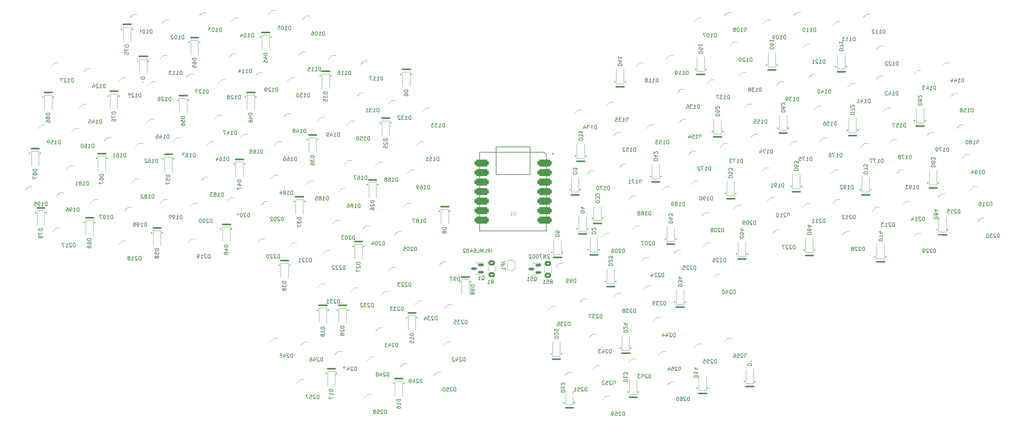
<source format=gbo>
G04 #@! TF.GenerationSoftware,KiCad,Pcbnew,(6.0.9)*
G04 #@! TF.CreationDate,2022-12-10T11:28:18+09:00*
G04 #@! TF.ProjectId,kidoairaku-swallowtail,6b69646f-6169-4726-916b-752d7377616c,rev?*
G04 #@! TF.SameCoordinates,Original*
G04 #@! TF.FileFunction,Legend,Bot*
G04 #@! TF.FilePolarity,Positive*
%FSLAX46Y46*%
G04 Gerber Fmt 4.6, Leading zero omitted, Abs format (unit mm)*
G04 Created by KiCad (PCBNEW (6.0.9)) date 2022-12-10 11:28:18*
%MOMM*%
%LPD*%
G01*
G04 APERTURE LIST*
G04 Aperture macros list*
%AMRoundRect*
0 Rectangle with rounded corners*
0 $1 Rounding radius*
0 $2 $3 $4 $5 $6 $7 $8 $9 X,Y pos of 4 corners*
0 Add a 4 corners polygon primitive as box body*
4,1,4,$2,$3,$4,$5,$6,$7,$8,$9,$2,$3,0*
0 Add four circle primitives for the rounded corners*
1,1,$1+$1,$2,$3*
1,1,$1+$1,$4,$5*
1,1,$1+$1,$6,$7*
1,1,$1+$1,$8,$9*
0 Add four rect primitives between the rounded corners*
20,1,$1+$1,$2,$3,$4,$5,0*
20,1,$1+$1,$4,$5,$6,$7,0*
20,1,$1+$1,$6,$7,$8,$9,0*
20,1,$1+$1,$8,$9,$2,$3,0*%
%AMOutline4P*
0 Free polygon, 4 corners , with rotation*
0 The origin of the aperture is its center*
0 number of corners: always 4*
0 $1 to $8 corner X, Y*
0 $9 Rotation angle, in degrees counterclockwise*
0 create outline with 4 corners*
4,1,4,$1,$2,$3,$4,$5,$6,$7,$8,$1,$2,$9*%
%AMFreePoly0*
4,1,22,0.500000,-0.750000,0.000000,-0.750000,0.000000,-0.745033,-0.079941,-0.743568,-0.215256,-0.701293,-0.333266,-0.622738,-0.424486,-0.514219,-0.481581,-0.384460,-0.499164,-0.250000,-0.500000,-0.250000,-0.500000,0.250000,-0.499164,0.250000,-0.499963,0.256109,-0.478152,0.396186,-0.417904,0.524511,-0.324060,0.630769,-0.204165,0.706417,-0.067858,0.745374,0.000000,0.744959,0.000000,0.750000,
0.500000,0.750000,0.500000,-0.750000,0.500000,-0.750000,$1*%
%AMFreePoly1*
4,1,20,0.000000,0.744959,0.073905,0.744508,0.209726,0.703889,0.328688,0.626782,0.421226,0.519385,0.479903,0.390333,0.500000,0.250000,0.500000,-0.250000,0.499851,-0.262216,0.476331,-0.402017,0.414519,-0.529596,0.319384,-0.634700,0.198574,-0.708877,0.061801,-0.746166,0.000000,-0.745033,0.000000,-0.750000,-0.500000,-0.750000,-0.500000,0.750000,0.000000,0.750000,0.000000,0.744959,
0.000000,0.744959,$1*%
G04 Aperture macros list end*
%ADD10C,0.150000*%
%ADD11C,0.101600*%
%ADD12C,0.120000*%
%ADD13C,0.400000*%
%ADD14C,0.300000*%
%ADD15C,0.127000*%
%ADD16C,0.254000*%
%ADD17C,1.600000*%
%ADD18C,2.200000*%
%ADD19C,4.300000*%
%ADD20Outline4P,-0.350000X-0.410000X0.350000X-0.410000X0.650000X0.410000X-0.650000X0.410000X0.000000*%
%ADD21Outline4P,-0.650000X-0.410000X0.650000X-0.410000X0.350000X0.410000X-0.350000X0.410000X180.000000*%
%ADD22Outline4P,-0.350000X-0.410000X0.350000X-0.410000X0.650000X0.410000X-0.650000X0.410000X180.000000*%
%ADD23Outline4P,-0.650000X-0.410000X0.650000X-0.410000X0.350000X0.410000X-0.350000X0.410000X0.000000*%
%ADD24C,1.900000*%
%ADD25C,3.400000*%
%ADD26R,1.200000X0.900000*%
%ADD27FreePoly0,90.000000*%
%ADD28FreePoly1,90.000000*%
%ADD29RoundRect,0.150000X0.587500X0.150000X-0.587500X0.150000X-0.587500X-0.150000X0.587500X-0.150000X0*%
%ADD30RoundRect,0.476250X1.428750X0.476250X-1.428750X0.476250X-1.428750X-0.476250X1.428750X-0.476250X0*%
%ADD31RoundRect,0.476250X-1.428750X-0.476250X1.428750X-0.476250X1.428750X0.476250X-1.428750X0.476250X0*%
%ADD32RoundRect,0.250000X0.625000X-0.400000X0.625000X0.400000X-0.625000X0.400000X-0.625000X-0.400000X0*%
%ADD33RoundRect,0.250000X-0.625000X0.400000X-0.625000X-0.400000X0.625000X-0.400000X0.625000X0.400000X0*%
G04 APERTURE END LIST*
D10*
G04 #@! TO.C,D260*
X195045476Y-146252380D02*
X195045476Y-145252380D01*
X194807380Y-145252380D01*
X194664523Y-145300000D01*
X194569285Y-145395238D01*
X194521666Y-145490476D01*
X194474047Y-145680952D01*
X194474047Y-145823809D01*
X194521666Y-146014285D01*
X194569285Y-146109523D01*
X194664523Y-146204761D01*
X194807380Y-146252380D01*
X195045476Y-146252380D01*
X194093095Y-145347619D02*
X194045476Y-145300000D01*
X193950238Y-145252380D01*
X193712142Y-145252380D01*
X193616904Y-145300000D01*
X193569285Y-145347619D01*
X193521666Y-145442857D01*
X193521666Y-145538095D01*
X193569285Y-145680952D01*
X194140714Y-146252380D01*
X193521666Y-146252380D01*
X192664523Y-145252380D02*
X192855000Y-145252380D01*
X192950238Y-145300000D01*
X192997857Y-145347619D01*
X193093095Y-145490476D01*
X193140714Y-145680952D01*
X193140714Y-146061904D01*
X193093095Y-146157142D01*
X193045476Y-146204761D01*
X192950238Y-146252380D01*
X192759761Y-146252380D01*
X192664523Y-146204761D01*
X192616904Y-146157142D01*
X192569285Y-146061904D01*
X192569285Y-145823809D01*
X192616904Y-145728571D01*
X192664523Y-145680952D01*
X192759761Y-145633333D01*
X192950238Y-145633333D01*
X193045476Y-145680952D01*
X193093095Y-145728571D01*
X193140714Y-145823809D01*
X191950238Y-145252380D02*
X191855000Y-145252380D01*
X191759761Y-145300000D01*
X191712142Y-145347619D01*
X191664523Y-145442857D01*
X191616904Y-145633333D01*
X191616904Y-145871428D01*
X191664523Y-146061904D01*
X191712142Y-146157142D01*
X191759761Y-146204761D01*
X191855000Y-146252380D01*
X191950238Y-146252380D01*
X192045476Y-146204761D01*
X192093095Y-146157142D01*
X192140714Y-146061904D01*
X192188333Y-145871428D01*
X192188333Y-145633333D01*
X192140714Y-145442857D01*
X192093095Y-145347619D01*
X192045476Y-145300000D01*
X191950238Y-145252380D01*
G04 #@! TO.C,D259*
X177690476Y-150202380D02*
X177690476Y-149202380D01*
X177452380Y-149202380D01*
X177309523Y-149250000D01*
X177214285Y-149345238D01*
X177166666Y-149440476D01*
X177119047Y-149630952D01*
X177119047Y-149773809D01*
X177166666Y-149964285D01*
X177214285Y-150059523D01*
X177309523Y-150154761D01*
X177452380Y-150202380D01*
X177690476Y-150202380D01*
X176738095Y-149297619D02*
X176690476Y-149250000D01*
X176595238Y-149202380D01*
X176357142Y-149202380D01*
X176261904Y-149250000D01*
X176214285Y-149297619D01*
X176166666Y-149392857D01*
X176166666Y-149488095D01*
X176214285Y-149630952D01*
X176785714Y-150202380D01*
X176166666Y-150202380D01*
X175261904Y-149202380D02*
X175738095Y-149202380D01*
X175785714Y-149678571D01*
X175738095Y-149630952D01*
X175642857Y-149583333D01*
X175404761Y-149583333D01*
X175309523Y-149630952D01*
X175261904Y-149678571D01*
X175214285Y-149773809D01*
X175214285Y-150011904D01*
X175261904Y-150107142D01*
X175309523Y-150154761D01*
X175404761Y-150202380D01*
X175642857Y-150202380D01*
X175738095Y-150154761D01*
X175785714Y-150107142D01*
X174738095Y-150202380D02*
X174547619Y-150202380D01*
X174452380Y-150154761D01*
X174404761Y-150107142D01*
X174309523Y-149964285D01*
X174261904Y-149773809D01*
X174261904Y-149392857D01*
X174309523Y-149297619D01*
X174357142Y-149250000D01*
X174452380Y-149202380D01*
X174642857Y-149202380D01*
X174738095Y-149250000D01*
X174785714Y-149297619D01*
X174833333Y-149392857D01*
X174833333Y-149630952D01*
X174785714Y-149726190D01*
X174738095Y-149773809D01*
X174642857Y-149821428D01*
X174452380Y-149821428D01*
X174357142Y-149773809D01*
X174309523Y-149726190D01*
X174261904Y-149630952D01*
G04 #@! TO.C,D258*
X114190476Y-149702380D02*
X114190476Y-148702380D01*
X113952380Y-148702380D01*
X113809523Y-148750000D01*
X113714285Y-148845238D01*
X113666666Y-148940476D01*
X113619047Y-149130952D01*
X113619047Y-149273809D01*
X113666666Y-149464285D01*
X113714285Y-149559523D01*
X113809523Y-149654761D01*
X113952380Y-149702380D01*
X114190476Y-149702380D01*
X113238095Y-148797619D02*
X113190476Y-148750000D01*
X113095238Y-148702380D01*
X112857142Y-148702380D01*
X112761904Y-148750000D01*
X112714285Y-148797619D01*
X112666666Y-148892857D01*
X112666666Y-148988095D01*
X112714285Y-149130952D01*
X113285714Y-149702380D01*
X112666666Y-149702380D01*
X111761904Y-148702380D02*
X112238095Y-148702380D01*
X112285714Y-149178571D01*
X112238095Y-149130952D01*
X112142857Y-149083333D01*
X111904761Y-149083333D01*
X111809523Y-149130952D01*
X111761904Y-149178571D01*
X111714285Y-149273809D01*
X111714285Y-149511904D01*
X111761904Y-149607142D01*
X111809523Y-149654761D01*
X111904761Y-149702380D01*
X112142857Y-149702380D01*
X112238095Y-149654761D01*
X112285714Y-149607142D01*
X111142857Y-149130952D02*
X111238095Y-149083333D01*
X111285714Y-149035714D01*
X111333333Y-148940476D01*
X111333333Y-148892857D01*
X111285714Y-148797619D01*
X111238095Y-148750000D01*
X111142857Y-148702380D01*
X110952380Y-148702380D01*
X110857142Y-148750000D01*
X110809523Y-148797619D01*
X110761904Y-148892857D01*
X110761904Y-148940476D01*
X110809523Y-149035714D01*
X110857142Y-149083333D01*
X110952380Y-149130952D01*
X111142857Y-149130952D01*
X111238095Y-149178571D01*
X111285714Y-149226190D01*
X111333333Y-149321428D01*
X111333333Y-149511904D01*
X111285714Y-149607142D01*
X111238095Y-149654761D01*
X111142857Y-149702380D01*
X110952380Y-149702380D01*
X110857142Y-149654761D01*
X110809523Y-149607142D01*
X110761904Y-149511904D01*
X110761904Y-149321428D01*
X110809523Y-149226190D01*
X110857142Y-149178571D01*
X110952380Y-149130952D01*
G04 #@! TO.C,D257*
X96190476Y-145702380D02*
X96190476Y-144702380D01*
X95952380Y-144702380D01*
X95809523Y-144750000D01*
X95714285Y-144845238D01*
X95666666Y-144940476D01*
X95619047Y-145130952D01*
X95619047Y-145273809D01*
X95666666Y-145464285D01*
X95714285Y-145559523D01*
X95809523Y-145654761D01*
X95952380Y-145702380D01*
X96190476Y-145702380D01*
X95238095Y-144797619D02*
X95190476Y-144750000D01*
X95095238Y-144702380D01*
X94857142Y-144702380D01*
X94761904Y-144750000D01*
X94714285Y-144797619D01*
X94666666Y-144892857D01*
X94666666Y-144988095D01*
X94714285Y-145130952D01*
X95285714Y-145702380D01*
X94666666Y-145702380D01*
X93761904Y-144702380D02*
X94238095Y-144702380D01*
X94285714Y-145178571D01*
X94238095Y-145130952D01*
X94142857Y-145083333D01*
X93904761Y-145083333D01*
X93809523Y-145130952D01*
X93761904Y-145178571D01*
X93714285Y-145273809D01*
X93714285Y-145511904D01*
X93761904Y-145607142D01*
X93809523Y-145654761D01*
X93904761Y-145702380D01*
X94142857Y-145702380D01*
X94238095Y-145654761D01*
X94285714Y-145607142D01*
X93380952Y-144702380D02*
X92714285Y-144702380D01*
X93142857Y-145702380D01*
G04 #@! TO.C,D256*
X210190476Y-134702380D02*
X210190476Y-133702380D01*
X209952380Y-133702380D01*
X209809523Y-133750000D01*
X209714285Y-133845238D01*
X209666666Y-133940476D01*
X209619047Y-134130952D01*
X209619047Y-134273809D01*
X209666666Y-134464285D01*
X209714285Y-134559523D01*
X209809523Y-134654761D01*
X209952380Y-134702380D01*
X210190476Y-134702380D01*
X209238095Y-133797619D02*
X209190476Y-133750000D01*
X209095238Y-133702380D01*
X208857142Y-133702380D01*
X208761904Y-133750000D01*
X208714285Y-133797619D01*
X208666666Y-133892857D01*
X208666666Y-133988095D01*
X208714285Y-134130952D01*
X209285714Y-134702380D01*
X208666666Y-134702380D01*
X207761904Y-133702380D02*
X208238095Y-133702380D01*
X208285714Y-134178571D01*
X208238095Y-134130952D01*
X208142857Y-134083333D01*
X207904761Y-134083333D01*
X207809523Y-134130952D01*
X207761904Y-134178571D01*
X207714285Y-134273809D01*
X207714285Y-134511904D01*
X207761904Y-134607142D01*
X207809523Y-134654761D01*
X207904761Y-134702380D01*
X208142857Y-134702380D01*
X208238095Y-134654761D01*
X208285714Y-134607142D01*
X206857142Y-133702380D02*
X207047619Y-133702380D01*
X207142857Y-133750000D01*
X207190476Y-133797619D01*
X207285714Y-133940476D01*
X207333333Y-134130952D01*
X207333333Y-134511904D01*
X207285714Y-134607142D01*
X207238095Y-134654761D01*
X207142857Y-134702380D01*
X206952380Y-134702380D01*
X206857142Y-134654761D01*
X206809523Y-134607142D01*
X206761904Y-134511904D01*
X206761904Y-134273809D01*
X206809523Y-134178571D01*
X206857142Y-134130952D01*
X206952380Y-134083333D01*
X207142857Y-134083333D01*
X207238095Y-134130952D01*
X207285714Y-134178571D01*
X207333333Y-134273809D01*
G04 #@! TO.C,D255*
X202190476Y-136202380D02*
X202190476Y-135202380D01*
X201952380Y-135202380D01*
X201809523Y-135250000D01*
X201714285Y-135345238D01*
X201666666Y-135440476D01*
X201619047Y-135630952D01*
X201619047Y-135773809D01*
X201666666Y-135964285D01*
X201714285Y-136059523D01*
X201809523Y-136154761D01*
X201952380Y-136202380D01*
X202190476Y-136202380D01*
X201238095Y-135297619D02*
X201190476Y-135250000D01*
X201095238Y-135202380D01*
X200857142Y-135202380D01*
X200761904Y-135250000D01*
X200714285Y-135297619D01*
X200666666Y-135392857D01*
X200666666Y-135488095D01*
X200714285Y-135630952D01*
X201285714Y-136202380D01*
X200666666Y-136202380D01*
X199761904Y-135202380D02*
X200238095Y-135202380D01*
X200285714Y-135678571D01*
X200238095Y-135630952D01*
X200142857Y-135583333D01*
X199904761Y-135583333D01*
X199809523Y-135630952D01*
X199761904Y-135678571D01*
X199714285Y-135773809D01*
X199714285Y-136011904D01*
X199761904Y-136107142D01*
X199809523Y-136154761D01*
X199904761Y-136202380D01*
X200142857Y-136202380D01*
X200238095Y-136154761D01*
X200285714Y-136107142D01*
X198809523Y-135202380D02*
X199285714Y-135202380D01*
X199333333Y-135678571D01*
X199285714Y-135630952D01*
X199190476Y-135583333D01*
X198952380Y-135583333D01*
X198857142Y-135630952D01*
X198809523Y-135678571D01*
X198761904Y-135773809D01*
X198761904Y-136011904D01*
X198809523Y-136107142D01*
X198857142Y-136154761D01*
X198952380Y-136202380D01*
X199190476Y-136202380D01*
X199285714Y-136154761D01*
X199333333Y-136107142D01*
G04 #@! TO.C,D254*
X192690476Y-138202380D02*
X192690476Y-137202380D01*
X192452380Y-137202380D01*
X192309523Y-137250000D01*
X192214285Y-137345238D01*
X192166666Y-137440476D01*
X192119047Y-137630952D01*
X192119047Y-137773809D01*
X192166666Y-137964285D01*
X192214285Y-138059523D01*
X192309523Y-138154761D01*
X192452380Y-138202380D01*
X192690476Y-138202380D01*
X191738095Y-137297619D02*
X191690476Y-137250000D01*
X191595238Y-137202380D01*
X191357142Y-137202380D01*
X191261904Y-137250000D01*
X191214285Y-137297619D01*
X191166666Y-137392857D01*
X191166666Y-137488095D01*
X191214285Y-137630952D01*
X191785714Y-138202380D01*
X191166666Y-138202380D01*
X190261904Y-137202380D02*
X190738095Y-137202380D01*
X190785714Y-137678571D01*
X190738095Y-137630952D01*
X190642857Y-137583333D01*
X190404761Y-137583333D01*
X190309523Y-137630952D01*
X190261904Y-137678571D01*
X190214285Y-137773809D01*
X190214285Y-138011904D01*
X190261904Y-138107142D01*
X190309523Y-138154761D01*
X190404761Y-138202380D01*
X190642857Y-138202380D01*
X190738095Y-138154761D01*
X190785714Y-138107142D01*
X189357142Y-137535714D02*
X189357142Y-138202380D01*
X189595238Y-137154761D02*
X189833333Y-137869047D01*
X189214285Y-137869047D01*
G04 #@! TO.C,D253*
X184690476Y-140202380D02*
X184690476Y-139202380D01*
X184452380Y-139202380D01*
X184309523Y-139250000D01*
X184214285Y-139345238D01*
X184166666Y-139440476D01*
X184119047Y-139630952D01*
X184119047Y-139773809D01*
X184166666Y-139964285D01*
X184214285Y-140059523D01*
X184309523Y-140154761D01*
X184452380Y-140202380D01*
X184690476Y-140202380D01*
X183738095Y-139297619D02*
X183690476Y-139250000D01*
X183595238Y-139202380D01*
X183357142Y-139202380D01*
X183261904Y-139250000D01*
X183214285Y-139297619D01*
X183166666Y-139392857D01*
X183166666Y-139488095D01*
X183214285Y-139630952D01*
X183785714Y-140202380D01*
X183166666Y-140202380D01*
X182261904Y-139202380D02*
X182738095Y-139202380D01*
X182785714Y-139678571D01*
X182738095Y-139630952D01*
X182642857Y-139583333D01*
X182404761Y-139583333D01*
X182309523Y-139630952D01*
X182261904Y-139678571D01*
X182214285Y-139773809D01*
X182214285Y-140011904D01*
X182261904Y-140107142D01*
X182309523Y-140154761D01*
X182404761Y-140202380D01*
X182642857Y-140202380D01*
X182738095Y-140154761D01*
X182785714Y-140107142D01*
X181880952Y-139202380D02*
X181261904Y-139202380D01*
X181595238Y-139583333D01*
X181452380Y-139583333D01*
X181357142Y-139630952D01*
X181309523Y-139678571D01*
X181261904Y-139773809D01*
X181261904Y-140011904D01*
X181309523Y-140107142D01*
X181357142Y-140154761D01*
X181452380Y-140202380D01*
X181738095Y-140202380D01*
X181833333Y-140154761D01*
X181880952Y-140107142D01*
G04 #@! TO.C,D252*
X175190476Y-141952380D02*
X175190476Y-140952380D01*
X174952380Y-140952380D01*
X174809523Y-141000000D01*
X174714285Y-141095238D01*
X174666666Y-141190476D01*
X174619047Y-141380952D01*
X174619047Y-141523809D01*
X174666666Y-141714285D01*
X174714285Y-141809523D01*
X174809523Y-141904761D01*
X174952380Y-141952380D01*
X175190476Y-141952380D01*
X174238095Y-141047619D02*
X174190476Y-141000000D01*
X174095238Y-140952380D01*
X173857142Y-140952380D01*
X173761904Y-141000000D01*
X173714285Y-141047619D01*
X173666666Y-141142857D01*
X173666666Y-141238095D01*
X173714285Y-141380952D01*
X174285714Y-141952380D01*
X173666666Y-141952380D01*
X172761904Y-140952380D02*
X173238095Y-140952380D01*
X173285714Y-141428571D01*
X173238095Y-141380952D01*
X173142857Y-141333333D01*
X172904761Y-141333333D01*
X172809523Y-141380952D01*
X172761904Y-141428571D01*
X172714285Y-141523809D01*
X172714285Y-141761904D01*
X172761904Y-141857142D01*
X172809523Y-141904761D01*
X172904761Y-141952380D01*
X173142857Y-141952380D01*
X173238095Y-141904761D01*
X173285714Y-141857142D01*
X172333333Y-141047619D02*
X172285714Y-141000000D01*
X172190476Y-140952380D01*
X171952380Y-140952380D01*
X171857142Y-141000000D01*
X171809523Y-141047619D01*
X171761904Y-141142857D01*
X171761904Y-141238095D01*
X171809523Y-141380952D01*
X172380952Y-141952380D01*
X171761904Y-141952380D01*
G04 #@! TO.C,D251*
X167690476Y-143702380D02*
X167690476Y-142702380D01*
X167452380Y-142702380D01*
X167309523Y-142750000D01*
X167214285Y-142845238D01*
X167166666Y-142940476D01*
X167119047Y-143130952D01*
X167119047Y-143273809D01*
X167166666Y-143464285D01*
X167214285Y-143559523D01*
X167309523Y-143654761D01*
X167452380Y-143702380D01*
X167690476Y-143702380D01*
X166738095Y-142797619D02*
X166690476Y-142750000D01*
X166595238Y-142702380D01*
X166357142Y-142702380D01*
X166261904Y-142750000D01*
X166214285Y-142797619D01*
X166166666Y-142892857D01*
X166166666Y-142988095D01*
X166214285Y-143130952D01*
X166785714Y-143702380D01*
X166166666Y-143702380D01*
X165261904Y-142702380D02*
X165738095Y-142702380D01*
X165785714Y-143178571D01*
X165738095Y-143130952D01*
X165642857Y-143083333D01*
X165404761Y-143083333D01*
X165309523Y-143130952D01*
X165261904Y-143178571D01*
X165214285Y-143273809D01*
X165214285Y-143511904D01*
X165261904Y-143607142D01*
X165309523Y-143654761D01*
X165404761Y-143702380D01*
X165642857Y-143702380D01*
X165738095Y-143654761D01*
X165785714Y-143607142D01*
X164261904Y-143702380D02*
X164833333Y-143702380D01*
X164547619Y-143702380D02*
X164547619Y-142702380D01*
X164642857Y-142845238D01*
X164738095Y-142940476D01*
X164833333Y-142988095D01*
G04 #@! TO.C,D250*
X132690476Y-143702380D02*
X132690476Y-142702380D01*
X132452380Y-142702380D01*
X132309523Y-142750000D01*
X132214285Y-142845238D01*
X132166666Y-142940476D01*
X132119047Y-143130952D01*
X132119047Y-143273809D01*
X132166666Y-143464285D01*
X132214285Y-143559523D01*
X132309523Y-143654761D01*
X132452380Y-143702380D01*
X132690476Y-143702380D01*
X131738095Y-142797619D02*
X131690476Y-142750000D01*
X131595238Y-142702380D01*
X131357142Y-142702380D01*
X131261904Y-142750000D01*
X131214285Y-142797619D01*
X131166666Y-142892857D01*
X131166666Y-142988095D01*
X131214285Y-143130952D01*
X131785714Y-143702380D01*
X131166666Y-143702380D01*
X130261904Y-142702380D02*
X130738095Y-142702380D01*
X130785714Y-143178571D01*
X130738095Y-143130952D01*
X130642857Y-143083333D01*
X130404761Y-143083333D01*
X130309523Y-143130952D01*
X130261904Y-143178571D01*
X130214285Y-143273809D01*
X130214285Y-143511904D01*
X130261904Y-143607142D01*
X130309523Y-143654761D01*
X130404761Y-143702380D01*
X130642857Y-143702380D01*
X130738095Y-143654761D01*
X130785714Y-143607142D01*
X129595238Y-142702380D02*
X129500000Y-142702380D01*
X129404761Y-142750000D01*
X129357142Y-142797619D01*
X129309523Y-142892857D01*
X129261904Y-143083333D01*
X129261904Y-143321428D01*
X129309523Y-143511904D01*
X129357142Y-143607142D01*
X129404761Y-143654761D01*
X129500000Y-143702380D01*
X129595238Y-143702380D01*
X129690476Y-143654761D01*
X129738095Y-143607142D01*
X129785714Y-143511904D01*
X129833333Y-143321428D01*
X129833333Y-143083333D01*
X129785714Y-142892857D01*
X129738095Y-142797619D01*
X129690476Y-142750000D01*
X129595238Y-142702380D01*
G04 #@! TO.C,D249*
X123690476Y-141452380D02*
X123690476Y-140452380D01*
X123452380Y-140452380D01*
X123309523Y-140500000D01*
X123214285Y-140595238D01*
X123166666Y-140690476D01*
X123119047Y-140880952D01*
X123119047Y-141023809D01*
X123166666Y-141214285D01*
X123214285Y-141309523D01*
X123309523Y-141404761D01*
X123452380Y-141452380D01*
X123690476Y-141452380D01*
X122738095Y-140547619D02*
X122690476Y-140500000D01*
X122595238Y-140452380D01*
X122357142Y-140452380D01*
X122261904Y-140500000D01*
X122214285Y-140547619D01*
X122166666Y-140642857D01*
X122166666Y-140738095D01*
X122214285Y-140880952D01*
X122785714Y-141452380D01*
X122166666Y-141452380D01*
X121309523Y-140785714D02*
X121309523Y-141452380D01*
X121547619Y-140404761D02*
X121785714Y-141119047D01*
X121166666Y-141119047D01*
X120738095Y-141452380D02*
X120547619Y-141452380D01*
X120452380Y-141404761D01*
X120404761Y-141357142D01*
X120309523Y-141214285D01*
X120261904Y-141023809D01*
X120261904Y-140642857D01*
X120309523Y-140547619D01*
X120357142Y-140500000D01*
X120452380Y-140452380D01*
X120642857Y-140452380D01*
X120738095Y-140500000D01*
X120785714Y-140547619D01*
X120833333Y-140642857D01*
X120833333Y-140880952D01*
X120785714Y-140976190D01*
X120738095Y-141023809D01*
X120642857Y-141071428D01*
X120452380Y-141071428D01*
X120357142Y-141023809D01*
X120309523Y-140976190D01*
X120261904Y-140880952D01*
G04 #@! TO.C,D248*
X114890476Y-139702380D02*
X114890476Y-138702380D01*
X114652380Y-138702380D01*
X114509523Y-138750000D01*
X114414285Y-138845238D01*
X114366666Y-138940476D01*
X114319047Y-139130952D01*
X114319047Y-139273809D01*
X114366666Y-139464285D01*
X114414285Y-139559523D01*
X114509523Y-139654761D01*
X114652380Y-139702380D01*
X114890476Y-139702380D01*
X113938095Y-138797619D02*
X113890476Y-138750000D01*
X113795238Y-138702380D01*
X113557142Y-138702380D01*
X113461904Y-138750000D01*
X113414285Y-138797619D01*
X113366666Y-138892857D01*
X113366666Y-138988095D01*
X113414285Y-139130952D01*
X113985714Y-139702380D01*
X113366666Y-139702380D01*
X112509523Y-139035714D02*
X112509523Y-139702380D01*
X112747619Y-138654761D02*
X112985714Y-139369047D01*
X112366666Y-139369047D01*
X111842857Y-139130952D02*
X111938095Y-139083333D01*
X111985714Y-139035714D01*
X112033333Y-138940476D01*
X112033333Y-138892857D01*
X111985714Y-138797619D01*
X111938095Y-138750000D01*
X111842857Y-138702380D01*
X111652380Y-138702380D01*
X111557142Y-138750000D01*
X111509523Y-138797619D01*
X111461904Y-138892857D01*
X111461904Y-138940476D01*
X111509523Y-139035714D01*
X111557142Y-139083333D01*
X111652380Y-139130952D01*
X111842857Y-139130952D01*
X111938095Y-139178571D01*
X111985714Y-139226190D01*
X112033333Y-139321428D01*
X112033333Y-139511904D01*
X111985714Y-139607142D01*
X111938095Y-139654761D01*
X111842857Y-139702380D01*
X111652380Y-139702380D01*
X111557142Y-139654761D01*
X111509523Y-139607142D01*
X111461904Y-139511904D01*
X111461904Y-139321428D01*
X111509523Y-139226190D01*
X111557142Y-139178571D01*
X111652380Y-139130952D01*
G04 #@! TO.C,D247*
X106190476Y-138202380D02*
X106190476Y-137202380D01*
X105952380Y-137202380D01*
X105809523Y-137250000D01*
X105714285Y-137345238D01*
X105666666Y-137440476D01*
X105619047Y-137630952D01*
X105619047Y-137773809D01*
X105666666Y-137964285D01*
X105714285Y-138059523D01*
X105809523Y-138154761D01*
X105952380Y-138202380D01*
X106190476Y-138202380D01*
X105238095Y-137297619D02*
X105190476Y-137250000D01*
X105095238Y-137202380D01*
X104857142Y-137202380D01*
X104761904Y-137250000D01*
X104714285Y-137297619D01*
X104666666Y-137392857D01*
X104666666Y-137488095D01*
X104714285Y-137630952D01*
X105285714Y-138202380D01*
X104666666Y-138202380D01*
X103809523Y-137535714D02*
X103809523Y-138202380D01*
X104047619Y-137154761D02*
X104285714Y-137869047D01*
X103666666Y-137869047D01*
X103380952Y-137202380D02*
X102714285Y-137202380D01*
X103142857Y-138202380D01*
G04 #@! TO.C,D246*
X97190476Y-135702380D02*
X97190476Y-134702380D01*
X96952380Y-134702380D01*
X96809523Y-134750000D01*
X96714285Y-134845238D01*
X96666666Y-134940476D01*
X96619047Y-135130952D01*
X96619047Y-135273809D01*
X96666666Y-135464285D01*
X96714285Y-135559523D01*
X96809523Y-135654761D01*
X96952380Y-135702380D01*
X97190476Y-135702380D01*
X96238095Y-134797619D02*
X96190476Y-134750000D01*
X96095238Y-134702380D01*
X95857142Y-134702380D01*
X95761904Y-134750000D01*
X95714285Y-134797619D01*
X95666666Y-134892857D01*
X95666666Y-134988095D01*
X95714285Y-135130952D01*
X96285714Y-135702380D01*
X95666666Y-135702380D01*
X94809523Y-135035714D02*
X94809523Y-135702380D01*
X95047619Y-134654761D02*
X95285714Y-135369047D01*
X94666666Y-135369047D01*
X93857142Y-134702380D02*
X94047619Y-134702380D01*
X94142857Y-134750000D01*
X94190476Y-134797619D01*
X94285714Y-134940476D01*
X94333333Y-135130952D01*
X94333333Y-135511904D01*
X94285714Y-135607142D01*
X94238095Y-135654761D01*
X94142857Y-135702380D01*
X93952380Y-135702380D01*
X93857142Y-135654761D01*
X93809523Y-135607142D01*
X93761904Y-135511904D01*
X93761904Y-135273809D01*
X93809523Y-135178571D01*
X93857142Y-135130952D01*
X93952380Y-135083333D01*
X94142857Y-135083333D01*
X94238095Y-135130952D01*
X94285714Y-135178571D01*
X94333333Y-135273809D01*
G04 #@! TO.C,D245*
X89190476Y-134702380D02*
X89190476Y-133702380D01*
X88952380Y-133702380D01*
X88809523Y-133750000D01*
X88714285Y-133845238D01*
X88666666Y-133940476D01*
X88619047Y-134130952D01*
X88619047Y-134273809D01*
X88666666Y-134464285D01*
X88714285Y-134559523D01*
X88809523Y-134654761D01*
X88952380Y-134702380D01*
X89190476Y-134702380D01*
X88238095Y-133797619D02*
X88190476Y-133750000D01*
X88095238Y-133702380D01*
X87857142Y-133702380D01*
X87761904Y-133750000D01*
X87714285Y-133797619D01*
X87666666Y-133892857D01*
X87666666Y-133988095D01*
X87714285Y-134130952D01*
X88285714Y-134702380D01*
X87666666Y-134702380D01*
X86809523Y-134035714D02*
X86809523Y-134702380D01*
X87047619Y-133654761D02*
X87285714Y-134369047D01*
X86666666Y-134369047D01*
X85809523Y-133702380D02*
X86285714Y-133702380D01*
X86333333Y-134178571D01*
X86285714Y-134130952D01*
X86190476Y-134083333D01*
X85952380Y-134083333D01*
X85857142Y-134130952D01*
X85809523Y-134178571D01*
X85761904Y-134273809D01*
X85761904Y-134511904D01*
X85809523Y-134607142D01*
X85857142Y-134654761D01*
X85952380Y-134702380D01*
X86190476Y-134702380D01*
X86285714Y-134654761D01*
X86333333Y-134607142D01*
G04 #@! TO.C,D244*
X191190476Y-129202380D02*
X191190476Y-128202380D01*
X190952380Y-128202380D01*
X190809523Y-128250000D01*
X190714285Y-128345238D01*
X190666666Y-128440476D01*
X190619047Y-128630952D01*
X190619047Y-128773809D01*
X190666666Y-128964285D01*
X190714285Y-129059523D01*
X190809523Y-129154761D01*
X190952380Y-129202380D01*
X191190476Y-129202380D01*
X190238095Y-128297619D02*
X190190476Y-128250000D01*
X190095238Y-128202380D01*
X189857142Y-128202380D01*
X189761904Y-128250000D01*
X189714285Y-128297619D01*
X189666666Y-128392857D01*
X189666666Y-128488095D01*
X189714285Y-128630952D01*
X190285714Y-129202380D01*
X189666666Y-129202380D01*
X188809523Y-128535714D02*
X188809523Y-129202380D01*
X189047619Y-128154761D02*
X189285714Y-128869047D01*
X188666666Y-128869047D01*
X187857142Y-128535714D02*
X187857142Y-129202380D01*
X188095238Y-128154761D02*
X188333333Y-128869047D01*
X187714285Y-128869047D01*
G04 #@! TO.C,D243*
X174190476Y-133552380D02*
X174190476Y-132552380D01*
X173952380Y-132552380D01*
X173809523Y-132600000D01*
X173714285Y-132695238D01*
X173666666Y-132790476D01*
X173619047Y-132980952D01*
X173619047Y-133123809D01*
X173666666Y-133314285D01*
X173714285Y-133409523D01*
X173809523Y-133504761D01*
X173952380Y-133552380D01*
X174190476Y-133552380D01*
X173238095Y-132647619D02*
X173190476Y-132600000D01*
X173095238Y-132552380D01*
X172857142Y-132552380D01*
X172761904Y-132600000D01*
X172714285Y-132647619D01*
X172666666Y-132742857D01*
X172666666Y-132838095D01*
X172714285Y-132980952D01*
X173285714Y-133552380D01*
X172666666Y-133552380D01*
X171809523Y-132885714D02*
X171809523Y-133552380D01*
X172047619Y-132504761D02*
X172285714Y-133219047D01*
X171666666Y-133219047D01*
X171380952Y-132552380D02*
X170761904Y-132552380D01*
X171095238Y-132933333D01*
X170952380Y-132933333D01*
X170857142Y-132980952D01*
X170809523Y-133028571D01*
X170761904Y-133123809D01*
X170761904Y-133361904D01*
X170809523Y-133457142D01*
X170857142Y-133504761D01*
X170952380Y-133552380D01*
X171238095Y-133552380D01*
X171333333Y-133504761D01*
X171380952Y-133457142D01*
G04 #@! TO.C,D242*
X135190476Y-135702380D02*
X135190476Y-134702380D01*
X134952380Y-134702380D01*
X134809523Y-134750000D01*
X134714285Y-134845238D01*
X134666666Y-134940476D01*
X134619047Y-135130952D01*
X134619047Y-135273809D01*
X134666666Y-135464285D01*
X134714285Y-135559523D01*
X134809523Y-135654761D01*
X134952380Y-135702380D01*
X135190476Y-135702380D01*
X134238095Y-134797619D02*
X134190476Y-134750000D01*
X134095238Y-134702380D01*
X133857142Y-134702380D01*
X133761904Y-134750000D01*
X133714285Y-134797619D01*
X133666666Y-134892857D01*
X133666666Y-134988095D01*
X133714285Y-135130952D01*
X134285714Y-135702380D01*
X133666666Y-135702380D01*
X132809523Y-135035714D02*
X132809523Y-135702380D01*
X133047619Y-134654761D02*
X133285714Y-135369047D01*
X132666666Y-135369047D01*
X132333333Y-134797619D02*
X132285714Y-134750000D01*
X132190476Y-134702380D01*
X131952380Y-134702380D01*
X131857142Y-134750000D01*
X131809523Y-134797619D01*
X131761904Y-134892857D01*
X131761904Y-134988095D01*
X131809523Y-135130952D01*
X132380952Y-135702380D01*
X131761904Y-135702380D01*
G04 #@! TO.C,D241*
X117190476Y-131852380D02*
X117190476Y-130852380D01*
X116952380Y-130852380D01*
X116809523Y-130900000D01*
X116714285Y-130995238D01*
X116666666Y-131090476D01*
X116619047Y-131280952D01*
X116619047Y-131423809D01*
X116666666Y-131614285D01*
X116714285Y-131709523D01*
X116809523Y-131804761D01*
X116952380Y-131852380D01*
X117190476Y-131852380D01*
X116238095Y-130947619D02*
X116190476Y-130900000D01*
X116095238Y-130852380D01*
X115857142Y-130852380D01*
X115761904Y-130900000D01*
X115714285Y-130947619D01*
X115666666Y-131042857D01*
X115666666Y-131138095D01*
X115714285Y-131280952D01*
X116285714Y-131852380D01*
X115666666Y-131852380D01*
X114809523Y-131185714D02*
X114809523Y-131852380D01*
X115047619Y-130804761D02*
X115285714Y-131519047D01*
X114666666Y-131519047D01*
X113761904Y-131852380D02*
X114333333Y-131852380D01*
X114047619Y-131852380D02*
X114047619Y-130852380D01*
X114142857Y-130995238D01*
X114238095Y-131090476D01*
X114333333Y-131138095D01*
G04 #@! TO.C,D240*
X207190476Y-117702380D02*
X207190476Y-116702380D01*
X206952380Y-116702380D01*
X206809523Y-116750000D01*
X206714285Y-116845238D01*
X206666666Y-116940476D01*
X206619047Y-117130952D01*
X206619047Y-117273809D01*
X206666666Y-117464285D01*
X206714285Y-117559523D01*
X206809523Y-117654761D01*
X206952380Y-117702380D01*
X207190476Y-117702380D01*
X206238095Y-116797619D02*
X206190476Y-116750000D01*
X206095238Y-116702380D01*
X205857142Y-116702380D01*
X205761904Y-116750000D01*
X205714285Y-116797619D01*
X205666666Y-116892857D01*
X205666666Y-116988095D01*
X205714285Y-117130952D01*
X206285714Y-117702380D01*
X205666666Y-117702380D01*
X204809523Y-117035714D02*
X204809523Y-117702380D01*
X205047619Y-116654761D02*
X205285714Y-117369047D01*
X204666666Y-117369047D01*
X204095238Y-116702380D02*
X204000000Y-116702380D01*
X203904761Y-116750000D01*
X203857142Y-116797619D01*
X203809523Y-116892857D01*
X203761904Y-117083333D01*
X203761904Y-117321428D01*
X203809523Y-117511904D01*
X203857142Y-117607142D01*
X203904761Y-117654761D01*
X204000000Y-117702380D01*
X204095238Y-117702380D01*
X204190476Y-117654761D01*
X204238095Y-117607142D01*
X204285714Y-117511904D01*
X204333333Y-117321428D01*
X204333333Y-117083333D01*
X204285714Y-116892857D01*
X204238095Y-116797619D01*
X204190476Y-116750000D01*
X204095238Y-116702380D01*
G04 #@! TO.C,D239*
X188690476Y-120702380D02*
X188690476Y-119702380D01*
X188452380Y-119702380D01*
X188309523Y-119750000D01*
X188214285Y-119845238D01*
X188166666Y-119940476D01*
X188119047Y-120130952D01*
X188119047Y-120273809D01*
X188166666Y-120464285D01*
X188214285Y-120559523D01*
X188309523Y-120654761D01*
X188452380Y-120702380D01*
X188690476Y-120702380D01*
X187738095Y-119797619D02*
X187690476Y-119750000D01*
X187595238Y-119702380D01*
X187357142Y-119702380D01*
X187261904Y-119750000D01*
X187214285Y-119797619D01*
X187166666Y-119892857D01*
X187166666Y-119988095D01*
X187214285Y-120130952D01*
X187785714Y-120702380D01*
X187166666Y-120702380D01*
X186833333Y-119702380D02*
X186214285Y-119702380D01*
X186547619Y-120083333D01*
X186404761Y-120083333D01*
X186309523Y-120130952D01*
X186261904Y-120178571D01*
X186214285Y-120273809D01*
X186214285Y-120511904D01*
X186261904Y-120607142D01*
X186309523Y-120654761D01*
X186404761Y-120702380D01*
X186690476Y-120702380D01*
X186785714Y-120654761D01*
X186833333Y-120607142D01*
X185738095Y-120702380D02*
X185547619Y-120702380D01*
X185452380Y-120654761D01*
X185404761Y-120607142D01*
X185309523Y-120464285D01*
X185261904Y-120273809D01*
X185261904Y-119892857D01*
X185309523Y-119797619D01*
X185357142Y-119750000D01*
X185452380Y-119702380D01*
X185642857Y-119702380D01*
X185738095Y-119750000D01*
X185785714Y-119797619D01*
X185833333Y-119892857D01*
X185833333Y-120130952D01*
X185785714Y-120226190D01*
X185738095Y-120273809D01*
X185642857Y-120321428D01*
X185452380Y-120321428D01*
X185357142Y-120273809D01*
X185309523Y-120226190D01*
X185261904Y-120130952D01*
G04 #@! TO.C,D238*
X180690476Y-122702380D02*
X180690476Y-121702380D01*
X180452380Y-121702380D01*
X180309523Y-121750000D01*
X180214285Y-121845238D01*
X180166666Y-121940476D01*
X180119047Y-122130952D01*
X180119047Y-122273809D01*
X180166666Y-122464285D01*
X180214285Y-122559523D01*
X180309523Y-122654761D01*
X180452380Y-122702380D01*
X180690476Y-122702380D01*
X179738095Y-121797619D02*
X179690476Y-121750000D01*
X179595238Y-121702380D01*
X179357142Y-121702380D01*
X179261904Y-121750000D01*
X179214285Y-121797619D01*
X179166666Y-121892857D01*
X179166666Y-121988095D01*
X179214285Y-122130952D01*
X179785714Y-122702380D01*
X179166666Y-122702380D01*
X178833333Y-121702380D02*
X178214285Y-121702380D01*
X178547619Y-122083333D01*
X178404761Y-122083333D01*
X178309523Y-122130952D01*
X178261904Y-122178571D01*
X178214285Y-122273809D01*
X178214285Y-122511904D01*
X178261904Y-122607142D01*
X178309523Y-122654761D01*
X178404761Y-122702380D01*
X178690476Y-122702380D01*
X178785714Y-122654761D01*
X178833333Y-122607142D01*
X177642857Y-122130952D02*
X177738095Y-122083333D01*
X177785714Y-122035714D01*
X177833333Y-121940476D01*
X177833333Y-121892857D01*
X177785714Y-121797619D01*
X177738095Y-121750000D01*
X177642857Y-121702380D01*
X177452380Y-121702380D01*
X177357142Y-121750000D01*
X177309523Y-121797619D01*
X177261904Y-121892857D01*
X177261904Y-121940476D01*
X177309523Y-122035714D01*
X177357142Y-122083333D01*
X177452380Y-122130952D01*
X177642857Y-122130952D01*
X177738095Y-122178571D01*
X177785714Y-122226190D01*
X177833333Y-122321428D01*
X177833333Y-122511904D01*
X177785714Y-122607142D01*
X177738095Y-122654761D01*
X177642857Y-122702380D01*
X177452380Y-122702380D01*
X177357142Y-122654761D01*
X177309523Y-122607142D01*
X177261904Y-122511904D01*
X177261904Y-122321428D01*
X177309523Y-122226190D01*
X177357142Y-122178571D01*
X177452380Y-122130952D01*
G04 #@! TO.C,D237*
X171690476Y-124202380D02*
X171690476Y-123202380D01*
X171452380Y-123202380D01*
X171309523Y-123250000D01*
X171214285Y-123345238D01*
X171166666Y-123440476D01*
X171119047Y-123630952D01*
X171119047Y-123773809D01*
X171166666Y-123964285D01*
X171214285Y-124059523D01*
X171309523Y-124154761D01*
X171452380Y-124202380D01*
X171690476Y-124202380D01*
X170738095Y-123297619D02*
X170690476Y-123250000D01*
X170595238Y-123202380D01*
X170357142Y-123202380D01*
X170261904Y-123250000D01*
X170214285Y-123297619D01*
X170166666Y-123392857D01*
X170166666Y-123488095D01*
X170214285Y-123630952D01*
X170785714Y-124202380D01*
X170166666Y-124202380D01*
X169833333Y-123202380D02*
X169214285Y-123202380D01*
X169547619Y-123583333D01*
X169404761Y-123583333D01*
X169309523Y-123630952D01*
X169261904Y-123678571D01*
X169214285Y-123773809D01*
X169214285Y-124011904D01*
X169261904Y-124107142D01*
X169309523Y-124154761D01*
X169404761Y-124202380D01*
X169690476Y-124202380D01*
X169785714Y-124154761D01*
X169833333Y-124107142D01*
X168880952Y-123202380D02*
X168214285Y-123202380D01*
X168642857Y-124202380D01*
G04 #@! TO.C,D236*
X163190476Y-126202380D02*
X163190476Y-125202380D01*
X162952380Y-125202380D01*
X162809523Y-125250000D01*
X162714285Y-125345238D01*
X162666666Y-125440476D01*
X162619047Y-125630952D01*
X162619047Y-125773809D01*
X162666666Y-125964285D01*
X162714285Y-126059523D01*
X162809523Y-126154761D01*
X162952380Y-126202380D01*
X163190476Y-126202380D01*
X162238095Y-125297619D02*
X162190476Y-125250000D01*
X162095238Y-125202380D01*
X161857142Y-125202380D01*
X161761904Y-125250000D01*
X161714285Y-125297619D01*
X161666666Y-125392857D01*
X161666666Y-125488095D01*
X161714285Y-125630952D01*
X162285714Y-126202380D01*
X161666666Y-126202380D01*
X161333333Y-125202380D02*
X160714285Y-125202380D01*
X161047619Y-125583333D01*
X160904761Y-125583333D01*
X160809523Y-125630952D01*
X160761904Y-125678571D01*
X160714285Y-125773809D01*
X160714285Y-126011904D01*
X160761904Y-126107142D01*
X160809523Y-126154761D01*
X160904761Y-126202380D01*
X161190476Y-126202380D01*
X161285714Y-126154761D01*
X161333333Y-126107142D01*
X159857142Y-125202380D02*
X160047619Y-125202380D01*
X160142857Y-125250000D01*
X160190476Y-125297619D01*
X160285714Y-125440476D01*
X160333333Y-125630952D01*
X160333333Y-126011904D01*
X160285714Y-126107142D01*
X160238095Y-126154761D01*
X160142857Y-126202380D01*
X159952380Y-126202380D01*
X159857142Y-126154761D01*
X159809523Y-126107142D01*
X159761904Y-126011904D01*
X159761904Y-125773809D01*
X159809523Y-125678571D01*
X159857142Y-125630952D01*
X159952380Y-125583333D01*
X160142857Y-125583333D01*
X160238095Y-125630952D01*
X160285714Y-125678571D01*
X160333333Y-125773809D01*
G04 #@! TO.C,D235*
X135690476Y-125702380D02*
X135690476Y-124702380D01*
X135452380Y-124702380D01*
X135309523Y-124750000D01*
X135214285Y-124845238D01*
X135166666Y-124940476D01*
X135119047Y-125130952D01*
X135119047Y-125273809D01*
X135166666Y-125464285D01*
X135214285Y-125559523D01*
X135309523Y-125654761D01*
X135452380Y-125702380D01*
X135690476Y-125702380D01*
X134738095Y-124797619D02*
X134690476Y-124750000D01*
X134595238Y-124702380D01*
X134357142Y-124702380D01*
X134261904Y-124750000D01*
X134214285Y-124797619D01*
X134166666Y-124892857D01*
X134166666Y-124988095D01*
X134214285Y-125130952D01*
X134785714Y-125702380D01*
X134166666Y-125702380D01*
X133833333Y-124702380D02*
X133214285Y-124702380D01*
X133547619Y-125083333D01*
X133404761Y-125083333D01*
X133309523Y-125130952D01*
X133261904Y-125178571D01*
X133214285Y-125273809D01*
X133214285Y-125511904D01*
X133261904Y-125607142D01*
X133309523Y-125654761D01*
X133404761Y-125702380D01*
X133690476Y-125702380D01*
X133785714Y-125654761D01*
X133833333Y-125607142D01*
X132309523Y-124702380D02*
X132785714Y-124702380D01*
X132833333Y-125178571D01*
X132785714Y-125130952D01*
X132690476Y-125083333D01*
X132452380Y-125083333D01*
X132357142Y-125130952D01*
X132309523Y-125178571D01*
X132261904Y-125273809D01*
X132261904Y-125511904D01*
X132309523Y-125607142D01*
X132357142Y-125654761D01*
X132452380Y-125702380D01*
X132690476Y-125702380D01*
X132785714Y-125654761D01*
X132833333Y-125607142D01*
G04 #@! TO.C,D234*
X127690476Y-124702380D02*
X127690476Y-123702380D01*
X127452380Y-123702380D01*
X127309523Y-123750000D01*
X127214285Y-123845238D01*
X127166666Y-123940476D01*
X127119047Y-124130952D01*
X127119047Y-124273809D01*
X127166666Y-124464285D01*
X127214285Y-124559523D01*
X127309523Y-124654761D01*
X127452380Y-124702380D01*
X127690476Y-124702380D01*
X126738095Y-123797619D02*
X126690476Y-123750000D01*
X126595238Y-123702380D01*
X126357142Y-123702380D01*
X126261904Y-123750000D01*
X126214285Y-123797619D01*
X126166666Y-123892857D01*
X126166666Y-123988095D01*
X126214285Y-124130952D01*
X126785714Y-124702380D01*
X126166666Y-124702380D01*
X125833333Y-123702380D02*
X125214285Y-123702380D01*
X125547619Y-124083333D01*
X125404761Y-124083333D01*
X125309523Y-124130952D01*
X125261904Y-124178571D01*
X125214285Y-124273809D01*
X125214285Y-124511904D01*
X125261904Y-124607142D01*
X125309523Y-124654761D01*
X125404761Y-124702380D01*
X125690476Y-124702380D01*
X125785714Y-124654761D01*
X125833333Y-124607142D01*
X124357142Y-124035714D02*
X124357142Y-124702380D01*
X124595238Y-123654761D02*
X124833333Y-124369047D01*
X124214285Y-124369047D01*
G04 #@! TO.C,D233*
X118690476Y-122202380D02*
X118690476Y-121202380D01*
X118452380Y-121202380D01*
X118309523Y-121250000D01*
X118214285Y-121345238D01*
X118166666Y-121440476D01*
X118119047Y-121630952D01*
X118119047Y-121773809D01*
X118166666Y-121964285D01*
X118214285Y-122059523D01*
X118309523Y-122154761D01*
X118452380Y-122202380D01*
X118690476Y-122202380D01*
X117738095Y-121297619D02*
X117690476Y-121250000D01*
X117595238Y-121202380D01*
X117357142Y-121202380D01*
X117261904Y-121250000D01*
X117214285Y-121297619D01*
X117166666Y-121392857D01*
X117166666Y-121488095D01*
X117214285Y-121630952D01*
X117785714Y-122202380D01*
X117166666Y-122202380D01*
X116833333Y-121202380D02*
X116214285Y-121202380D01*
X116547619Y-121583333D01*
X116404761Y-121583333D01*
X116309523Y-121630952D01*
X116261904Y-121678571D01*
X116214285Y-121773809D01*
X116214285Y-122011904D01*
X116261904Y-122107142D01*
X116309523Y-122154761D01*
X116404761Y-122202380D01*
X116690476Y-122202380D01*
X116785714Y-122154761D01*
X116833333Y-122107142D01*
X115880952Y-121202380D02*
X115261904Y-121202380D01*
X115595238Y-121583333D01*
X115452380Y-121583333D01*
X115357142Y-121630952D01*
X115309523Y-121678571D01*
X115261904Y-121773809D01*
X115261904Y-122011904D01*
X115309523Y-122107142D01*
X115357142Y-122154761D01*
X115452380Y-122202380D01*
X115738095Y-122202380D01*
X115833333Y-122154761D01*
X115880952Y-122107142D01*
G04 #@! TO.C,D232*
X110690476Y-121202380D02*
X110690476Y-120202380D01*
X110452380Y-120202380D01*
X110309523Y-120250000D01*
X110214285Y-120345238D01*
X110166666Y-120440476D01*
X110119047Y-120630952D01*
X110119047Y-120773809D01*
X110166666Y-120964285D01*
X110214285Y-121059523D01*
X110309523Y-121154761D01*
X110452380Y-121202380D01*
X110690476Y-121202380D01*
X109738095Y-120297619D02*
X109690476Y-120250000D01*
X109595238Y-120202380D01*
X109357142Y-120202380D01*
X109261904Y-120250000D01*
X109214285Y-120297619D01*
X109166666Y-120392857D01*
X109166666Y-120488095D01*
X109214285Y-120630952D01*
X109785714Y-121202380D01*
X109166666Y-121202380D01*
X108833333Y-120202380D02*
X108214285Y-120202380D01*
X108547619Y-120583333D01*
X108404761Y-120583333D01*
X108309523Y-120630952D01*
X108261904Y-120678571D01*
X108214285Y-120773809D01*
X108214285Y-121011904D01*
X108261904Y-121107142D01*
X108309523Y-121154761D01*
X108404761Y-121202380D01*
X108690476Y-121202380D01*
X108785714Y-121154761D01*
X108833333Y-121107142D01*
X107833333Y-120297619D02*
X107785714Y-120250000D01*
X107690476Y-120202380D01*
X107452380Y-120202380D01*
X107357142Y-120250000D01*
X107309523Y-120297619D01*
X107261904Y-120392857D01*
X107261904Y-120488095D01*
X107309523Y-120630952D01*
X107880952Y-121202380D01*
X107261904Y-121202380D01*
G04 #@! TO.C,D231*
X101690476Y-120202380D02*
X101690476Y-119202380D01*
X101452380Y-119202380D01*
X101309523Y-119250000D01*
X101214285Y-119345238D01*
X101166666Y-119440476D01*
X101119047Y-119630952D01*
X101119047Y-119773809D01*
X101166666Y-119964285D01*
X101214285Y-120059523D01*
X101309523Y-120154761D01*
X101452380Y-120202380D01*
X101690476Y-120202380D01*
X100738095Y-119297619D02*
X100690476Y-119250000D01*
X100595238Y-119202380D01*
X100357142Y-119202380D01*
X100261904Y-119250000D01*
X100214285Y-119297619D01*
X100166666Y-119392857D01*
X100166666Y-119488095D01*
X100214285Y-119630952D01*
X100785714Y-120202380D01*
X100166666Y-120202380D01*
X99833333Y-119202380D02*
X99214285Y-119202380D01*
X99547619Y-119583333D01*
X99404761Y-119583333D01*
X99309523Y-119630952D01*
X99261904Y-119678571D01*
X99214285Y-119773809D01*
X99214285Y-120011904D01*
X99261904Y-120107142D01*
X99309523Y-120154761D01*
X99404761Y-120202380D01*
X99690476Y-120202380D01*
X99785714Y-120154761D01*
X99833333Y-120107142D01*
X98261904Y-120202380D02*
X98833333Y-120202380D01*
X98547619Y-120202380D02*
X98547619Y-119202380D01*
X98642857Y-119345238D01*
X98738095Y-119440476D01*
X98833333Y-119488095D01*
G04 #@! TO.C,D230*
X277690476Y-102702380D02*
X277690476Y-101702380D01*
X277452380Y-101702380D01*
X277309523Y-101750000D01*
X277214285Y-101845238D01*
X277166666Y-101940476D01*
X277119047Y-102130952D01*
X277119047Y-102273809D01*
X277166666Y-102464285D01*
X277214285Y-102559523D01*
X277309523Y-102654761D01*
X277452380Y-102702380D01*
X277690476Y-102702380D01*
X276738095Y-101797619D02*
X276690476Y-101750000D01*
X276595238Y-101702380D01*
X276357142Y-101702380D01*
X276261904Y-101750000D01*
X276214285Y-101797619D01*
X276166666Y-101892857D01*
X276166666Y-101988095D01*
X276214285Y-102130952D01*
X276785714Y-102702380D01*
X276166666Y-102702380D01*
X275833333Y-101702380D02*
X275214285Y-101702380D01*
X275547619Y-102083333D01*
X275404761Y-102083333D01*
X275309523Y-102130952D01*
X275261904Y-102178571D01*
X275214285Y-102273809D01*
X275214285Y-102511904D01*
X275261904Y-102607142D01*
X275309523Y-102654761D01*
X275404761Y-102702380D01*
X275690476Y-102702380D01*
X275785714Y-102654761D01*
X275833333Y-102607142D01*
X274595238Y-101702380D02*
X274500000Y-101702380D01*
X274404761Y-101750000D01*
X274357142Y-101797619D01*
X274309523Y-101892857D01*
X274261904Y-102083333D01*
X274261904Y-102321428D01*
X274309523Y-102511904D01*
X274357142Y-102607142D01*
X274404761Y-102654761D01*
X274500000Y-102702380D01*
X274595238Y-102702380D01*
X274690476Y-102654761D01*
X274738095Y-102607142D01*
X274785714Y-102511904D01*
X274833333Y-102321428D01*
X274833333Y-102083333D01*
X274785714Y-101892857D01*
X274738095Y-101797619D01*
X274690476Y-101750000D01*
X274595238Y-101702380D01*
G04 #@! TO.C,D229*
X260690476Y-106702380D02*
X260690476Y-105702380D01*
X260452380Y-105702380D01*
X260309523Y-105750000D01*
X260214285Y-105845238D01*
X260166666Y-105940476D01*
X260119047Y-106130952D01*
X260119047Y-106273809D01*
X260166666Y-106464285D01*
X260214285Y-106559523D01*
X260309523Y-106654761D01*
X260452380Y-106702380D01*
X260690476Y-106702380D01*
X259738095Y-105797619D02*
X259690476Y-105750000D01*
X259595238Y-105702380D01*
X259357142Y-105702380D01*
X259261904Y-105750000D01*
X259214285Y-105797619D01*
X259166666Y-105892857D01*
X259166666Y-105988095D01*
X259214285Y-106130952D01*
X259785714Y-106702380D01*
X259166666Y-106702380D01*
X258785714Y-105797619D02*
X258738095Y-105750000D01*
X258642857Y-105702380D01*
X258404761Y-105702380D01*
X258309523Y-105750000D01*
X258261904Y-105797619D01*
X258214285Y-105892857D01*
X258214285Y-105988095D01*
X258261904Y-106130952D01*
X258833333Y-106702380D01*
X258214285Y-106702380D01*
X257738095Y-106702380D02*
X257547619Y-106702380D01*
X257452380Y-106654761D01*
X257404761Y-106607142D01*
X257309523Y-106464285D01*
X257261904Y-106273809D01*
X257261904Y-105892857D01*
X257309523Y-105797619D01*
X257357142Y-105750000D01*
X257452380Y-105702380D01*
X257642857Y-105702380D01*
X257738095Y-105750000D01*
X257785714Y-105797619D01*
X257833333Y-105892857D01*
X257833333Y-106130952D01*
X257785714Y-106226190D01*
X257738095Y-106273809D01*
X257642857Y-106321428D01*
X257452380Y-106321428D01*
X257357142Y-106273809D01*
X257309523Y-106226190D01*
X257261904Y-106130952D01*
G04 #@! TO.C,D228*
X241690476Y-106202380D02*
X241690476Y-105202380D01*
X241452380Y-105202380D01*
X241309523Y-105250000D01*
X241214285Y-105345238D01*
X241166666Y-105440476D01*
X241119047Y-105630952D01*
X241119047Y-105773809D01*
X241166666Y-105964285D01*
X241214285Y-106059523D01*
X241309523Y-106154761D01*
X241452380Y-106202380D01*
X241690476Y-106202380D01*
X240738095Y-105297619D02*
X240690476Y-105250000D01*
X240595238Y-105202380D01*
X240357142Y-105202380D01*
X240261904Y-105250000D01*
X240214285Y-105297619D01*
X240166666Y-105392857D01*
X240166666Y-105488095D01*
X240214285Y-105630952D01*
X240785714Y-106202380D01*
X240166666Y-106202380D01*
X239785714Y-105297619D02*
X239738095Y-105250000D01*
X239642857Y-105202380D01*
X239404761Y-105202380D01*
X239309523Y-105250000D01*
X239261904Y-105297619D01*
X239214285Y-105392857D01*
X239214285Y-105488095D01*
X239261904Y-105630952D01*
X239833333Y-106202380D01*
X239214285Y-106202380D01*
X238642857Y-105630952D02*
X238738095Y-105583333D01*
X238785714Y-105535714D01*
X238833333Y-105440476D01*
X238833333Y-105392857D01*
X238785714Y-105297619D01*
X238738095Y-105250000D01*
X238642857Y-105202380D01*
X238452380Y-105202380D01*
X238357142Y-105250000D01*
X238309523Y-105297619D01*
X238261904Y-105392857D01*
X238261904Y-105440476D01*
X238309523Y-105535714D01*
X238357142Y-105583333D01*
X238452380Y-105630952D01*
X238642857Y-105630952D01*
X238738095Y-105678571D01*
X238785714Y-105726190D01*
X238833333Y-105821428D01*
X238833333Y-106011904D01*
X238785714Y-106107142D01*
X238738095Y-106154761D01*
X238642857Y-106202380D01*
X238452380Y-106202380D01*
X238357142Y-106154761D01*
X238309523Y-106107142D01*
X238261904Y-106011904D01*
X238261904Y-105821428D01*
X238309523Y-105726190D01*
X238357142Y-105678571D01*
X238452380Y-105630952D01*
G04 #@! TO.C,D227*
X223190476Y-105702380D02*
X223190476Y-104702380D01*
X222952380Y-104702380D01*
X222809523Y-104750000D01*
X222714285Y-104845238D01*
X222666666Y-104940476D01*
X222619047Y-105130952D01*
X222619047Y-105273809D01*
X222666666Y-105464285D01*
X222714285Y-105559523D01*
X222809523Y-105654761D01*
X222952380Y-105702380D01*
X223190476Y-105702380D01*
X222238095Y-104797619D02*
X222190476Y-104750000D01*
X222095238Y-104702380D01*
X221857142Y-104702380D01*
X221761904Y-104750000D01*
X221714285Y-104797619D01*
X221666666Y-104892857D01*
X221666666Y-104988095D01*
X221714285Y-105130952D01*
X222285714Y-105702380D01*
X221666666Y-105702380D01*
X221285714Y-104797619D02*
X221238095Y-104750000D01*
X221142857Y-104702380D01*
X220904761Y-104702380D01*
X220809523Y-104750000D01*
X220761904Y-104797619D01*
X220714285Y-104892857D01*
X220714285Y-104988095D01*
X220761904Y-105130952D01*
X221333333Y-105702380D01*
X220714285Y-105702380D01*
X220380952Y-104702380D02*
X219714285Y-104702380D01*
X220142857Y-105702380D01*
G04 #@! TO.C,D226*
X204690476Y-109202380D02*
X204690476Y-108202380D01*
X204452380Y-108202380D01*
X204309523Y-108250000D01*
X204214285Y-108345238D01*
X204166666Y-108440476D01*
X204119047Y-108630952D01*
X204119047Y-108773809D01*
X204166666Y-108964285D01*
X204214285Y-109059523D01*
X204309523Y-109154761D01*
X204452380Y-109202380D01*
X204690476Y-109202380D01*
X203738095Y-108297619D02*
X203690476Y-108250000D01*
X203595238Y-108202380D01*
X203357142Y-108202380D01*
X203261904Y-108250000D01*
X203214285Y-108297619D01*
X203166666Y-108392857D01*
X203166666Y-108488095D01*
X203214285Y-108630952D01*
X203785714Y-109202380D01*
X203166666Y-109202380D01*
X202785714Y-108297619D02*
X202738095Y-108250000D01*
X202642857Y-108202380D01*
X202404761Y-108202380D01*
X202309523Y-108250000D01*
X202261904Y-108297619D01*
X202214285Y-108392857D01*
X202214285Y-108488095D01*
X202261904Y-108630952D01*
X202833333Y-109202380D01*
X202214285Y-109202380D01*
X201357142Y-108202380D02*
X201547619Y-108202380D01*
X201642857Y-108250000D01*
X201690476Y-108297619D01*
X201785714Y-108440476D01*
X201833333Y-108630952D01*
X201833333Y-109011904D01*
X201785714Y-109107142D01*
X201738095Y-109154761D01*
X201642857Y-109202380D01*
X201452380Y-109202380D01*
X201357142Y-109154761D01*
X201309523Y-109107142D01*
X201261904Y-109011904D01*
X201261904Y-108773809D01*
X201309523Y-108678571D01*
X201357142Y-108630952D01*
X201452380Y-108583333D01*
X201642857Y-108583333D01*
X201738095Y-108630952D01*
X201785714Y-108678571D01*
X201833333Y-108773809D01*
G04 #@! TO.C,D225*
X196690476Y-111202380D02*
X196690476Y-110202380D01*
X196452380Y-110202380D01*
X196309523Y-110250000D01*
X196214285Y-110345238D01*
X196166666Y-110440476D01*
X196119047Y-110630952D01*
X196119047Y-110773809D01*
X196166666Y-110964285D01*
X196214285Y-111059523D01*
X196309523Y-111154761D01*
X196452380Y-111202380D01*
X196690476Y-111202380D01*
X195738095Y-110297619D02*
X195690476Y-110250000D01*
X195595238Y-110202380D01*
X195357142Y-110202380D01*
X195261904Y-110250000D01*
X195214285Y-110297619D01*
X195166666Y-110392857D01*
X195166666Y-110488095D01*
X195214285Y-110630952D01*
X195785714Y-111202380D01*
X195166666Y-111202380D01*
X194785714Y-110297619D02*
X194738095Y-110250000D01*
X194642857Y-110202380D01*
X194404761Y-110202380D01*
X194309523Y-110250000D01*
X194261904Y-110297619D01*
X194214285Y-110392857D01*
X194214285Y-110488095D01*
X194261904Y-110630952D01*
X194833333Y-111202380D01*
X194214285Y-111202380D01*
X193309523Y-110202380D02*
X193785714Y-110202380D01*
X193833333Y-110678571D01*
X193785714Y-110630952D01*
X193690476Y-110583333D01*
X193452380Y-110583333D01*
X193357142Y-110630952D01*
X193309523Y-110678571D01*
X193261904Y-110773809D01*
X193261904Y-111011904D01*
X193309523Y-111107142D01*
X193357142Y-111154761D01*
X193452380Y-111202380D01*
X193690476Y-111202380D01*
X193785714Y-111154761D01*
X193833333Y-111107142D01*
G04 #@! TO.C,D224*
X188190476Y-113202380D02*
X188190476Y-112202380D01*
X187952380Y-112202380D01*
X187809523Y-112250000D01*
X187714285Y-112345238D01*
X187666666Y-112440476D01*
X187619047Y-112630952D01*
X187619047Y-112773809D01*
X187666666Y-112964285D01*
X187714285Y-113059523D01*
X187809523Y-113154761D01*
X187952380Y-113202380D01*
X188190476Y-113202380D01*
X187238095Y-112297619D02*
X187190476Y-112250000D01*
X187095238Y-112202380D01*
X186857142Y-112202380D01*
X186761904Y-112250000D01*
X186714285Y-112297619D01*
X186666666Y-112392857D01*
X186666666Y-112488095D01*
X186714285Y-112630952D01*
X187285714Y-113202380D01*
X186666666Y-113202380D01*
X186285714Y-112297619D02*
X186238095Y-112250000D01*
X186142857Y-112202380D01*
X185904761Y-112202380D01*
X185809523Y-112250000D01*
X185761904Y-112297619D01*
X185714285Y-112392857D01*
X185714285Y-112488095D01*
X185761904Y-112630952D01*
X186333333Y-113202380D01*
X185714285Y-113202380D01*
X184857142Y-112535714D02*
X184857142Y-113202380D01*
X185095238Y-112154761D02*
X185333333Y-112869047D01*
X184714285Y-112869047D01*
G04 #@! TO.C,D223*
X120690476Y-115702380D02*
X120690476Y-114702380D01*
X120452380Y-114702380D01*
X120309523Y-114750000D01*
X120214285Y-114845238D01*
X120166666Y-114940476D01*
X120119047Y-115130952D01*
X120119047Y-115273809D01*
X120166666Y-115464285D01*
X120214285Y-115559523D01*
X120309523Y-115654761D01*
X120452380Y-115702380D01*
X120690476Y-115702380D01*
X119738095Y-114797619D02*
X119690476Y-114750000D01*
X119595238Y-114702380D01*
X119357142Y-114702380D01*
X119261904Y-114750000D01*
X119214285Y-114797619D01*
X119166666Y-114892857D01*
X119166666Y-114988095D01*
X119214285Y-115130952D01*
X119785714Y-115702380D01*
X119166666Y-115702380D01*
X118785714Y-114797619D02*
X118738095Y-114750000D01*
X118642857Y-114702380D01*
X118404761Y-114702380D01*
X118309523Y-114750000D01*
X118261904Y-114797619D01*
X118214285Y-114892857D01*
X118214285Y-114988095D01*
X118261904Y-115130952D01*
X118833333Y-115702380D01*
X118214285Y-115702380D01*
X117880952Y-114702380D02*
X117261904Y-114702380D01*
X117595238Y-115083333D01*
X117452380Y-115083333D01*
X117357142Y-115130952D01*
X117309523Y-115178571D01*
X117261904Y-115273809D01*
X117261904Y-115511904D01*
X117309523Y-115607142D01*
X117357142Y-115654761D01*
X117452380Y-115702380D01*
X117738095Y-115702380D01*
X117833333Y-115654761D01*
X117880952Y-115607142D01*
G04 #@! TO.C,D222*
X103190476Y-111202380D02*
X103190476Y-110202380D01*
X102952380Y-110202380D01*
X102809523Y-110250000D01*
X102714285Y-110345238D01*
X102666666Y-110440476D01*
X102619047Y-110630952D01*
X102619047Y-110773809D01*
X102666666Y-110964285D01*
X102714285Y-111059523D01*
X102809523Y-111154761D01*
X102952380Y-111202380D01*
X103190476Y-111202380D01*
X102238095Y-110297619D02*
X102190476Y-110250000D01*
X102095238Y-110202380D01*
X101857142Y-110202380D01*
X101761904Y-110250000D01*
X101714285Y-110297619D01*
X101666666Y-110392857D01*
X101666666Y-110488095D01*
X101714285Y-110630952D01*
X102285714Y-111202380D01*
X101666666Y-111202380D01*
X101285714Y-110297619D02*
X101238095Y-110250000D01*
X101142857Y-110202380D01*
X100904761Y-110202380D01*
X100809523Y-110250000D01*
X100761904Y-110297619D01*
X100714285Y-110392857D01*
X100714285Y-110488095D01*
X100761904Y-110630952D01*
X101333333Y-111202380D01*
X100714285Y-111202380D01*
X100333333Y-110297619D02*
X100285714Y-110250000D01*
X100190476Y-110202380D01*
X99952380Y-110202380D01*
X99857142Y-110250000D01*
X99809523Y-110297619D01*
X99761904Y-110392857D01*
X99761904Y-110488095D01*
X99809523Y-110630952D01*
X100380952Y-111202380D01*
X99761904Y-111202380D01*
G04 #@! TO.C,D221*
X94190476Y-109202380D02*
X94190476Y-108202380D01*
X93952380Y-108202380D01*
X93809523Y-108250000D01*
X93714285Y-108345238D01*
X93666666Y-108440476D01*
X93619047Y-108630952D01*
X93619047Y-108773809D01*
X93666666Y-108964285D01*
X93714285Y-109059523D01*
X93809523Y-109154761D01*
X93952380Y-109202380D01*
X94190476Y-109202380D01*
X93238095Y-108297619D02*
X93190476Y-108250000D01*
X93095238Y-108202380D01*
X92857142Y-108202380D01*
X92761904Y-108250000D01*
X92714285Y-108297619D01*
X92666666Y-108392857D01*
X92666666Y-108488095D01*
X92714285Y-108630952D01*
X93285714Y-109202380D01*
X92666666Y-109202380D01*
X92285714Y-108297619D02*
X92238095Y-108250000D01*
X92142857Y-108202380D01*
X91904761Y-108202380D01*
X91809523Y-108250000D01*
X91761904Y-108297619D01*
X91714285Y-108392857D01*
X91714285Y-108488095D01*
X91761904Y-108630952D01*
X92333333Y-109202380D01*
X91714285Y-109202380D01*
X90761904Y-109202380D02*
X91333333Y-109202380D01*
X91047619Y-109202380D02*
X91047619Y-108202380D01*
X91142857Y-108345238D01*
X91238095Y-108440476D01*
X91333333Y-108488095D01*
G04 #@! TO.C,D220*
X85690476Y-108202380D02*
X85690476Y-107202380D01*
X85452380Y-107202380D01*
X85309523Y-107250000D01*
X85214285Y-107345238D01*
X85166666Y-107440476D01*
X85119047Y-107630952D01*
X85119047Y-107773809D01*
X85166666Y-107964285D01*
X85214285Y-108059523D01*
X85309523Y-108154761D01*
X85452380Y-108202380D01*
X85690476Y-108202380D01*
X84738095Y-107297619D02*
X84690476Y-107250000D01*
X84595238Y-107202380D01*
X84357142Y-107202380D01*
X84261904Y-107250000D01*
X84214285Y-107297619D01*
X84166666Y-107392857D01*
X84166666Y-107488095D01*
X84214285Y-107630952D01*
X84785714Y-108202380D01*
X84166666Y-108202380D01*
X83785714Y-107297619D02*
X83738095Y-107250000D01*
X83642857Y-107202380D01*
X83404761Y-107202380D01*
X83309523Y-107250000D01*
X83261904Y-107297619D01*
X83214285Y-107392857D01*
X83214285Y-107488095D01*
X83261904Y-107630952D01*
X83833333Y-108202380D01*
X83214285Y-108202380D01*
X82595238Y-107202380D02*
X82500000Y-107202380D01*
X82404761Y-107250000D01*
X82357142Y-107297619D01*
X82309523Y-107392857D01*
X82261904Y-107583333D01*
X82261904Y-107821428D01*
X82309523Y-108011904D01*
X82357142Y-108107142D01*
X82404761Y-108154761D01*
X82500000Y-108202380D01*
X82595238Y-108202380D01*
X82690476Y-108154761D01*
X82738095Y-108107142D01*
X82785714Y-108011904D01*
X82833333Y-107821428D01*
X82833333Y-107583333D01*
X82785714Y-107392857D01*
X82738095Y-107297619D01*
X82690476Y-107250000D01*
X82595238Y-107202380D01*
G04 #@! TO.C,D219*
X67190476Y-108202380D02*
X67190476Y-107202380D01*
X66952380Y-107202380D01*
X66809523Y-107250000D01*
X66714285Y-107345238D01*
X66666666Y-107440476D01*
X66619047Y-107630952D01*
X66619047Y-107773809D01*
X66666666Y-107964285D01*
X66714285Y-108059523D01*
X66809523Y-108154761D01*
X66952380Y-108202380D01*
X67190476Y-108202380D01*
X66238095Y-107297619D02*
X66190476Y-107250000D01*
X66095238Y-107202380D01*
X65857142Y-107202380D01*
X65761904Y-107250000D01*
X65714285Y-107297619D01*
X65666666Y-107392857D01*
X65666666Y-107488095D01*
X65714285Y-107630952D01*
X66285714Y-108202380D01*
X65666666Y-108202380D01*
X64714285Y-108202380D02*
X65285714Y-108202380D01*
X65000000Y-108202380D02*
X65000000Y-107202380D01*
X65095238Y-107345238D01*
X65190476Y-107440476D01*
X65285714Y-107488095D01*
X64238095Y-108202380D02*
X64047619Y-108202380D01*
X63952380Y-108154761D01*
X63904761Y-108107142D01*
X63809523Y-107964285D01*
X63761904Y-107773809D01*
X63761904Y-107392857D01*
X63809523Y-107297619D01*
X63857142Y-107250000D01*
X63952380Y-107202380D01*
X64142857Y-107202380D01*
X64238095Y-107250000D01*
X64285714Y-107297619D01*
X64333333Y-107392857D01*
X64333333Y-107630952D01*
X64285714Y-107726190D01*
X64238095Y-107773809D01*
X64142857Y-107821428D01*
X63952380Y-107821428D01*
X63857142Y-107773809D01*
X63809523Y-107726190D01*
X63761904Y-107630952D01*
G04 #@! TO.C,D218*
X48690476Y-108702380D02*
X48690476Y-107702380D01*
X48452380Y-107702380D01*
X48309523Y-107750000D01*
X48214285Y-107845238D01*
X48166666Y-107940476D01*
X48119047Y-108130952D01*
X48119047Y-108273809D01*
X48166666Y-108464285D01*
X48214285Y-108559523D01*
X48309523Y-108654761D01*
X48452380Y-108702380D01*
X48690476Y-108702380D01*
X47738095Y-107797619D02*
X47690476Y-107750000D01*
X47595238Y-107702380D01*
X47357142Y-107702380D01*
X47261904Y-107750000D01*
X47214285Y-107797619D01*
X47166666Y-107892857D01*
X47166666Y-107988095D01*
X47214285Y-108130952D01*
X47785714Y-108702380D01*
X47166666Y-108702380D01*
X46214285Y-108702380D02*
X46785714Y-108702380D01*
X46500000Y-108702380D02*
X46500000Y-107702380D01*
X46595238Y-107845238D01*
X46690476Y-107940476D01*
X46785714Y-107988095D01*
X45642857Y-108130952D02*
X45738095Y-108083333D01*
X45785714Y-108035714D01*
X45833333Y-107940476D01*
X45833333Y-107892857D01*
X45785714Y-107797619D01*
X45738095Y-107750000D01*
X45642857Y-107702380D01*
X45452380Y-107702380D01*
X45357142Y-107750000D01*
X45309523Y-107797619D01*
X45261904Y-107892857D01*
X45261904Y-107940476D01*
X45309523Y-108035714D01*
X45357142Y-108083333D01*
X45452380Y-108130952D01*
X45642857Y-108130952D01*
X45738095Y-108178571D01*
X45785714Y-108226190D01*
X45833333Y-108321428D01*
X45833333Y-108511904D01*
X45785714Y-108607142D01*
X45738095Y-108654761D01*
X45642857Y-108702380D01*
X45452380Y-108702380D01*
X45357142Y-108654761D01*
X45309523Y-108607142D01*
X45261904Y-108511904D01*
X45261904Y-108321428D01*
X45309523Y-108226190D01*
X45357142Y-108178571D01*
X45452380Y-108130952D01*
G04 #@! TO.C,D217*
X31190476Y-105202380D02*
X31190476Y-104202380D01*
X30952380Y-104202380D01*
X30809523Y-104250000D01*
X30714285Y-104345238D01*
X30666666Y-104440476D01*
X30619047Y-104630952D01*
X30619047Y-104773809D01*
X30666666Y-104964285D01*
X30714285Y-105059523D01*
X30809523Y-105154761D01*
X30952380Y-105202380D01*
X31190476Y-105202380D01*
X30238095Y-104297619D02*
X30190476Y-104250000D01*
X30095238Y-104202380D01*
X29857142Y-104202380D01*
X29761904Y-104250000D01*
X29714285Y-104297619D01*
X29666666Y-104392857D01*
X29666666Y-104488095D01*
X29714285Y-104630952D01*
X30285714Y-105202380D01*
X29666666Y-105202380D01*
X28714285Y-105202380D02*
X29285714Y-105202380D01*
X29000000Y-105202380D02*
X29000000Y-104202380D01*
X29095238Y-104345238D01*
X29190476Y-104440476D01*
X29285714Y-104488095D01*
X28380952Y-104202380D02*
X27714285Y-104202380D01*
X28142857Y-105202380D01*
G04 #@! TO.C,D216*
X275690476Y-94202380D02*
X275690476Y-93202380D01*
X275452380Y-93202380D01*
X275309523Y-93250000D01*
X275214285Y-93345238D01*
X275166666Y-93440476D01*
X275119047Y-93630952D01*
X275119047Y-93773809D01*
X275166666Y-93964285D01*
X275214285Y-94059523D01*
X275309523Y-94154761D01*
X275452380Y-94202380D01*
X275690476Y-94202380D01*
X274738095Y-93297619D02*
X274690476Y-93250000D01*
X274595238Y-93202380D01*
X274357142Y-93202380D01*
X274261904Y-93250000D01*
X274214285Y-93297619D01*
X274166666Y-93392857D01*
X274166666Y-93488095D01*
X274214285Y-93630952D01*
X274785714Y-94202380D01*
X274166666Y-94202380D01*
X273214285Y-94202380D02*
X273785714Y-94202380D01*
X273500000Y-94202380D02*
X273500000Y-93202380D01*
X273595238Y-93345238D01*
X273690476Y-93440476D01*
X273785714Y-93488095D01*
X272357142Y-93202380D02*
X272547619Y-93202380D01*
X272642857Y-93250000D01*
X272690476Y-93297619D01*
X272785714Y-93440476D01*
X272833333Y-93630952D01*
X272833333Y-94011904D01*
X272785714Y-94107142D01*
X272738095Y-94154761D01*
X272642857Y-94202380D01*
X272452380Y-94202380D01*
X272357142Y-94154761D01*
X272309523Y-94107142D01*
X272261904Y-94011904D01*
X272261904Y-93773809D01*
X272309523Y-93678571D01*
X272357142Y-93630952D01*
X272452380Y-93583333D01*
X272642857Y-93583333D01*
X272738095Y-93630952D01*
X272785714Y-93678571D01*
X272833333Y-93773809D01*
G04 #@! TO.C,D215*
X267190476Y-96202380D02*
X267190476Y-95202380D01*
X266952380Y-95202380D01*
X266809523Y-95250000D01*
X266714285Y-95345238D01*
X266666666Y-95440476D01*
X266619047Y-95630952D01*
X266619047Y-95773809D01*
X266666666Y-95964285D01*
X266714285Y-96059523D01*
X266809523Y-96154761D01*
X266952380Y-96202380D01*
X267190476Y-96202380D01*
X266238095Y-95297619D02*
X266190476Y-95250000D01*
X266095238Y-95202380D01*
X265857142Y-95202380D01*
X265761904Y-95250000D01*
X265714285Y-95297619D01*
X265666666Y-95392857D01*
X265666666Y-95488095D01*
X265714285Y-95630952D01*
X266285714Y-96202380D01*
X265666666Y-96202380D01*
X264714285Y-96202380D02*
X265285714Y-96202380D01*
X265000000Y-96202380D02*
X265000000Y-95202380D01*
X265095238Y-95345238D01*
X265190476Y-95440476D01*
X265285714Y-95488095D01*
X263809523Y-95202380D02*
X264285714Y-95202380D01*
X264333333Y-95678571D01*
X264285714Y-95630952D01*
X264190476Y-95583333D01*
X263952380Y-95583333D01*
X263857142Y-95630952D01*
X263809523Y-95678571D01*
X263761904Y-95773809D01*
X263761904Y-96011904D01*
X263809523Y-96107142D01*
X263857142Y-96154761D01*
X263952380Y-96202380D01*
X264190476Y-96202380D01*
X264285714Y-96154761D01*
X264333333Y-96107142D01*
G04 #@! TO.C,D214*
X257690476Y-98202380D02*
X257690476Y-97202380D01*
X257452380Y-97202380D01*
X257309523Y-97250000D01*
X257214285Y-97345238D01*
X257166666Y-97440476D01*
X257119047Y-97630952D01*
X257119047Y-97773809D01*
X257166666Y-97964285D01*
X257214285Y-98059523D01*
X257309523Y-98154761D01*
X257452380Y-98202380D01*
X257690476Y-98202380D01*
X256738095Y-97297619D02*
X256690476Y-97250000D01*
X256595238Y-97202380D01*
X256357142Y-97202380D01*
X256261904Y-97250000D01*
X256214285Y-97297619D01*
X256166666Y-97392857D01*
X256166666Y-97488095D01*
X256214285Y-97630952D01*
X256785714Y-98202380D01*
X256166666Y-98202380D01*
X255214285Y-98202380D02*
X255785714Y-98202380D01*
X255500000Y-98202380D02*
X255500000Y-97202380D01*
X255595238Y-97345238D01*
X255690476Y-97440476D01*
X255785714Y-97488095D01*
X254357142Y-97535714D02*
X254357142Y-98202380D01*
X254595238Y-97154761D02*
X254833333Y-97869047D01*
X254214285Y-97869047D01*
G04 #@! TO.C,D213*
X249690476Y-99702380D02*
X249690476Y-98702380D01*
X249452380Y-98702380D01*
X249309523Y-98750000D01*
X249214285Y-98845238D01*
X249166666Y-98940476D01*
X249119047Y-99130952D01*
X249119047Y-99273809D01*
X249166666Y-99464285D01*
X249214285Y-99559523D01*
X249309523Y-99654761D01*
X249452380Y-99702380D01*
X249690476Y-99702380D01*
X248738095Y-98797619D02*
X248690476Y-98750000D01*
X248595238Y-98702380D01*
X248357142Y-98702380D01*
X248261904Y-98750000D01*
X248214285Y-98797619D01*
X248166666Y-98892857D01*
X248166666Y-98988095D01*
X248214285Y-99130952D01*
X248785714Y-99702380D01*
X248166666Y-99702380D01*
X247214285Y-99702380D02*
X247785714Y-99702380D01*
X247500000Y-99702380D02*
X247500000Y-98702380D01*
X247595238Y-98845238D01*
X247690476Y-98940476D01*
X247785714Y-98988095D01*
X246880952Y-98702380D02*
X246261904Y-98702380D01*
X246595238Y-99083333D01*
X246452380Y-99083333D01*
X246357142Y-99130952D01*
X246309523Y-99178571D01*
X246261904Y-99273809D01*
X246261904Y-99511904D01*
X246309523Y-99607142D01*
X246357142Y-99654761D01*
X246452380Y-99702380D01*
X246738095Y-99702380D01*
X246833333Y-99654761D01*
X246880952Y-99607142D01*
G04 #@! TO.C,D212*
X239190476Y-97702380D02*
X239190476Y-96702380D01*
X238952380Y-96702380D01*
X238809523Y-96750000D01*
X238714285Y-96845238D01*
X238666666Y-96940476D01*
X238619047Y-97130952D01*
X238619047Y-97273809D01*
X238666666Y-97464285D01*
X238714285Y-97559523D01*
X238809523Y-97654761D01*
X238952380Y-97702380D01*
X239190476Y-97702380D01*
X238238095Y-96797619D02*
X238190476Y-96750000D01*
X238095238Y-96702380D01*
X237857142Y-96702380D01*
X237761904Y-96750000D01*
X237714285Y-96797619D01*
X237666666Y-96892857D01*
X237666666Y-96988095D01*
X237714285Y-97130952D01*
X238285714Y-97702380D01*
X237666666Y-97702380D01*
X236714285Y-97702380D02*
X237285714Y-97702380D01*
X237000000Y-97702380D02*
X237000000Y-96702380D01*
X237095238Y-96845238D01*
X237190476Y-96940476D01*
X237285714Y-96988095D01*
X236333333Y-96797619D02*
X236285714Y-96750000D01*
X236190476Y-96702380D01*
X235952380Y-96702380D01*
X235857142Y-96750000D01*
X235809523Y-96797619D01*
X235761904Y-96892857D01*
X235761904Y-96988095D01*
X235809523Y-97130952D01*
X236380952Y-97702380D01*
X235761904Y-97702380D01*
G04 #@! TO.C,D211*
X231190476Y-98702380D02*
X231190476Y-97702380D01*
X230952380Y-97702380D01*
X230809523Y-97750000D01*
X230714285Y-97845238D01*
X230666666Y-97940476D01*
X230619047Y-98130952D01*
X230619047Y-98273809D01*
X230666666Y-98464285D01*
X230714285Y-98559523D01*
X230809523Y-98654761D01*
X230952380Y-98702380D01*
X231190476Y-98702380D01*
X230238095Y-97797619D02*
X230190476Y-97750000D01*
X230095238Y-97702380D01*
X229857142Y-97702380D01*
X229761904Y-97750000D01*
X229714285Y-97797619D01*
X229666666Y-97892857D01*
X229666666Y-97988095D01*
X229714285Y-98130952D01*
X230285714Y-98702380D01*
X229666666Y-98702380D01*
X228714285Y-98702380D02*
X229285714Y-98702380D01*
X229000000Y-98702380D02*
X229000000Y-97702380D01*
X229095238Y-97845238D01*
X229190476Y-97940476D01*
X229285714Y-97988095D01*
X227761904Y-98702380D02*
X228333333Y-98702380D01*
X228047619Y-98702380D02*
X228047619Y-97702380D01*
X228142857Y-97845238D01*
X228238095Y-97940476D01*
X228333333Y-97988095D01*
G04 #@! TO.C,D210*
X221690476Y-97202380D02*
X221690476Y-96202380D01*
X221452380Y-96202380D01*
X221309523Y-96250000D01*
X221214285Y-96345238D01*
X221166666Y-96440476D01*
X221119047Y-96630952D01*
X221119047Y-96773809D01*
X221166666Y-96964285D01*
X221214285Y-97059523D01*
X221309523Y-97154761D01*
X221452380Y-97202380D01*
X221690476Y-97202380D01*
X220738095Y-96297619D02*
X220690476Y-96250000D01*
X220595238Y-96202380D01*
X220357142Y-96202380D01*
X220261904Y-96250000D01*
X220214285Y-96297619D01*
X220166666Y-96392857D01*
X220166666Y-96488095D01*
X220214285Y-96630952D01*
X220785714Y-97202380D01*
X220166666Y-97202380D01*
X219214285Y-97202380D02*
X219785714Y-97202380D01*
X219500000Y-97202380D02*
X219500000Y-96202380D01*
X219595238Y-96345238D01*
X219690476Y-96440476D01*
X219785714Y-96488095D01*
X218595238Y-96202380D02*
X218500000Y-96202380D01*
X218404761Y-96250000D01*
X218357142Y-96297619D01*
X218309523Y-96392857D01*
X218261904Y-96583333D01*
X218261904Y-96821428D01*
X218309523Y-97011904D01*
X218357142Y-97107142D01*
X218404761Y-97154761D01*
X218500000Y-97202380D01*
X218595238Y-97202380D01*
X218690476Y-97154761D01*
X218738095Y-97107142D01*
X218785714Y-97011904D01*
X218833333Y-96821428D01*
X218833333Y-96583333D01*
X218785714Y-96392857D01*
X218738095Y-96297619D01*
X218690476Y-96250000D01*
X218595238Y-96202380D01*
G04 #@! TO.C,D209*
X212690476Y-99202380D02*
X212690476Y-98202380D01*
X212452380Y-98202380D01*
X212309523Y-98250000D01*
X212214285Y-98345238D01*
X212166666Y-98440476D01*
X212119047Y-98630952D01*
X212119047Y-98773809D01*
X212166666Y-98964285D01*
X212214285Y-99059523D01*
X212309523Y-99154761D01*
X212452380Y-99202380D01*
X212690476Y-99202380D01*
X211738095Y-98297619D02*
X211690476Y-98250000D01*
X211595238Y-98202380D01*
X211357142Y-98202380D01*
X211261904Y-98250000D01*
X211214285Y-98297619D01*
X211166666Y-98392857D01*
X211166666Y-98488095D01*
X211214285Y-98630952D01*
X211785714Y-99202380D01*
X211166666Y-99202380D01*
X210547619Y-98202380D02*
X210452380Y-98202380D01*
X210357142Y-98250000D01*
X210309523Y-98297619D01*
X210261904Y-98392857D01*
X210214285Y-98583333D01*
X210214285Y-98821428D01*
X210261904Y-99011904D01*
X210309523Y-99107142D01*
X210357142Y-99154761D01*
X210452380Y-99202380D01*
X210547619Y-99202380D01*
X210642857Y-99154761D01*
X210690476Y-99107142D01*
X210738095Y-99011904D01*
X210785714Y-98821428D01*
X210785714Y-98583333D01*
X210738095Y-98392857D01*
X210690476Y-98297619D01*
X210642857Y-98250000D01*
X210547619Y-98202380D01*
X209738095Y-99202380D02*
X209547619Y-99202380D01*
X209452380Y-99154761D01*
X209404761Y-99107142D01*
X209309523Y-98964285D01*
X209261904Y-98773809D01*
X209261904Y-98392857D01*
X209309523Y-98297619D01*
X209357142Y-98250000D01*
X209452380Y-98202380D01*
X209642857Y-98202380D01*
X209738095Y-98250000D01*
X209785714Y-98297619D01*
X209833333Y-98392857D01*
X209833333Y-98630952D01*
X209785714Y-98726190D01*
X209738095Y-98773809D01*
X209642857Y-98821428D01*
X209452380Y-98821428D01*
X209357142Y-98773809D01*
X209309523Y-98726190D01*
X209261904Y-98630952D01*
G04 #@! TO.C,D208*
X204190476Y-101202380D02*
X204190476Y-100202380D01*
X203952380Y-100202380D01*
X203809523Y-100250000D01*
X203714285Y-100345238D01*
X203666666Y-100440476D01*
X203619047Y-100630952D01*
X203619047Y-100773809D01*
X203666666Y-100964285D01*
X203714285Y-101059523D01*
X203809523Y-101154761D01*
X203952380Y-101202380D01*
X204190476Y-101202380D01*
X203238095Y-100297619D02*
X203190476Y-100250000D01*
X203095238Y-100202380D01*
X202857142Y-100202380D01*
X202761904Y-100250000D01*
X202714285Y-100297619D01*
X202666666Y-100392857D01*
X202666666Y-100488095D01*
X202714285Y-100630952D01*
X203285714Y-101202380D01*
X202666666Y-101202380D01*
X202047619Y-100202380D02*
X201952380Y-100202380D01*
X201857142Y-100250000D01*
X201809523Y-100297619D01*
X201761904Y-100392857D01*
X201714285Y-100583333D01*
X201714285Y-100821428D01*
X201761904Y-101011904D01*
X201809523Y-101107142D01*
X201857142Y-101154761D01*
X201952380Y-101202380D01*
X202047619Y-101202380D01*
X202142857Y-101154761D01*
X202190476Y-101107142D01*
X202238095Y-101011904D01*
X202285714Y-100821428D01*
X202285714Y-100583333D01*
X202238095Y-100392857D01*
X202190476Y-100297619D01*
X202142857Y-100250000D01*
X202047619Y-100202380D01*
X201142857Y-100630952D02*
X201238095Y-100583333D01*
X201285714Y-100535714D01*
X201333333Y-100440476D01*
X201333333Y-100392857D01*
X201285714Y-100297619D01*
X201238095Y-100250000D01*
X201142857Y-100202380D01*
X200952380Y-100202380D01*
X200857142Y-100250000D01*
X200809523Y-100297619D01*
X200761904Y-100392857D01*
X200761904Y-100440476D01*
X200809523Y-100535714D01*
X200857142Y-100583333D01*
X200952380Y-100630952D01*
X201142857Y-100630952D01*
X201238095Y-100678571D01*
X201285714Y-100726190D01*
X201333333Y-100821428D01*
X201333333Y-101011904D01*
X201285714Y-101107142D01*
X201238095Y-101154761D01*
X201142857Y-101202380D01*
X200952380Y-101202380D01*
X200857142Y-101154761D01*
X200809523Y-101107142D01*
X200761904Y-101011904D01*
X200761904Y-100821428D01*
X200809523Y-100726190D01*
X200857142Y-100678571D01*
X200952380Y-100630952D01*
G04 #@! TO.C,D207*
X185690476Y-104702380D02*
X185690476Y-103702380D01*
X185452380Y-103702380D01*
X185309523Y-103750000D01*
X185214285Y-103845238D01*
X185166666Y-103940476D01*
X185119047Y-104130952D01*
X185119047Y-104273809D01*
X185166666Y-104464285D01*
X185214285Y-104559523D01*
X185309523Y-104654761D01*
X185452380Y-104702380D01*
X185690476Y-104702380D01*
X184738095Y-103797619D02*
X184690476Y-103750000D01*
X184595238Y-103702380D01*
X184357142Y-103702380D01*
X184261904Y-103750000D01*
X184214285Y-103797619D01*
X184166666Y-103892857D01*
X184166666Y-103988095D01*
X184214285Y-104130952D01*
X184785714Y-104702380D01*
X184166666Y-104702380D01*
X183547619Y-103702380D02*
X183452380Y-103702380D01*
X183357142Y-103750000D01*
X183309523Y-103797619D01*
X183261904Y-103892857D01*
X183214285Y-104083333D01*
X183214285Y-104321428D01*
X183261904Y-104511904D01*
X183309523Y-104607142D01*
X183357142Y-104654761D01*
X183452380Y-104702380D01*
X183547619Y-104702380D01*
X183642857Y-104654761D01*
X183690476Y-104607142D01*
X183738095Y-104511904D01*
X183785714Y-104321428D01*
X183785714Y-104083333D01*
X183738095Y-103892857D01*
X183690476Y-103797619D01*
X183642857Y-103750000D01*
X183547619Y-103702380D01*
X182880952Y-103702380D02*
X182214285Y-103702380D01*
X182642857Y-104702380D01*
G04 #@! TO.C,D206*
X177690476Y-106702380D02*
X177690476Y-105702380D01*
X177452380Y-105702380D01*
X177309523Y-105750000D01*
X177214285Y-105845238D01*
X177166666Y-105940476D01*
X177119047Y-106130952D01*
X177119047Y-106273809D01*
X177166666Y-106464285D01*
X177214285Y-106559523D01*
X177309523Y-106654761D01*
X177452380Y-106702380D01*
X177690476Y-106702380D01*
X176738095Y-105797619D02*
X176690476Y-105750000D01*
X176595238Y-105702380D01*
X176357142Y-105702380D01*
X176261904Y-105750000D01*
X176214285Y-105797619D01*
X176166666Y-105892857D01*
X176166666Y-105988095D01*
X176214285Y-106130952D01*
X176785714Y-106702380D01*
X176166666Y-106702380D01*
X175547619Y-105702380D02*
X175452380Y-105702380D01*
X175357142Y-105750000D01*
X175309523Y-105797619D01*
X175261904Y-105892857D01*
X175214285Y-106083333D01*
X175214285Y-106321428D01*
X175261904Y-106511904D01*
X175309523Y-106607142D01*
X175357142Y-106654761D01*
X175452380Y-106702380D01*
X175547619Y-106702380D01*
X175642857Y-106654761D01*
X175690476Y-106607142D01*
X175738095Y-106511904D01*
X175785714Y-106321428D01*
X175785714Y-106083333D01*
X175738095Y-105892857D01*
X175690476Y-105797619D01*
X175642857Y-105750000D01*
X175547619Y-105702380D01*
X174357142Y-105702380D02*
X174547619Y-105702380D01*
X174642857Y-105750000D01*
X174690476Y-105797619D01*
X174785714Y-105940476D01*
X174833333Y-106130952D01*
X174833333Y-106511904D01*
X174785714Y-106607142D01*
X174738095Y-106654761D01*
X174642857Y-106702380D01*
X174452380Y-106702380D01*
X174357142Y-106654761D01*
X174309523Y-106607142D01*
X174261904Y-106511904D01*
X174261904Y-106273809D01*
X174309523Y-106178571D01*
X174357142Y-106130952D01*
X174452380Y-106083333D01*
X174642857Y-106083333D01*
X174738095Y-106130952D01*
X174785714Y-106178571D01*
X174833333Y-106273809D01*
G04 #@! TO.C,D205*
X122190476Y-106202380D02*
X122190476Y-105202380D01*
X121952380Y-105202380D01*
X121809523Y-105250000D01*
X121714285Y-105345238D01*
X121666666Y-105440476D01*
X121619047Y-105630952D01*
X121619047Y-105773809D01*
X121666666Y-105964285D01*
X121714285Y-106059523D01*
X121809523Y-106154761D01*
X121952380Y-106202380D01*
X122190476Y-106202380D01*
X121238095Y-105297619D02*
X121190476Y-105250000D01*
X121095238Y-105202380D01*
X120857142Y-105202380D01*
X120761904Y-105250000D01*
X120714285Y-105297619D01*
X120666666Y-105392857D01*
X120666666Y-105488095D01*
X120714285Y-105630952D01*
X121285714Y-106202380D01*
X120666666Y-106202380D01*
X120047619Y-105202380D02*
X119952380Y-105202380D01*
X119857142Y-105250000D01*
X119809523Y-105297619D01*
X119761904Y-105392857D01*
X119714285Y-105583333D01*
X119714285Y-105821428D01*
X119761904Y-106011904D01*
X119809523Y-106107142D01*
X119857142Y-106154761D01*
X119952380Y-106202380D01*
X120047619Y-106202380D01*
X120142857Y-106154761D01*
X120190476Y-106107142D01*
X120238095Y-106011904D01*
X120285714Y-105821428D01*
X120285714Y-105583333D01*
X120238095Y-105392857D01*
X120190476Y-105297619D01*
X120142857Y-105250000D01*
X120047619Y-105202380D01*
X118809523Y-105202380D02*
X119285714Y-105202380D01*
X119333333Y-105678571D01*
X119285714Y-105630952D01*
X119190476Y-105583333D01*
X118952380Y-105583333D01*
X118857142Y-105630952D01*
X118809523Y-105678571D01*
X118761904Y-105773809D01*
X118761904Y-106011904D01*
X118809523Y-106107142D01*
X118857142Y-106154761D01*
X118952380Y-106202380D01*
X119190476Y-106202380D01*
X119285714Y-106154761D01*
X119333333Y-106107142D01*
G04 #@! TO.C,D204*
X113690476Y-104702380D02*
X113690476Y-103702380D01*
X113452380Y-103702380D01*
X113309523Y-103750000D01*
X113214285Y-103845238D01*
X113166666Y-103940476D01*
X113119047Y-104130952D01*
X113119047Y-104273809D01*
X113166666Y-104464285D01*
X113214285Y-104559523D01*
X113309523Y-104654761D01*
X113452380Y-104702380D01*
X113690476Y-104702380D01*
X112738095Y-103797619D02*
X112690476Y-103750000D01*
X112595238Y-103702380D01*
X112357142Y-103702380D01*
X112261904Y-103750000D01*
X112214285Y-103797619D01*
X112166666Y-103892857D01*
X112166666Y-103988095D01*
X112214285Y-104130952D01*
X112785714Y-104702380D01*
X112166666Y-104702380D01*
X111547619Y-103702380D02*
X111452380Y-103702380D01*
X111357142Y-103750000D01*
X111309523Y-103797619D01*
X111261904Y-103892857D01*
X111214285Y-104083333D01*
X111214285Y-104321428D01*
X111261904Y-104511904D01*
X111309523Y-104607142D01*
X111357142Y-104654761D01*
X111452380Y-104702380D01*
X111547619Y-104702380D01*
X111642857Y-104654761D01*
X111690476Y-104607142D01*
X111738095Y-104511904D01*
X111785714Y-104321428D01*
X111785714Y-104083333D01*
X111738095Y-103892857D01*
X111690476Y-103797619D01*
X111642857Y-103750000D01*
X111547619Y-103702380D01*
X110357142Y-104035714D02*
X110357142Y-104702380D01*
X110595238Y-103654761D02*
X110833333Y-104369047D01*
X110214285Y-104369047D01*
G04 #@! TO.C,D203*
X105690476Y-103202380D02*
X105690476Y-102202380D01*
X105452380Y-102202380D01*
X105309523Y-102250000D01*
X105214285Y-102345238D01*
X105166666Y-102440476D01*
X105119047Y-102630952D01*
X105119047Y-102773809D01*
X105166666Y-102964285D01*
X105214285Y-103059523D01*
X105309523Y-103154761D01*
X105452380Y-103202380D01*
X105690476Y-103202380D01*
X104738095Y-102297619D02*
X104690476Y-102250000D01*
X104595238Y-102202380D01*
X104357142Y-102202380D01*
X104261904Y-102250000D01*
X104214285Y-102297619D01*
X104166666Y-102392857D01*
X104166666Y-102488095D01*
X104214285Y-102630952D01*
X104785714Y-103202380D01*
X104166666Y-103202380D01*
X103547619Y-102202380D02*
X103452380Y-102202380D01*
X103357142Y-102250000D01*
X103309523Y-102297619D01*
X103261904Y-102392857D01*
X103214285Y-102583333D01*
X103214285Y-102821428D01*
X103261904Y-103011904D01*
X103309523Y-103107142D01*
X103357142Y-103154761D01*
X103452380Y-103202380D01*
X103547619Y-103202380D01*
X103642857Y-103154761D01*
X103690476Y-103107142D01*
X103738095Y-103011904D01*
X103785714Y-102821428D01*
X103785714Y-102583333D01*
X103738095Y-102392857D01*
X103690476Y-102297619D01*
X103642857Y-102250000D01*
X103547619Y-102202380D01*
X102880952Y-102202380D02*
X102261904Y-102202380D01*
X102595238Y-102583333D01*
X102452380Y-102583333D01*
X102357142Y-102630952D01*
X102309523Y-102678571D01*
X102261904Y-102773809D01*
X102261904Y-103011904D01*
X102309523Y-103107142D01*
X102357142Y-103154761D01*
X102452380Y-103202380D01*
X102738095Y-103202380D01*
X102833333Y-103154761D01*
X102880952Y-103107142D01*
G04 #@! TO.C,D202*
X86690476Y-98202380D02*
X86690476Y-97202380D01*
X86452380Y-97202380D01*
X86309523Y-97250000D01*
X86214285Y-97345238D01*
X86166666Y-97440476D01*
X86119047Y-97630952D01*
X86119047Y-97773809D01*
X86166666Y-97964285D01*
X86214285Y-98059523D01*
X86309523Y-98154761D01*
X86452380Y-98202380D01*
X86690476Y-98202380D01*
X85738095Y-97297619D02*
X85690476Y-97250000D01*
X85595238Y-97202380D01*
X85357142Y-97202380D01*
X85261904Y-97250000D01*
X85214285Y-97297619D01*
X85166666Y-97392857D01*
X85166666Y-97488095D01*
X85214285Y-97630952D01*
X85785714Y-98202380D01*
X85166666Y-98202380D01*
X84547619Y-97202380D02*
X84452380Y-97202380D01*
X84357142Y-97250000D01*
X84309523Y-97297619D01*
X84261904Y-97392857D01*
X84214285Y-97583333D01*
X84214285Y-97821428D01*
X84261904Y-98011904D01*
X84309523Y-98107142D01*
X84357142Y-98154761D01*
X84452380Y-98202380D01*
X84547619Y-98202380D01*
X84642857Y-98154761D01*
X84690476Y-98107142D01*
X84738095Y-98011904D01*
X84785714Y-97821428D01*
X84785714Y-97583333D01*
X84738095Y-97392857D01*
X84690476Y-97297619D01*
X84642857Y-97250000D01*
X84547619Y-97202380D01*
X83833333Y-97297619D02*
X83785714Y-97250000D01*
X83690476Y-97202380D01*
X83452380Y-97202380D01*
X83357142Y-97250000D01*
X83309523Y-97297619D01*
X83261904Y-97392857D01*
X83261904Y-97488095D01*
X83309523Y-97630952D01*
X83880952Y-98202380D01*
X83261904Y-98202380D01*
G04 #@! TO.C,D201*
X77690476Y-97202380D02*
X77690476Y-96202380D01*
X77452380Y-96202380D01*
X77309523Y-96250000D01*
X77214285Y-96345238D01*
X77166666Y-96440476D01*
X77119047Y-96630952D01*
X77119047Y-96773809D01*
X77166666Y-96964285D01*
X77214285Y-97059523D01*
X77309523Y-97154761D01*
X77452380Y-97202380D01*
X77690476Y-97202380D01*
X76738095Y-96297619D02*
X76690476Y-96250000D01*
X76595238Y-96202380D01*
X76357142Y-96202380D01*
X76261904Y-96250000D01*
X76214285Y-96297619D01*
X76166666Y-96392857D01*
X76166666Y-96488095D01*
X76214285Y-96630952D01*
X76785714Y-97202380D01*
X76166666Y-97202380D01*
X75547619Y-96202380D02*
X75452380Y-96202380D01*
X75357142Y-96250000D01*
X75309523Y-96297619D01*
X75261904Y-96392857D01*
X75214285Y-96583333D01*
X75214285Y-96821428D01*
X75261904Y-97011904D01*
X75309523Y-97107142D01*
X75357142Y-97154761D01*
X75452380Y-97202380D01*
X75547619Y-97202380D01*
X75642857Y-97154761D01*
X75690476Y-97107142D01*
X75738095Y-97011904D01*
X75785714Y-96821428D01*
X75785714Y-96583333D01*
X75738095Y-96392857D01*
X75690476Y-96297619D01*
X75642857Y-96250000D01*
X75547619Y-96202380D01*
X74261904Y-97202380D02*
X74833333Y-97202380D01*
X74547619Y-97202380D02*
X74547619Y-96202380D01*
X74642857Y-96345238D01*
X74738095Y-96440476D01*
X74833333Y-96488095D01*
G04 #@! TO.C,D200*
X67690476Y-98702380D02*
X67690476Y-97702380D01*
X67452380Y-97702380D01*
X67309523Y-97750000D01*
X67214285Y-97845238D01*
X67166666Y-97940476D01*
X67119047Y-98130952D01*
X67119047Y-98273809D01*
X67166666Y-98464285D01*
X67214285Y-98559523D01*
X67309523Y-98654761D01*
X67452380Y-98702380D01*
X67690476Y-98702380D01*
X66738095Y-97797619D02*
X66690476Y-97750000D01*
X66595238Y-97702380D01*
X66357142Y-97702380D01*
X66261904Y-97750000D01*
X66214285Y-97797619D01*
X66166666Y-97892857D01*
X66166666Y-97988095D01*
X66214285Y-98130952D01*
X66785714Y-98702380D01*
X66166666Y-98702380D01*
X65547619Y-97702380D02*
X65452380Y-97702380D01*
X65357142Y-97750000D01*
X65309523Y-97797619D01*
X65261904Y-97892857D01*
X65214285Y-98083333D01*
X65214285Y-98321428D01*
X65261904Y-98511904D01*
X65309523Y-98607142D01*
X65357142Y-98654761D01*
X65452380Y-98702380D01*
X65547619Y-98702380D01*
X65642857Y-98654761D01*
X65690476Y-98607142D01*
X65738095Y-98511904D01*
X65785714Y-98321428D01*
X65785714Y-98083333D01*
X65738095Y-97892857D01*
X65690476Y-97797619D01*
X65642857Y-97750000D01*
X65547619Y-97702380D01*
X64595238Y-97702380D02*
X64500000Y-97702380D01*
X64404761Y-97750000D01*
X64357142Y-97797619D01*
X64309523Y-97892857D01*
X64261904Y-98083333D01*
X64261904Y-98321428D01*
X64309523Y-98511904D01*
X64357142Y-98607142D01*
X64404761Y-98654761D01*
X64500000Y-98702380D01*
X64595238Y-98702380D01*
X64690476Y-98654761D01*
X64738095Y-98607142D01*
X64785714Y-98511904D01*
X64833333Y-98321428D01*
X64833333Y-98083333D01*
X64785714Y-97892857D01*
X64738095Y-97797619D01*
X64690476Y-97750000D01*
X64595238Y-97702380D01*
G04 #@! TO.C,D199*
X59690476Y-97702380D02*
X59690476Y-96702380D01*
X59452380Y-96702380D01*
X59309523Y-96750000D01*
X59214285Y-96845238D01*
X59166666Y-96940476D01*
X59119047Y-97130952D01*
X59119047Y-97273809D01*
X59166666Y-97464285D01*
X59214285Y-97559523D01*
X59309523Y-97654761D01*
X59452380Y-97702380D01*
X59690476Y-97702380D01*
X58166666Y-97702380D02*
X58738095Y-97702380D01*
X58452380Y-97702380D02*
X58452380Y-96702380D01*
X58547619Y-96845238D01*
X58642857Y-96940476D01*
X58738095Y-96988095D01*
X57690476Y-97702380D02*
X57500000Y-97702380D01*
X57404761Y-97654761D01*
X57357142Y-97607142D01*
X57261904Y-97464285D01*
X57214285Y-97273809D01*
X57214285Y-96892857D01*
X57261904Y-96797619D01*
X57309523Y-96750000D01*
X57404761Y-96702380D01*
X57595238Y-96702380D01*
X57690476Y-96750000D01*
X57738095Y-96797619D01*
X57785714Y-96892857D01*
X57785714Y-97130952D01*
X57738095Y-97226190D01*
X57690476Y-97273809D01*
X57595238Y-97321428D01*
X57404761Y-97321428D01*
X57309523Y-97273809D01*
X57261904Y-97226190D01*
X57214285Y-97130952D01*
X56738095Y-97702380D02*
X56547619Y-97702380D01*
X56452380Y-97654761D01*
X56404761Y-97607142D01*
X56309523Y-97464285D01*
X56261904Y-97273809D01*
X56261904Y-96892857D01*
X56309523Y-96797619D01*
X56357142Y-96750000D01*
X56452380Y-96702380D01*
X56642857Y-96702380D01*
X56738095Y-96750000D01*
X56785714Y-96797619D01*
X56833333Y-96892857D01*
X56833333Y-97130952D01*
X56785714Y-97226190D01*
X56738095Y-97273809D01*
X56642857Y-97321428D01*
X56452380Y-97321428D01*
X56357142Y-97273809D01*
X56309523Y-97226190D01*
X56261904Y-97130952D01*
G04 #@! TO.C,D198*
X50190476Y-99702380D02*
X50190476Y-98702380D01*
X49952380Y-98702380D01*
X49809523Y-98750000D01*
X49714285Y-98845238D01*
X49666666Y-98940476D01*
X49619047Y-99130952D01*
X49619047Y-99273809D01*
X49666666Y-99464285D01*
X49714285Y-99559523D01*
X49809523Y-99654761D01*
X49952380Y-99702380D01*
X50190476Y-99702380D01*
X48666666Y-99702380D02*
X49238095Y-99702380D01*
X48952380Y-99702380D02*
X48952380Y-98702380D01*
X49047619Y-98845238D01*
X49142857Y-98940476D01*
X49238095Y-98988095D01*
X48190476Y-99702380D02*
X48000000Y-99702380D01*
X47904761Y-99654761D01*
X47857142Y-99607142D01*
X47761904Y-99464285D01*
X47714285Y-99273809D01*
X47714285Y-98892857D01*
X47761904Y-98797619D01*
X47809523Y-98750000D01*
X47904761Y-98702380D01*
X48095238Y-98702380D01*
X48190476Y-98750000D01*
X48238095Y-98797619D01*
X48285714Y-98892857D01*
X48285714Y-99130952D01*
X48238095Y-99226190D01*
X48190476Y-99273809D01*
X48095238Y-99321428D01*
X47904761Y-99321428D01*
X47809523Y-99273809D01*
X47761904Y-99226190D01*
X47714285Y-99130952D01*
X47142857Y-99130952D02*
X47238095Y-99083333D01*
X47285714Y-99035714D01*
X47333333Y-98940476D01*
X47333333Y-98892857D01*
X47285714Y-98797619D01*
X47238095Y-98750000D01*
X47142857Y-98702380D01*
X46952380Y-98702380D01*
X46857142Y-98750000D01*
X46809523Y-98797619D01*
X46761904Y-98892857D01*
X46761904Y-98940476D01*
X46809523Y-99035714D01*
X46857142Y-99083333D01*
X46952380Y-99130952D01*
X47142857Y-99130952D01*
X47238095Y-99178571D01*
X47285714Y-99226190D01*
X47333333Y-99321428D01*
X47333333Y-99511904D01*
X47285714Y-99607142D01*
X47238095Y-99654761D01*
X47142857Y-99702380D01*
X46952380Y-99702380D01*
X46857142Y-99654761D01*
X46809523Y-99607142D01*
X46761904Y-99511904D01*
X46761904Y-99321428D01*
X46809523Y-99226190D01*
X46857142Y-99178571D01*
X46952380Y-99130952D01*
G04 #@! TO.C,D197*
X41190476Y-97702380D02*
X41190476Y-96702380D01*
X40952380Y-96702380D01*
X40809523Y-96750000D01*
X40714285Y-96845238D01*
X40666666Y-96940476D01*
X40619047Y-97130952D01*
X40619047Y-97273809D01*
X40666666Y-97464285D01*
X40714285Y-97559523D01*
X40809523Y-97654761D01*
X40952380Y-97702380D01*
X41190476Y-97702380D01*
X39666666Y-97702380D02*
X40238095Y-97702380D01*
X39952380Y-97702380D02*
X39952380Y-96702380D01*
X40047619Y-96845238D01*
X40142857Y-96940476D01*
X40238095Y-96988095D01*
X39190476Y-97702380D02*
X39000000Y-97702380D01*
X38904761Y-97654761D01*
X38857142Y-97607142D01*
X38761904Y-97464285D01*
X38714285Y-97273809D01*
X38714285Y-96892857D01*
X38761904Y-96797619D01*
X38809523Y-96750000D01*
X38904761Y-96702380D01*
X39095238Y-96702380D01*
X39190476Y-96750000D01*
X39238095Y-96797619D01*
X39285714Y-96892857D01*
X39285714Y-97130952D01*
X39238095Y-97226190D01*
X39190476Y-97273809D01*
X39095238Y-97321428D01*
X38904761Y-97321428D01*
X38809523Y-97273809D01*
X38761904Y-97226190D01*
X38714285Y-97130952D01*
X38380952Y-96702380D02*
X37714285Y-96702380D01*
X38142857Y-97702380D01*
G04 #@! TO.C,D196*
X32190476Y-95702380D02*
X32190476Y-94702380D01*
X31952380Y-94702380D01*
X31809523Y-94750000D01*
X31714285Y-94845238D01*
X31666666Y-94940476D01*
X31619047Y-95130952D01*
X31619047Y-95273809D01*
X31666666Y-95464285D01*
X31714285Y-95559523D01*
X31809523Y-95654761D01*
X31952380Y-95702380D01*
X32190476Y-95702380D01*
X30666666Y-95702380D02*
X31238095Y-95702380D01*
X30952380Y-95702380D02*
X30952380Y-94702380D01*
X31047619Y-94845238D01*
X31142857Y-94940476D01*
X31238095Y-94988095D01*
X30190476Y-95702380D02*
X30000000Y-95702380D01*
X29904761Y-95654761D01*
X29857142Y-95607142D01*
X29761904Y-95464285D01*
X29714285Y-95273809D01*
X29714285Y-94892857D01*
X29761904Y-94797619D01*
X29809523Y-94750000D01*
X29904761Y-94702380D01*
X30095238Y-94702380D01*
X30190476Y-94750000D01*
X30238095Y-94797619D01*
X30285714Y-94892857D01*
X30285714Y-95130952D01*
X30238095Y-95226190D01*
X30190476Y-95273809D01*
X30095238Y-95321428D01*
X29904761Y-95321428D01*
X29809523Y-95273809D01*
X29761904Y-95226190D01*
X29714285Y-95130952D01*
X28857142Y-94702380D02*
X29047619Y-94702380D01*
X29142857Y-94750000D01*
X29190476Y-94797619D01*
X29285714Y-94940476D01*
X29333333Y-95130952D01*
X29333333Y-95511904D01*
X29285714Y-95607142D01*
X29238095Y-95654761D01*
X29142857Y-95702380D01*
X28952380Y-95702380D01*
X28857142Y-95654761D01*
X28809523Y-95607142D01*
X28761904Y-95511904D01*
X28761904Y-95273809D01*
X28809523Y-95178571D01*
X28857142Y-95130952D01*
X28952380Y-95083333D01*
X29142857Y-95083333D01*
X29238095Y-95130952D01*
X29285714Y-95178571D01*
X29333333Y-95273809D01*
G04 #@! TO.C,D195*
X23690476Y-94202380D02*
X23690476Y-93202380D01*
X23452380Y-93202380D01*
X23309523Y-93250000D01*
X23214285Y-93345238D01*
X23166666Y-93440476D01*
X23119047Y-93630952D01*
X23119047Y-93773809D01*
X23166666Y-93964285D01*
X23214285Y-94059523D01*
X23309523Y-94154761D01*
X23452380Y-94202380D01*
X23690476Y-94202380D01*
X22166666Y-94202380D02*
X22738095Y-94202380D01*
X22452380Y-94202380D02*
X22452380Y-93202380D01*
X22547619Y-93345238D01*
X22642857Y-93440476D01*
X22738095Y-93488095D01*
X21690476Y-94202380D02*
X21500000Y-94202380D01*
X21404761Y-94154761D01*
X21357142Y-94107142D01*
X21261904Y-93964285D01*
X21214285Y-93773809D01*
X21214285Y-93392857D01*
X21261904Y-93297619D01*
X21309523Y-93250000D01*
X21404761Y-93202380D01*
X21595238Y-93202380D01*
X21690476Y-93250000D01*
X21738095Y-93297619D01*
X21785714Y-93392857D01*
X21785714Y-93630952D01*
X21738095Y-93726190D01*
X21690476Y-93773809D01*
X21595238Y-93821428D01*
X21404761Y-93821428D01*
X21309523Y-93773809D01*
X21261904Y-93726190D01*
X21214285Y-93630952D01*
X20309523Y-93202380D02*
X20785714Y-93202380D01*
X20833333Y-93678571D01*
X20785714Y-93630952D01*
X20690476Y-93583333D01*
X20452380Y-93583333D01*
X20357142Y-93630952D01*
X20309523Y-93678571D01*
X20261904Y-93773809D01*
X20261904Y-94011904D01*
X20309523Y-94107142D01*
X20357142Y-94154761D01*
X20452380Y-94202380D01*
X20690476Y-94202380D01*
X20785714Y-94154761D01*
X20833333Y-94107142D01*
G04 #@! TO.C,D194*
X273690476Y-85702380D02*
X273690476Y-84702380D01*
X273452380Y-84702380D01*
X273309523Y-84750000D01*
X273214285Y-84845238D01*
X273166666Y-84940476D01*
X273119047Y-85130952D01*
X273119047Y-85273809D01*
X273166666Y-85464285D01*
X273214285Y-85559523D01*
X273309523Y-85654761D01*
X273452380Y-85702380D01*
X273690476Y-85702380D01*
X272166666Y-85702380D02*
X272738095Y-85702380D01*
X272452380Y-85702380D02*
X272452380Y-84702380D01*
X272547619Y-84845238D01*
X272642857Y-84940476D01*
X272738095Y-84988095D01*
X271690476Y-85702380D02*
X271500000Y-85702380D01*
X271404761Y-85654761D01*
X271357142Y-85607142D01*
X271261904Y-85464285D01*
X271214285Y-85273809D01*
X271214285Y-84892857D01*
X271261904Y-84797619D01*
X271309523Y-84750000D01*
X271404761Y-84702380D01*
X271595238Y-84702380D01*
X271690476Y-84750000D01*
X271738095Y-84797619D01*
X271785714Y-84892857D01*
X271785714Y-85130952D01*
X271738095Y-85226190D01*
X271690476Y-85273809D01*
X271595238Y-85321428D01*
X271404761Y-85321428D01*
X271309523Y-85273809D01*
X271261904Y-85226190D01*
X271214285Y-85130952D01*
X270357142Y-85035714D02*
X270357142Y-85702380D01*
X270595238Y-84654761D02*
X270833333Y-85369047D01*
X270214285Y-85369047D01*
G04 #@! TO.C,D193*
X256190476Y-89702380D02*
X256190476Y-88702380D01*
X255952380Y-88702380D01*
X255809523Y-88750000D01*
X255714285Y-88845238D01*
X255666666Y-88940476D01*
X255619047Y-89130952D01*
X255619047Y-89273809D01*
X255666666Y-89464285D01*
X255714285Y-89559523D01*
X255809523Y-89654761D01*
X255952380Y-89702380D01*
X256190476Y-89702380D01*
X254666666Y-89702380D02*
X255238095Y-89702380D01*
X254952380Y-89702380D02*
X254952380Y-88702380D01*
X255047619Y-88845238D01*
X255142857Y-88940476D01*
X255238095Y-88988095D01*
X254190476Y-89702380D02*
X254000000Y-89702380D01*
X253904761Y-89654761D01*
X253857142Y-89607142D01*
X253761904Y-89464285D01*
X253714285Y-89273809D01*
X253714285Y-88892857D01*
X253761904Y-88797619D01*
X253809523Y-88750000D01*
X253904761Y-88702380D01*
X254095238Y-88702380D01*
X254190476Y-88750000D01*
X254238095Y-88797619D01*
X254285714Y-88892857D01*
X254285714Y-89130952D01*
X254238095Y-89226190D01*
X254190476Y-89273809D01*
X254095238Y-89321428D01*
X253904761Y-89321428D01*
X253809523Y-89273809D01*
X253761904Y-89226190D01*
X253714285Y-89130952D01*
X253380952Y-88702380D02*
X252761904Y-88702380D01*
X253095238Y-89083333D01*
X252952380Y-89083333D01*
X252857142Y-89130952D01*
X252809523Y-89178571D01*
X252761904Y-89273809D01*
X252761904Y-89511904D01*
X252809523Y-89607142D01*
X252857142Y-89654761D01*
X252952380Y-89702380D01*
X253238095Y-89702380D01*
X253333333Y-89654761D01*
X253380952Y-89607142D01*
G04 #@! TO.C,D192*
X238690476Y-89702380D02*
X238690476Y-88702380D01*
X238452380Y-88702380D01*
X238309523Y-88750000D01*
X238214285Y-88845238D01*
X238166666Y-88940476D01*
X238119047Y-89130952D01*
X238119047Y-89273809D01*
X238166666Y-89464285D01*
X238214285Y-89559523D01*
X238309523Y-89654761D01*
X238452380Y-89702380D01*
X238690476Y-89702380D01*
X237166666Y-89702380D02*
X237738095Y-89702380D01*
X237452380Y-89702380D02*
X237452380Y-88702380D01*
X237547619Y-88845238D01*
X237642857Y-88940476D01*
X237738095Y-88988095D01*
X236690476Y-89702380D02*
X236500000Y-89702380D01*
X236404761Y-89654761D01*
X236357142Y-89607142D01*
X236261904Y-89464285D01*
X236214285Y-89273809D01*
X236214285Y-88892857D01*
X236261904Y-88797619D01*
X236309523Y-88750000D01*
X236404761Y-88702380D01*
X236595238Y-88702380D01*
X236690476Y-88750000D01*
X236738095Y-88797619D01*
X236785714Y-88892857D01*
X236785714Y-89130952D01*
X236738095Y-89226190D01*
X236690476Y-89273809D01*
X236595238Y-89321428D01*
X236404761Y-89321428D01*
X236309523Y-89273809D01*
X236261904Y-89226190D01*
X236214285Y-89130952D01*
X235833333Y-88797619D02*
X235785714Y-88750000D01*
X235690476Y-88702380D01*
X235452380Y-88702380D01*
X235357142Y-88750000D01*
X235309523Y-88797619D01*
X235261904Y-88892857D01*
X235261904Y-88988095D01*
X235309523Y-89130952D01*
X235880952Y-89702380D01*
X235261904Y-89702380D01*
G04 #@! TO.C,D191*
X220190476Y-89202380D02*
X220190476Y-88202380D01*
X219952380Y-88202380D01*
X219809523Y-88250000D01*
X219714285Y-88345238D01*
X219666666Y-88440476D01*
X219619047Y-88630952D01*
X219619047Y-88773809D01*
X219666666Y-88964285D01*
X219714285Y-89059523D01*
X219809523Y-89154761D01*
X219952380Y-89202380D01*
X220190476Y-89202380D01*
X218666666Y-89202380D02*
X219238095Y-89202380D01*
X218952380Y-89202380D02*
X218952380Y-88202380D01*
X219047619Y-88345238D01*
X219142857Y-88440476D01*
X219238095Y-88488095D01*
X218190476Y-89202380D02*
X218000000Y-89202380D01*
X217904761Y-89154761D01*
X217857142Y-89107142D01*
X217761904Y-88964285D01*
X217714285Y-88773809D01*
X217714285Y-88392857D01*
X217761904Y-88297619D01*
X217809523Y-88250000D01*
X217904761Y-88202380D01*
X218095238Y-88202380D01*
X218190476Y-88250000D01*
X218238095Y-88297619D01*
X218285714Y-88392857D01*
X218285714Y-88630952D01*
X218238095Y-88726190D01*
X218190476Y-88773809D01*
X218095238Y-88821428D01*
X217904761Y-88821428D01*
X217809523Y-88773809D01*
X217761904Y-88726190D01*
X217714285Y-88630952D01*
X216761904Y-89202380D02*
X217333333Y-89202380D01*
X217047619Y-89202380D02*
X217047619Y-88202380D01*
X217142857Y-88345238D01*
X217238095Y-88440476D01*
X217333333Y-88488095D01*
G04 #@! TO.C,D190*
X201190476Y-92702380D02*
X201190476Y-91702380D01*
X200952380Y-91702380D01*
X200809523Y-91750000D01*
X200714285Y-91845238D01*
X200666666Y-91940476D01*
X200619047Y-92130952D01*
X200619047Y-92273809D01*
X200666666Y-92464285D01*
X200714285Y-92559523D01*
X200809523Y-92654761D01*
X200952380Y-92702380D01*
X201190476Y-92702380D01*
X199666666Y-92702380D02*
X200238095Y-92702380D01*
X199952380Y-92702380D02*
X199952380Y-91702380D01*
X200047619Y-91845238D01*
X200142857Y-91940476D01*
X200238095Y-91988095D01*
X199190476Y-92702380D02*
X199000000Y-92702380D01*
X198904761Y-92654761D01*
X198857142Y-92607142D01*
X198761904Y-92464285D01*
X198714285Y-92273809D01*
X198714285Y-91892857D01*
X198761904Y-91797619D01*
X198809523Y-91750000D01*
X198904761Y-91702380D01*
X199095238Y-91702380D01*
X199190476Y-91750000D01*
X199238095Y-91797619D01*
X199285714Y-91892857D01*
X199285714Y-92130952D01*
X199238095Y-92226190D01*
X199190476Y-92273809D01*
X199095238Y-92321428D01*
X198904761Y-92321428D01*
X198809523Y-92273809D01*
X198761904Y-92226190D01*
X198714285Y-92130952D01*
X198095238Y-91702380D02*
X198000000Y-91702380D01*
X197904761Y-91750000D01*
X197857142Y-91797619D01*
X197809523Y-91892857D01*
X197761904Y-92083333D01*
X197761904Y-92321428D01*
X197809523Y-92511904D01*
X197857142Y-92607142D01*
X197904761Y-92654761D01*
X198000000Y-92702380D01*
X198095238Y-92702380D01*
X198190476Y-92654761D01*
X198238095Y-92607142D01*
X198285714Y-92511904D01*
X198333333Y-92321428D01*
X198333333Y-92083333D01*
X198285714Y-91892857D01*
X198238095Y-91797619D01*
X198190476Y-91750000D01*
X198095238Y-91702380D01*
G04 #@! TO.C,D189*
X193690476Y-94202380D02*
X193690476Y-93202380D01*
X193452380Y-93202380D01*
X193309523Y-93250000D01*
X193214285Y-93345238D01*
X193166666Y-93440476D01*
X193119047Y-93630952D01*
X193119047Y-93773809D01*
X193166666Y-93964285D01*
X193214285Y-94059523D01*
X193309523Y-94154761D01*
X193452380Y-94202380D01*
X193690476Y-94202380D01*
X192166666Y-94202380D02*
X192738095Y-94202380D01*
X192452380Y-94202380D02*
X192452380Y-93202380D01*
X192547619Y-93345238D01*
X192642857Y-93440476D01*
X192738095Y-93488095D01*
X191595238Y-93630952D02*
X191690476Y-93583333D01*
X191738095Y-93535714D01*
X191785714Y-93440476D01*
X191785714Y-93392857D01*
X191738095Y-93297619D01*
X191690476Y-93250000D01*
X191595238Y-93202380D01*
X191404761Y-93202380D01*
X191309523Y-93250000D01*
X191261904Y-93297619D01*
X191214285Y-93392857D01*
X191214285Y-93440476D01*
X191261904Y-93535714D01*
X191309523Y-93583333D01*
X191404761Y-93630952D01*
X191595238Y-93630952D01*
X191690476Y-93678571D01*
X191738095Y-93726190D01*
X191785714Y-93821428D01*
X191785714Y-94011904D01*
X191738095Y-94107142D01*
X191690476Y-94154761D01*
X191595238Y-94202380D01*
X191404761Y-94202380D01*
X191309523Y-94154761D01*
X191261904Y-94107142D01*
X191214285Y-94011904D01*
X191214285Y-93821428D01*
X191261904Y-93726190D01*
X191309523Y-93678571D01*
X191404761Y-93630952D01*
X190738095Y-94202380D02*
X190547619Y-94202380D01*
X190452380Y-94154761D01*
X190404761Y-94107142D01*
X190309523Y-93964285D01*
X190261904Y-93773809D01*
X190261904Y-93392857D01*
X190309523Y-93297619D01*
X190357142Y-93250000D01*
X190452380Y-93202380D01*
X190642857Y-93202380D01*
X190738095Y-93250000D01*
X190785714Y-93297619D01*
X190833333Y-93392857D01*
X190833333Y-93630952D01*
X190785714Y-93726190D01*
X190738095Y-93773809D01*
X190642857Y-93821428D01*
X190452380Y-93821428D01*
X190357142Y-93773809D01*
X190309523Y-93726190D01*
X190261904Y-93630952D01*
G04 #@! TO.C,D188*
X184690476Y-96702380D02*
X184690476Y-95702380D01*
X184452380Y-95702380D01*
X184309523Y-95750000D01*
X184214285Y-95845238D01*
X184166666Y-95940476D01*
X184119047Y-96130952D01*
X184119047Y-96273809D01*
X184166666Y-96464285D01*
X184214285Y-96559523D01*
X184309523Y-96654761D01*
X184452380Y-96702380D01*
X184690476Y-96702380D01*
X183166666Y-96702380D02*
X183738095Y-96702380D01*
X183452380Y-96702380D02*
X183452380Y-95702380D01*
X183547619Y-95845238D01*
X183642857Y-95940476D01*
X183738095Y-95988095D01*
X182595238Y-96130952D02*
X182690476Y-96083333D01*
X182738095Y-96035714D01*
X182785714Y-95940476D01*
X182785714Y-95892857D01*
X182738095Y-95797619D01*
X182690476Y-95750000D01*
X182595238Y-95702380D01*
X182404761Y-95702380D01*
X182309523Y-95750000D01*
X182261904Y-95797619D01*
X182214285Y-95892857D01*
X182214285Y-95940476D01*
X182261904Y-96035714D01*
X182309523Y-96083333D01*
X182404761Y-96130952D01*
X182595238Y-96130952D01*
X182690476Y-96178571D01*
X182738095Y-96226190D01*
X182785714Y-96321428D01*
X182785714Y-96511904D01*
X182738095Y-96607142D01*
X182690476Y-96654761D01*
X182595238Y-96702380D01*
X182404761Y-96702380D01*
X182309523Y-96654761D01*
X182261904Y-96607142D01*
X182214285Y-96511904D01*
X182214285Y-96321428D01*
X182261904Y-96226190D01*
X182309523Y-96178571D01*
X182404761Y-96130952D01*
X181642857Y-96130952D02*
X181738095Y-96083333D01*
X181785714Y-96035714D01*
X181833333Y-95940476D01*
X181833333Y-95892857D01*
X181785714Y-95797619D01*
X181738095Y-95750000D01*
X181642857Y-95702380D01*
X181452380Y-95702380D01*
X181357142Y-95750000D01*
X181309523Y-95797619D01*
X181261904Y-95892857D01*
X181261904Y-95940476D01*
X181309523Y-96035714D01*
X181357142Y-96083333D01*
X181452380Y-96130952D01*
X181642857Y-96130952D01*
X181738095Y-96178571D01*
X181785714Y-96226190D01*
X181833333Y-96321428D01*
X181833333Y-96511904D01*
X181785714Y-96607142D01*
X181738095Y-96654761D01*
X181642857Y-96702380D01*
X181452380Y-96702380D01*
X181357142Y-96654761D01*
X181309523Y-96607142D01*
X181261904Y-96511904D01*
X181261904Y-96321428D01*
X181309523Y-96226190D01*
X181357142Y-96178571D01*
X181452380Y-96130952D01*
G04 #@! TO.C,D187*
X124690476Y-98702380D02*
X124690476Y-97702380D01*
X124452380Y-97702380D01*
X124309523Y-97750000D01*
X124214285Y-97845238D01*
X124166666Y-97940476D01*
X124119047Y-98130952D01*
X124119047Y-98273809D01*
X124166666Y-98464285D01*
X124214285Y-98559523D01*
X124309523Y-98654761D01*
X124452380Y-98702380D01*
X124690476Y-98702380D01*
X123166666Y-98702380D02*
X123738095Y-98702380D01*
X123452380Y-98702380D02*
X123452380Y-97702380D01*
X123547619Y-97845238D01*
X123642857Y-97940476D01*
X123738095Y-97988095D01*
X122595238Y-98130952D02*
X122690476Y-98083333D01*
X122738095Y-98035714D01*
X122785714Y-97940476D01*
X122785714Y-97892857D01*
X122738095Y-97797619D01*
X122690476Y-97750000D01*
X122595238Y-97702380D01*
X122404761Y-97702380D01*
X122309523Y-97750000D01*
X122261904Y-97797619D01*
X122214285Y-97892857D01*
X122214285Y-97940476D01*
X122261904Y-98035714D01*
X122309523Y-98083333D01*
X122404761Y-98130952D01*
X122595238Y-98130952D01*
X122690476Y-98178571D01*
X122738095Y-98226190D01*
X122785714Y-98321428D01*
X122785714Y-98511904D01*
X122738095Y-98607142D01*
X122690476Y-98654761D01*
X122595238Y-98702380D01*
X122404761Y-98702380D01*
X122309523Y-98654761D01*
X122261904Y-98607142D01*
X122214285Y-98511904D01*
X122214285Y-98321428D01*
X122261904Y-98226190D01*
X122309523Y-98178571D01*
X122404761Y-98130952D01*
X121880952Y-97702380D02*
X121214285Y-97702380D01*
X121642857Y-98702380D01*
G04 #@! TO.C,D186*
X107190476Y-94702380D02*
X107190476Y-93702380D01*
X106952380Y-93702380D01*
X106809523Y-93750000D01*
X106714285Y-93845238D01*
X106666666Y-93940476D01*
X106619047Y-94130952D01*
X106619047Y-94273809D01*
X106666666Y-94464285D01*
X106714285Y-94559523D01*
X106809523Y-94654761D01*
X106952380Y-94702380D01*
X107190476Y-94702380D01*
X105666666Y-94702380D02*
X106238095Y-94702380D01*
X105952380Y-94702380D02*
X105952380Y-93702380D01*
X106047619Y-93845238D01*
X106142857Y-93940476D01*
X106238095Y-93988095D01*
X105095238Y-94130952D02*
X105190476Y-94083333D01*
X105238095Y-94035714D01*
X105285714Y-93940476D01*
X105285714Y-93892857D01*
X105238095Y-93797619D01*
X105190476Y-93750000D01*
X105095238Y-93702380D01*
X104904761Y-93702380D01*
X104809523Y-93750000D01*
X104761904Y-93797619D01*
X104714285Y-93892857D01*
X104714285Y-93940476D01*
X104761904Y-94035714D01*
X104809523Y-94083333D01*
X104904761Y-94130952D01*
X105095238Y-94130952D01*
X105190476Y-94178571D01*
X105238095Y-94226190D01*
X105285714Y-94321428D01*
X105285714Y-94511904D01*
X105238095Y-94607142D01*
X105190476Y-94654761D01*
X105095238Y-94702380D01*
X104904761Y-94702380D01*
X104809523Y-94654761D01*
X104761904Y-94607142D01*
X104714285Y-94511904D01*
X104714285Y-94321428D01*
X104761904Y-94226190D01*
X104809523Y-94178571D01*
X104904761Y-94130952D01*
X103857142Y-93702380D02*
X104047619Y-93702380D01*
X104142857Y-93750000D01*
X104190476Y-93797619D01*
X104285714Y-93940476D01*
X104333333Y-94130952D01*
X104333333Y-94511904D01*
X104285714Y-94607142D01*
X104238095Y-94654761D01*
X104142857Y-94702380D01*
X103952380Y-94702380D01*
X103857142Y-94654761D01*
X103809523Y-94607142D01*
X103761904Y-94511904D01*
X103761904Y-94273809D01*
X103809523Y-94178571D01*
X103857142Y-94130952D01*
X103952380Y-94083333D01*
X104142857Y-94083333D01*
X104238095Y-94130952D01*
X104285714Y-94178571D01*
X104333333Y-94273809D01*
G04 #@! TO.C,D185*
X98690476Y-92702380D02*
X98690476Y-91702380D01*
X98452380Y-91702380D01*
X98309523Y-91750000D01*
X98214285Y-91845238D01*
X98166666Y-91940476D01*
X98119047Y-92130952D01*
X98119047Y-92273809D01*
X98166666Y-92464285D01*
X98214285Y-92559523D01*
X98309523Y-92654761D01*
X98452380Y-92702380D01*
X98690476Y-92702380D01*
X97166666Y-92702380D02*
X97738095Y-92702380D01*
X97452380Y-92702380D02*
X97452380Y-91702380D01*
X97547619Y-91845238D01*
X97642857Y-91940476D01*
X97738095Y-91988095D01*
X96595238Y-92130952D02*
X96690476Y-92083333D01*
X96738095Y-92035714D01*
X96785714Y-91940476D01*
X96785714Y-91892857D01*
X96738095Y-91797619D01*
X96690476Y-91750000D01*
X96595238Y-91702380D01*
X96404761Y-91702380D01*
X96309523Y-91750000D01*
X96261904Y-91797619D01*
X96214285Y-91892857D01*
X96214285Y-91940476D01*
X96261904Y-92035714D01*
X96309523Y-92083333D01*
X96404761Y-92130952D01*
X96595238Y-92130952D01*
X96690476Y-92178571D01*
X96738095Y-92226190D01*
X96785714Y-92321428D01*
X96785714Y-92511904D01*
X96738095Y-92607142D01*
X96690476Y-92654761D01*
X96595238Y-92702380D01*
X96404761Y-92702380D01*
X96309523Y-92654761D01*
X96261904Y-92607142D01*
X96214285Y-92511904D01*
X96214285Y-92321428D01*
X96261904Y-92226190D01*
X96309523Y-92178571D01*
X96404761Y-92130952D01*
X95309523Y-91702380D02*
X95785714Y-91702380D01*
X95833333Y-92178571D01*
X95785714Y-92130952D01*
X95690476Y-92083333D01*
X95452380Y-92083333D01*
X95357142Y-92130952D01*
X95309523Y-92178571D01*
X95261904Y-92273809D01*
X95261904Y-92511904D01*
X95309523Y-92607142D01*
X95357142Y-92654761D01*
X95452380Y-92702380D01*
X95690476Y-92702380D01*
X95785714Y-92654761D01*
X95833333Y-92607142D01*
G04 #@! TO.C,D184*
X89190476Y-91202380D02*
X89190476Y-90202380D01*
X88952380Y-90202380D01*
X88809523Y-90250000D01*
X88714285Y-90345238D01*
X88666666Y-90440476D01*
X88619047Y-90630952D01*
X88619047Y-90773809D01*
X88666666Y-90964285D01*
X88714285Y-91059523D01*
X88809523Y-91154761D01*
X88952380Y-91202380D01*
X89190476Y-91202380D01*
X87666666Y-91202380D02*
X88238095Y-91202380D01*
X87952380Y-91202380D02*
X87952380Y-90202380D01*
X88047619Y-90345238D01*
X88142857Y-90440476D01*
X88238095Y-90488095D01*
X87095238Y-90630952D02*
X87190476Y-90583333D01*
X87238095Y-90535714D01*
X87285714Y-90440476D01*
X87285714Y-90392857D01*
X87238095Y-90297619D01*
X87190476Y-90250000D01*
X87095238Y-90202380D01*
X86904761Y-90202380D01*
X86809523Y-90250000D01*
X86761904Y-90297619D01*
X86714285Y-90392857D01*
X86714285Y-90440476D01*
X86761904Y-90535714D01*
X86809523Y-90583333D01*
X86904761Y-90630952D01*
X87095238Y-90630952D01*
X87190476Y-90678571D01*
X87238095Y-90726190D01*
X87285714Y-90821428D01*
X87285714Y-91011904D01*
X87238095Y-91107142D01*
X87190476Y-91154761D01*
X87095238Y-91202380D01*
X86904761Y-91202380D01*
X86809523Y-91154761D01*
X86761904Y-91107142D01*
X86714285Y-91011904D01*
X86714285Y-90821428D01*
X86761904Y-90726190D01*
X86809523Y-90678571D01*
X86904761Y-90630952D01*
X85857142Y-90535714D02*
X85857142Y-91202380D01*
X86095238Y-90154761D02*
X86333333Y-90869047D01*
X85714285Y-90869047D01*
G04 #@! TO.C,D183*
X70690476Y-91702380D02*
X70690476Y-90702380D01*
X70452380Y-90702380D01*
X70309523Y-90750000D01*
X70214285Y-90845238D01*
X70166666Y-90940476D01*
X70119047Y-91130952D01*
X70119047Y-91273809D01*
X70166666Y-91464285D01*
X70214285Y-91559523D01*
X70309523Y-91654761D01*
X70452380Y-91702380D01*
X70690476Y-91702380D01*
X69166666Y-91702380D02*
X69738095Y-91702380D01*
X69452380Y-91702380D02*
X69452380Y-90702380D01*
X69547619Y-90845238D01*
X69642857Y-90940476D01*
X69738095Y-90988095D01*
X68595238Y-91130952D02*
X68690476Y-91083333D01*
X68738095Y-91035714D01*
X68785714Y-90940476D01*
X68785714Y-90892857D01*
X68738095Y-90797619D01*
X68690476Y-90750000D01*
X68595238Y-90702380D01*
X68404761Y-90702380D01*
X68309523Y-90750000D01*
X68261904Y-90797619D01*
X68214285Y-90892857D01*
X68214285Y-90940476D01*
X68261904Y-91035714D01*
X68309523Y-91083333D01*
X68404761Y-91130952D01*
X68595238Y-91130952D01*
X68690476Y-91178571D01*
X68738095Y-91226190D01*
X68785714Y-91321428D01*
X68785714Y-91511904D01*
X68738095Y-91607142D01*
X68690476Y-91654761D01*
X68595238Y-91702380D01*
X68404761Y-91702380D01*
X68309523Y-91654761D01*
X68261904Y-91607142D01*
X68214285Y-91511904D01*
X68214285Y-91321428D01*
X68261904Y-91226190D01*
X68309523Y-91178571D01*
X68404761Y-91130952D01*
X67880952Y-90702380D02*
X67261904Y-90702380D01*
X67595238Y-91083333D01*
X67452380Y-91083333D01*
X67357142Y-91130952D01*
X67309523Y-91178571D01*
X67261904Y-91273809D01*
X67261904Y-91511904D01*
X67309523Y-91607142D01*
X67357142Y-91654761D01*
X67452380Y-91702380D01*
X67738095Y-91702380D01*
X67833333Y-91654761D01*
X67880952Y-91607142D01*
G04 #@! TO.C,D182*
X52190476Y-92202380D02*
X52190476Y-91202380D01*
X51952380Y-91202380D01*
X51809523Y-91250000D01*
X51714285Y-91345238D01*
X51666666Y-91440476D01*
X51619047Y-91630952D01*
X51619047Y-91773809D01*
X51666666Y-91964285D01*
X51714285Y-92059523D01*
X51809523Y-92154761D01*
X51952380Y-92202380D01*
X52190476Y-92202380D01*
X50666666Y-92202380D02*
X51238095Y-92202380D01*
X50952380Y-92202380D02*
X50952380Y-91202380D01*
X51047619Y-91345238D01*
X51142857Y-91440476D01*
X51238095Y-91488095D01*
X50095238Y-91630952D02*
X50190476Y-91583333D01*
X50238095Y-91535714D01*
X50285714Y-91440476D01*
X50285714Y-91392857D01*
X50238095Y-91297619D01*
X50190476Y-91250000D01*
X50095238Y-91202380D01*
X49904761Y-91202380D01*
X49809523Y-91250000D01*
X49761904Y-91297619D01*
X49714285Y-91392857D01*
X49714285Y-91440476D01*
X49761904Y-91535714D01*
X49809523Y-91583333D01*
X49904761Y-91630952D01*
X50095238Y-91630952D01*
X50190476Y-91678571D01*
X50238095Y-91726190D01*
X50285714Y-91821428D01*
X50285714Y-92011904D01*
X50238095Y-92107142D01*
X50190476Y-92154761D01*
X50095238Y-92202380D01*
X49904761Y-92202380D01*
X49809523Y-92154761D01*
X49761904Y-92107142D01*
X49714285Y-92011904D01*
X49714285Y-91821428D01*
X49761904Y-91726190D01*
X49809523Y-91678571D01*
X49904761Y-91630952D01*
X49333333Y-91297619D02*
X49285714Y-91250000D01*
X49190476Y-91202380D01*
X48952380Y-91202380D01*
X48857142Y-91250000D01*
X48809523Y-91297619D01*
X48761904Y-91392857D01*
X48761904Y-91488095D01*
X48809523Y-91630952D01*
X49380952Y-92202380D01*
X48761904Y-92202380D01*
G04 #@! TO.C,D181*
X34690476Y-88702380D02*
X34690476Y-87702380D01*
X34452380Y-87702380D01*
X34309523Y-87750000D01*
X34214285Y-87845238D01*
X34166666Y-87940476D01*
X34119047Y-88130952D01*
X34119047Y-88273809D01*
X34166666Y-88464285D01*
X34214285Y-88559523D01*
X34309523Y-88654761D01*
X34452380Y-88702380D01*
X34690476Y-88702380D01*
X33166666Y-88702380D02*
X33738095Y-88702380D01*
X33452380Y-88702380D02*
X33452380Y-87702380D01*
X33547619Y-87845238D01*
X33642857Y-87940476D01*
X33738095Y-87988095D01*
X32595238Y-88130952D02*
X32690476Y-88083333D01*
X32738095Y-88035714D01*
X32785714Y-87940476D01*
X32785714Y-87892857D01*
X32738095Y-87797619D01*
X32690476Y-87750000D01*
X32595238Y-87702380D01*
X32404761Y-87702380D01*
X32309523Y-87750000D01*
X32261904Y-87797619D01*
X32214285Y-87892857D01*
X32214285Y-87940476D01*
X32261904Y-88035714D01*
X32309523Y-88083333D01*
X32404761Y-88130952D01*
X32595238Y-88130952D01*
X32690476Y-88178571D01*
X32738095Y-88226190D01*
X32785714Y-88321428D01*
X32785714Y-88511904D01*
X32738095Y-88607142D01*
X32690476Y-88654761D01*
X32595238Y-88702380D01*
X32404761Y-88702380D01*
X32309523Y-88654761D01*
X32261904Y-88607142D01*
X32214285Y-88511904D01*
X32214285Y-88321428D01*
X32261904Y-88226190D01*
X32309523Y-88178571D01*
X32404761Y-88130952D01*
X31261904Y-88702380D02*
X31833333Y-88702380D01*
X31547619Y-88702380D02*
X31547619Y-87702380D01*
X31642857Y-87845238D01*
X31738095Y-87940476D01*
X31833333Y-87988095D01*
G04 #@! TO.C,D180*
X272190476Y-77702380D02*
X272190476Y-76702380D01*
X271952380Y-76702380D01*
X271809523Y-76750000D01*
X271714285Y-76845238D01*
X271666666Y-76940476D01*
X271619047Y-77130952D01*
X271619047Y-77273809D01*
X271666666Y-77464285D01*
X271714285Y-77559523D01*
X271809523Y-77654761D01*
X271952380Y-77702380D01*
X272190476Y-77702380D01*
X270666666Y-77702380D02*
X271238095Y-77702380D01*
X270952380Y-77702380D02*
X270952380Y-76702380D01*
X271047619Y-76845238D01*
X271142857Y-76940476D01*
X271238095Y-76988095D01*
X270095238Y-77130952D02*
X270190476Y-77083333D01*
X270238095Y-77035714D01*
X270285714Y-76940476D01*
X270285714Y-76892857D01*
X270238095Y-76797619D01*
X270190476Y-76750000D01*
X270095238Y-76702380D01*
X269904761Y-76702380D01*
X269809523Y-76750000D01*
X269761904Y-76797619D01*
X269714285Y-76892857D01*
X269714285Y-76940476D01*
X269761904Y-77035714D01*
X269809523Y-77083333D01*
X269904761Y-77130952D01*
X270095238Y-77130952D01*
X270190476Y-77178571D01*
X270238095Y-77226190D01*
X270285714Y-77321428D01*
X270285714Y-77511904D01*
X270238095Y-77607142D01*
X270190476Y-77654761D01*
X270095238Y-77702380D01*
X269904761Y-77702380D01*
X269809523Y-77654761D01*
X269761904Y-77607142D01*
X269714285Y-77511904D01*
X269714285Y-77321428D01*
X269761904Y-77226190D01*
X269809523Y-77178571D01*
X269904761Y-77130952D01*
X269095238Y-76702380D02*
X269000000Y-76702380D01*
X268904761Y-76750000D01*
X268857142Y-76797619D01*
X268809523Y-76892857D01*
X268761904Y-77083333D01*
X268761904Y-77321428D01*
X268809523Y-77511904D01*
X268857142Y-77607142D01*
X268904761Y-77654761D01*
X269000000Y-77702380D01*
X269095238Y-77702380D01*
X269190476Y-77654761D01*
X269238095Y-77607142D01*
X269285714Y-77511904D01*
X269333333Y-77321428D01*
X269333333Y-77083333D01*
X269285714Y-76892857D01*
X269238095Y-76797619D01*
X269190476Y-76750000D01*
X269095238Y-76702380D01*
G04 #@! TO.C,D179*
X264190476Y-79702380D02*
X264190476Y-78702380D01*
X263952380Y-78702380D01*
X263809523Y-78750000D01*
X263714285Y-78845238D01*
X263666666Y-78940476D01*
X263619047Y-79130952D01*
X263619047Y-79273809D01*
X263666666Y-79464285D01*
X263714285Y-79559523D01*
X263809523Y-79654761D01*
X263952380Y-79702380D01*
X264190476Y-79702380D01*
X262666666Y-79702380D02*
X263238095Y-79702380D01*
X262952380Y-79702380D02*
X262952380Y-78702380D01*
X263047619Y-78845238D01*
X263142857Y-78940476D01*
X263238095Y-78988095D01*
X262333333Y-78702380D02*
X261666666Y-78702380D01*
X262095238Y-79702380D01*
X261238095Y-79702380D02*
X261047619Y-79702380D01*
X260952380Y-79654761D01*
X260904761Y-79607142D01*
X260809523Y-79464285D01*
X260761904Y-79273809D01*
X260761904Y-78892857D01*
X260809523Y-78797619D01*
X260857142Y-78750000D01*
X260952380Y-78702380D01*
X261142857Y-78702380D01*
X261238095Y-78750000D01*
X261285714Y-78797619D01*
X261333333Y-78892857D01*
X261333333Y-79130952D01*
X261285714Y-79226190D01*
X261238095Y-79273809D01*
X261142857Y-79321428D01*
X260952380Y-79321428D01*
X260857142Y-79273809D01*
X260809523Y-79226190D01*
X260761904Y-79130952D01*
G04 #@! TO.C,D178*
X254190476Y-81702380D02*
X254190476Y-80702380D01*
X253952380Y-80702380D01*
X253809523Y-80750000D01*
X253714285Y-80845238D01*
X253666666Y-80940476D01*
X253619047Y-81130952D01*
X253619047Y-81273809D01*
X253666666Y-81464285D01*
X253714285Y-81559523D01*
X253809523Y-81654761D01*
X253952380Y-81702380D01*
X254190476Y-81702380D01*
X252666666Y-81702380D02*
X253238095Y-81702380D01*
X252952380Y-81702380D02*
X252952380Y-80702380D01*
X253047619Y-80845238D01*
X253142857Y-80940476D01*
X253238095Y-80988095D01*
X252333333Y-80702380D02*
X251666666Y-80702380D01*
X252095238Y-81702380D01*
X251142857Y-81130952D02*
X251238095Y-81083333D01*
X251285714Y-81035714D01*
X251333333Y-80940476D01*
X251333333Y-80892857D01*
X251285714Y-80797619D01*
X251238095Y-80750000D01*
X251142857Y-80702380D01*
X250952380Y-80702380D01*
X250857142Y-80750000D01*
X250809523Y-80797619D01*
X250761904Y-80892857D01*
X250761904Y-80940476D01*
X250809523Y-81035714D01*
X250857142Y-81083333D01*
X250952380Y-81130952D01*
X251142857Y-81130952D01*
X251238095Y-81178571D01*
X251285714Y-81226190D01*
X251333333Y-81321428D01*
X251333333Y-81511904D01*
X251285714Y-81607142D01*
X251238095Y-81654761D01*
X251142857Y-81702380D01*
X250952380Y-81702380D01*
X250857142Y-81654761D01*
X250809523Y-81607142D01*
X250761904Y-81511904D01*
X250761904Y-81321428D01*
X250809523Y-81226190D01*
X250857142Y-81178571D01*
X250952380Y-81130952D01*
G04 #@! TO.C,D177*
X246690476Y-82702380D02*
X246690476Y-81702380D01*
X246452380Y-81702380D01*
X246309523Y-81750000D01*
X246214285Y-81845238D01*
X246166666Y-81940476D01*
X246119047Y-82130952D01*
X246119047Y-82273809D01*
X246166666Y-82464285D01*
X246214285Y-82559523D01*
X246309523Y-82654761D01*
X246452380Y-82702380D01*
X246690476Y-82702380D01*
X245166666Y-82702380D02*
X245738095Y-82702380D01*
X245452380Y-82702380D02*
X245452380Y-81702380D01*
X245547619Y-81845238D01*
X245642857Y-81940476D01*
X245738095Y-81988095D01*
X244833333Y-81702380D02*
X244166666Y-81702380D01*
X244595238Y-82702380D01*
X243880952Y-81702380D02*
X243214285Y-81702380D01*
X243642857Y-82702380D01*
G04 #@! TO.C,D176*
X235690476Y-81202380D02*
X235690476Y-80202380D01*
X235452380Y-80202380D01*
X235309523Y-80250000D01*
X235214285Y-80345238D01*
X235166666Y-80440476D01*
X235119047Y-80630952D01*
X235119047Y-80773809D01*
X235166666Y-80964285D01*
X235214285Y-81059523D01*
X235309523Y-81154761D01*
X235452380Y-81202380D01*
X235690476Y-81202380D01*
X234166666Y-81202380D02*
X234738095Y-81202380D01*
X234452380Y-81202380D02*
X234452380Y-80202380D01*
X234547619Y-80345238D01*
X234642857Y-80440476D01*
X234738095Y-80488095D01*
X233833333Y-80202380D02*
X233166666Y-80202380D01*
X233595238Y-81202380D01*
X232357142Y-80202380D02*
X232547619Y-80202380D01*
X232642857Y-80250000D01*
X232690476Y-80297619D01*
X232785714Y-80440476D01*
X232833333Y-80630952D01*
X232833333Y-81011904D01*
X232785714Y-81107142D01*
X232738095Y-81154761D01*
X232642857Y-81202380D01*
X232452380Y-81202380D01*
X232357142Y-81154761D01*
X232309523Y-81107142D01*
X232261904Y-81011904D01*
X232261904Y-80773809D01*
X232309523Y-80678571D01*
X232357142Y-80630952D01*
X232452380Y-80583333D01*
X232642857Y-80583333D01*
X232738095Y-80630952D01*
X232785714Y-80678571D01*
X232833333Y-80773809D01*
G04 #@! TO.C,D175*
X227690476Y-82202380D02*
X227690476Y-81202380D01*
X227452380Y-81202380D01*
X227309523Y-81250000D01*
X227214285Y-81345238D01*
X227166666Y-81440476D01*
X227119047Y-81630952D01*
X227119047Y-81773809D01*
X227166666Y-81964285D01*
X227214285Y-82059523D01*
X227309523Y-82154761D01*
X227452380Y-82202380D01*
X227690476Y-82202380D01*
X226166666Y-82202380D02*
X226738095Y-82202380D01*
X226452380Y-82202380D02*
X226452380Y-81202380D01*
X226547619Y-81345238D01*
X226642857Y-81440476D01*
X226738095Y-81488095D01*
X225833333Y-81202380D02*
X225166666Y-81202380D01*
X225595238Y-82202380D01*
X224309523Y-81202380D02*
X224785714Y-81202380D01*
X224833333Y-81678571D01*
X224785714Y-81630952D01*
X224690476Y-81583333D01*
X224452380Y-81583333D01*
X224357142Y-81630952D01*
X224309523Y-81678571D01*
X224261904Y-81773809D01*
X224261904Y-82011904D01*
X224309523Y-82107142D01*
X224357142Y-82154761D01*
X224452380Y-82202380D01*
X224690476Y-82202380D01*
X224785714Y-82154761D01*
X224833333Y-82107142D01*
G04 #@! TO.C,D174*
X217190476Y-80202380D02*
X217190476Y-79202380D01*
X216952380Y-79202380D01*
X216809523Y-79250000D01*
X216714285Y-79345238D01*
X216666666Y-79440476D01*
X216619047Y-79630952D01*
X216619047Y-79773809D01*
X216666666Y-79964285D01*
X216714285Y-80059523D01*
X216809523Y-80154761D01*
X216952380Y-80202380D01*
X217190476Y-80202380D01*
X215666666Y-80202380D02*
X216238095Y-80202380D01*
X215952380Y-80202380D02*
X215952380Y-79202380D01*
X216047619Y-79345238D01*
X216142857Y-79440476D01*
X216238095Y-79488095D01*
X215333333Y-79202380D02*
X214666666Y-79202380D01*
X215095238Y-80202380D01*
X213857142Y-79535714D02*
X213857142Y-80202380D01*
X214095238Y-79154761D02*
X214333333Y-79869047D01*
X213714285Y-79869047D01*
G04 #@! TO.C,D173*
X209190476Y-82702380D02*
X209190476Y-81702380D01*
X208952380Y-81702380D01*
X208809523Y-81750000D01*
X208714285Y-81845238D01*
X208666666Y-81940476D01*
X208619047Y-82130952D01*
X208619047Y-82273809D01*
X208666666Y-82464285D01*
X208714285Y-82559523D01*
X208809523Y-82654761D01*
X208952380Y-82702380D01*
X209190476Y-82702380D01*
X207666666Y-82702380D02*
X208238095Y-82702380D01*
X207952380Y-82702380D02*
X207952380Y-81702380D01*
X208047619Y-81845238D01*
X208142857Y-81940476D01*
X208238095Y-81988095D01*
X207333333Y-81702380D02*
X206666666Y-81702380D01*
X207095238Y-82702380D01*
X206380952Y-81702380D02*
X205761904Y-81702380D01*
X206095238Y-82083333D01*
X205952380Y-82083333D01*
X205857142Y-82130952D01*
X205809523Y-82178571D01*
X205761904Y-82273809D01*
X205761904Y-82511904D01*
X205809523Y-82607142D01*
X205857142Y-82654761D01*
X205952380Y-82702380D01*
X206238095Y-82702380D01*
X206333333Y-82654761D01*
X206380952Y-82607142D01*
G04 #@! TO.C,D172*
X200690476Y-84702380D02*
X200690476Y-83702380D01*
X200452380Y-83702380D01*
X200309523Y-83750000D01*
X200214285Y-83845238D01*
X200166666Y-83940476D01*
X200119047Y-84130952D01*
X200119047Y-84273809D01*
X200166666Y-84464285D01*
X200214285Y-84559523D01*
X200309523Y-84654761D01*
X200452380Y-84702380D01*
X200690476Y-84702380D01*
X199166666Y-84702380D02*
X199738095Y-84702380D01*
X199452380Y-84702380D02*
X199452380Y-83702380D01*
X199547619Y-83845238D01*
X199642857Y-83940476D01*
X199738095Y-83988095D01*
X198833333Y-83702380D02*
X198166666Y-83702380D01*
X198595238Y-84702380D01*
X197833333Y-83797619D02*
X197785714Y-83750000D01*
X197690476Y-83702380D01*
X197452380Y-83702380D01*
X197357142Y-83750000D01*
X197309523Y-83797619D01*
X197261904Y-83892857D01*
X197261904Y-83988095D01*
X197309523Y-84130952D01*
X197880952Y-84702380D01*
X197261904Y-84702380D01*
G04 #@! TO.C,D171*
X182190476Y-88202380D02*
X182190476Y-87202380D01*
X181952380Y-87202380D01*
X181809523Y-87250000D01*
X181714285Y-87345238D01*
X181666666Y-87440476D01*
X181619047Y-87630952D01*
X181619047Y-87773809D01*
X181666666Y-87964285D01*
X181714285Y-88059523D01*
X181809523Y-88154761D01*
X181952380Y-88202380D01*
X182190476Y-88202380D01*
X180666666Y-88202380D02*
X181238095Y-88202380D01*
X180952380Y-88202380D02*
X180952380Y-87202380D01*
X181047619Y-87345238D01*
X181142857Y-87440476D01*
X181238095Y-87488095D01*
X180333333Y-87202380D02*
X179666666Y-87202380D01*
X180095238Y-88202380D01*
X178761904Y-88202380D02*
X179333333Y-88202380D01*
X179047619Y-88202380D02*
X179047619Y-87202380D01*
X179142857Y-87345238D01*
X179238095Y-87440476D01*
X179333333Y-87488095D01*
G04 #@! TO.C,D170*
X173690476Y-89952380D02*
X173690476Y-88952380D01*
X173452380Y-88952380D01*
X173309523Y-89000000D01*
X173214285Y-89095238D01*
X173166666Y-89190476D01*
X173119047Y-89380952D01*
X173119047Y-89523809D01*
X173166666Y-89714285D01*
X173214285Y-89809523D01*
X173309523Y-89904761D01*
X173452380Y-89952380D01*
X173690476Y-89952380D01*
X172166666Y-89952380D02*
X172738095Y-89952380D01*
X172452380Y-89952380D02*
X172452380Y-88952380D01*
X172547619Y-89095238D01*
X172642857Y-89190476D01*
X172738095Y-89238095D01*
X171833333Y-88952380D02*
X171166666Y-88952380D01*
X171595238Y-89952380D01*
X170595238Y-88952380D02*
X170500000Y-88952380D01*
X170404761Y-89000000D01*
X170357142Y-89047619D01*
X170309523Y-89142857D01*
X170261904Y-89333333D01*
X170261904Y-89571428D01*
X170309523Y-89761904D01*
X170357142Y-89857142D01*
X170404761Y-89904761D01*
X170500000Y-89952380D01*
X170595238Y-89952380D01*
X170690476Y-89904761D01*
X170738095Y-89857142D01*
X170785714Y-89761904D01*
X170833333Y-89571428D01*
X170833333Y-89333333D01*
X170785714Y-89142857D01*
X170738095Y-89047619D01*
X170690476Y-89000000D01*
X170595238Y-88952380D01*
G04 #@! TO.C,D169*
X125690476Y-89702380D02*
X125690476Y-88702380D01*
X125452380Y-88702380D01*
X125309523Y-88750000D01*
X125214285Y-88845238D01*
X125166666Y-88940476D01*
X125119047Y-89130952D01*
X125119047Y-89273809D01*
X125166666Y-89464285D01*
X125214285Y-89559523D01*
X125309523Y-89654761D01*
X125452380Y-89702380D01*
X125690476Y-89702380D01*
X124166666Y-89702380D02*
X124738095Y-89702380D01*
X124452380Y-89702380D02*
X124452380Y-88702380D01*
X124547619Y-88845238D01*
X124642857Y-88940476D01*
X124738095Y-88988095D01*
X123309523Y-88702380D02*
X123500000Y-88702380D01*
X123595238Y-88750000D01*
X123642857Y-88797619D01*
X123738095Y-88940476D01*
X123785714Y-89130952D01*
X123785714Y-89511904D01*
X123738095Y-89607142D01*
X123690476Y-89654761D01*
X123595238Y-89702380D01*
X123404761Y-89702380D01*
X123309523Y-89654761D01*
X123261904Y-89607142D01*
X123214285Y-89511904D01*
X123214285Y-89273809D01*
X123261904Y-89178571D01*
X123309523Y-89130952D01*
X123404761Y-89083333D01*
X123595238Y-89083333D01*
X123690476Y-89130952D01*
X123738095Y-89178571D01*
X123785714Y-89273809D01*
X122738095Y-89702380D02*
X122547619Y-89702380D01*
X122452380Y-89654761D01*
X122404761Y-89607142D01*
X122309523Y-89464285D01*
X122261904Y-89273809D01*
X122261904Y-88892857D01*
X122309523Y-88797619D01*
X122357142Y-88750000D01*
X122452380Y-88702380D01*
X122642857Y-88702380D01*
X122738095Y-88750000D01*
X122785714Y-88797619D01*
X122833333Y-88892857D01*
X122833333Y-89130952D01*
X122785714Y-89226190D01*
X122738095Y-89273809D01*
X122642857Y-89321428D01*
X122452380Y-89321428D01*
X122357142Y-89273809D01*
X122309523Y-89226190D01*
X122261904Y-89130952D01*
G04 #@! TO.C,D168*
X117190476Y-87702380D02*
X117190476Y-86702380D01*
X116952380Y-86702380D01*
X116809523Y-86750000D01*
X116714285Y-86845238D01*
X116666666Y-86940476D01*
X116619047Y-87130952D01*
X116619047Y-87273809D01*
X116666666Y-87464285D01*
X116714285Y-87559523D01*
X116809523Y-87654761D01*
X116952380Y-87702380D01*
X117190476Y-87702380D01*
X115666666Y-87702380D02*
X116238095Y-87702380D01*
X115952380Y-87702380D02*
X115952380Y-86702380D01*
X116047619Y-86845238D01*
X116142857Y-86940476D01*
X116238095Y-86988095D01*
X114809523Y-86702380D02*
X115000000Y-86702380D01*
X115095238Y-86750000D01*
X115142857Y-86797619D01*
X115238095Y-86940476D01*
X115285714Y-87130952D01*
X115285714Y-87511904D01*
X115238095Y-87607142D01*
X115190476Y-87654761D01*
X115095238Y-87702380D01*
X114904761Y-87702380D01*
X114809523Y-87654761D01*
X114761904Y-87607142D01*
X114714285Y-87511904D01*
X114714285Y-87273809D01*
X114761904Y-87178571D01*
X114809523Y-87130952D01*
X114904761Y-87083333D01*
X115095238Y-87083333D01*
X115190476Y-87130952D01*
X115238095Y-87178571D01*
X115285714Y-87273809D01*
X114142857Y-87130952D02*
X114238095Y-87083333D01*
X114285714Y-87035714D01*
X114333333Y-86940476D01*
X114333333Y-86892857D01*
X114285714Y-86797619D01*
X114238095Y-86750000D01*
X114142857Y-86702380D01*
X113952380Y-86702380D01*
X113857142Y-86750000D01*
X113809523Y-86797619D01*
X113761904Y-86892857D01*
X113761904Y-86940476D01*
X113809523Y-87035714D01*
X113857142Y-87083333D01*
X113952380Y-87130952D01*
X114142857Y-87130952D01*
X114238095Y-87178571D01*
X114285714Y-87226190D01*
X114333333Y-87321428D01*
X114333333Y-87511904D01*
X114285714Y-87607142D01*
X114238095Y-87654761D01*
X114142857Y-87702380D01*
X113952380Y-87702380D01*
X113857142Y-87654761D01*
X113809523Y-87607142D01*
X113761904Y-87511904D01*
X113761904Y-87321428D01*
X113809523Y-87226190D01*
X113857142Y-87178571D01*
X113952380Y-87130952D01*
G04 #@! TO.C,D167*
X108990476Y-87202380D02*
X108990476Y-86202380D01*
X108752380Y-86202380D01*
X108609523Y-86250000D01*
X108514285Y-86345238D01*
X108466666Y-86440476D01*
X108419047Y-86630952D01*
X108419047Y-86773809D01*
X108466666Y-86964285D01*
X108514285Y-87059523D01*
X108609523Y-87154761D01*
X108752380Y-87202380D01*
X108990476Y-87202380D01*
X107466666Y-87202380D02*
X108038095Y-87202380D01*
X107752380Y-87202380D02*
X107752380Y-86202380D01*
X107847619Y-86345238D01*
X107942857Y-86440476D01*
X108038095Y-86488095D01*
X106609523Y-86202380D02*
X106800000Y-86202380D01*
X106895238Y-86250000D01*
X106942857Y-86297619D01*
X107038095Y-86440476D01*
X107085714Y-86630952D01*
X107085714Y-87011904D01*
X107038095Y-87107142D01*
X106990476Y-87154761D01*
X106895238Y-87202380D01*
X106704761Y-87202380D01*
X106609523Y-87154761D01*
X106561904Y-87107142D01*
X106514285Y-87011904D01*
X106514285Y-86773809D01*
X106561904Y-86678571D01*
X106609523Y-86630952D01*
X106704761Y-86583333D01*
X106895238Y-86583333D01*
X106990476Y-86630952D01*
X107038095Y-86678571D01*
X107085714Y-86773809D01*
X106180952Y-86202380D02*
X105514285Y-86202380D01*
X105942857Y-87202380D01*
G04 #@! TO.C,D166*
X90190476Y-82202380D02*
X90190476Y-81202380D01*
X89952380Y-81202380D01*
X89809523Y-81250000D01*
X89714285Y-81345238D01*
X89666666Y-81440476D01*
X89619047Y-81630952D01*
X89619047Y-81773809D01*
X89666666Y-81964285D01*
X89714285Y-82059523D01*
X89809523Y-82154761D01*
X89952380Y-82202380D01*
X90190476Y-82202380D01*
X88666666Y-82202380D02*
X89238095Y-82202380D01*
X88952380Y-82202380D02*
X88952380Y-81202380D01*
X89047619Y-81345238D01*
X89142857Y-81440476D01*
X89238095Y-81488095D01*
X87809523Y-81202380D02*
X88000000Y-81202380D01*
X88095238Y-81250000D01*
X88142857Y-81297619D01*
X88238095Y-81440476D01*
X88285714Y-81630952D01*
X88285714Y-82011904D01*
X88238095Y-82107142D01*
X88190476Y-82154761D01*
X88095238Y-82202380D01*
X87904761Y-82202380D01*
X87809523Y-82154761D01*
X87761904Y-82107142D01*
X87714285Y-82011904D01*
X87714285Y-81773809D01*
X87761904Y-81678571D01*
X87809523Y-81630952D01*
X87904761Y-81583333D01*
X88095238Y-81583333D01*
X88190476Y-81630952D01*
X88238095Y-81678571D01*
X88285714Y-81773809D01*
X86857142Y-81202380D02*
X87047619Y-81202380D01*
X87142857Y-81250000D01*
X87190476Y-81297619D01*
X87285714Y-81440476D01*
X87333333Y-81630952D01*
X87333333Y-82011904D01*
X87285714Y-82107142D01*
X87238095Y-82154761D01*
X87142857Y-82202380D01*
X86952380Y-82202380D01*
X86857142Y-82154761D01*
X86809523Y-82107142D01*
X86761904Y-82011904D01*
X86761904Y-81773809D01*
X86809523Y-81678571D01*
X86857142Y-81630952D01*
X86952380Y-81583333D01*
X87142857Y-81583333D01*
X87238095Y-81630952D01*
X87285714Y-81678571D01*
X87333333Y-81773809D01*
G04 #@! TO.C,D165*
X81190476Y-80202380D02*
X81190476Y-79202380D01*
X80952380Y-79202380D01*
X80809523Y-79250000D01*
X80714285Y-79345238D01*
X80666666Y-79440476D01*
X80619047Y-79630952D01*
X80619047Y-79773809D01*
X80666666Y-79964285D01*
X80714285Y-80059523D01*
X80809523Y-80154761D01*
X80952380Y-80202380D01*
X81190476Y-80202380D01*
X79666666Y-80202380D02*
X80238095Y-80202380D01*
X79952380Y-80202380D02*
X79952380Y-79202380D01*
X80047619Y-79345238D01*
X80142857Y-79440476D01*
X80238095Y-79488095D01*
X78809523Y-79202380D02*
X79000000Y-79202380D01*
X79095238Y-79250000D01*
X79142857Y-79297619D01*
X79238095Y-79440476D01*
X79285714Y-79630952D01*
X79285714Y-80011904D01*
X79238095Y-80107142D01*
X79190476Y-80154761D01*
X79095238Y-80202380D01*
X78904761Y-80202380D01*
X78809523Y-80154761D01*
X78761904Y-80107142D01*
X78714285Y-80011904D01*
X78714285Y-79773809D01*
X78761904Y-79678571D01*
X78809523Y-79630952D01*
X78904761Y-79583333D01*
X79095238Y-79583333D01*
X79190476Y-79630952D01*
X79238095Y-79678571D01*
X79285714Y-79773809D01*
X77809523Y-79202380D02*
X78285714Y-79202380D01*
X78333333Y-79678571D01*
X78285714Y-79630952D01*
X78190476Y-79583333D01*
X77952380Y-79583333D01*
X77857142Y-79630952D01*
X77809523Y-79678571D01*
X77761904Y-79773809D01*
X77761904Y-80011904D01*
X77809523Y-80107142D01*
X77857142Y-80154761D01*
X77952380Y-80202380D01*
X78190476Y-80202380D01*
X78285714Y-80154761D01*
X78333333Y-80107142D01*
G04 #@! TO.C,D164*
X72190476Y-82202380D02*
X72190476Y-81202380D01*
X71952380Y-81202380D01*
X71809523Y-81250000D01*
X71714285Y-81345238D01*
X71666666Y-81440476D01*
X71619047Y-81630952D01*
X71619047Y-81773809D01*
X71666666Y-81964285D01*
X71714285Y-82059523D01*
X71809523Y-82154761D01*
X71952380Y-82202380D01*
X72190476Y-82202380D01*
X70666666Y-82202380D02*
X71238095Y-82202380D01*
X70952380Y-82202380D02*
X70952380Y-81202380D01*
X71047619Y-81345238D01*
X71142857Y-81440476D01*
X71238095Y-81488095D01*
X69809523Y-81202380D02*
X70000000Y-81202380D01*
X70095238Y-81250000D01*
X70142857Y-81297619D01*
X70238095Y-81440476D01*
X70285714Y-81630952D01*
X70285714Y-82011904D01*
X70238095Y-82107142D01*
X70190476Y-82154761D01*
X70095238Y-82202380D01*
X69904761Y-82202380D01*
X69809523Y-82154761D01*
X69761904Y-82107142D01*
X69714285Y-82011904D01*
X69714285Y-81773809D01*
X69761904Y-81678571D01*
X69809523Y-81630952D01*
X69904761Y-81583333D01*
X70095238Y-81583333D01*
X70190476Y-81630952D01*
X70238095Y-81678571D01*
X70285714Y-81773809D01*
X68857142Y-81535714D02*
X68857142Y-82202380D01*
X69095238Y-81154761D02*
X69333333Y-81869047D01*
X68714285Y-81869047D01*
G04 #@! TO.C,D163*
X63190476Y-81202380D02*
X63190476Y-80202380D01*
X62952380Y-80202380D01*
X62809523Y-80250000D01*
X62714285Y-80345238D01*
X62666666Y-80440476D01*
X62619047Y-80630952D01*
X62619047Y-80773809D01*
X62666666Y-80964285D01*
X62714285Y-81059523D01*
X62809523Y-81154761D01*
X62952380Y-81202380D01*
X63190476Y-81202380D01*
X61666666Y-81202380D02*
X62238095Y-81202380D01*
X61952380Y-81202380D02*
X61952380Y-80202380D01*
X62047619Y-80345238D01*
X62142857Y-80440476D01*
X62238095Y-80488095D01*
X60809523Y-80202380D02*
X61000000Y-80202380D01*
X61095238Y-80250000D01*
X61142857Y-80297619D01*
X61238095Y-80440476D01*
X61285714Y-80630952D01*
X61285714Y-81011904D01*
X61238095Y-81107142D01*
X61190476Y-81154761D01*
X61095238Y-81202380D01*
X60904761Y-81202380D01*
X60809523Y-81154761D01*
X60761904Y-81107142D01*
X60714285Y-81011904D01*
X60714285Y-80773809D01*
X60761904Y-80678571D01*
X60809523Y-80630952D01*
X60904761Y-80583333D01*
X61095238Y-80583333D01*
X61190476Y-80630952D01*
X61238095Y-80678571D01*
X61285714Y-80773809D01*
X60380952Y-80202380D02*
X59761904Y-80202380D01*
X60095238Y-80583333D01*
X59952380Y-80583333D01*
X59857142Y-80630952D01*
X59809523Y-80678571D01*
X59761904Y-80773809D01*
X59761904Y-81011904D01*
X59809523Y-81107142D01*
X59857142Y-81154761D01*
X59952380Y-81202380D01*
X60238095Y-81202380D01*
X60333333Y-81154761D01*
X60380952Y-81107142D01*
G04 #@! TO.C,D162*
X53190476Y-82702380D02*
X53190476Y-81702380D01*
X52952380Y-81702380D01*
X52809523Y-81750000D01*
X52714285Y-81845238D01*
X52666666Y-81940476D01*
X52619047Y-82130952D01*
X52619047Y-82273809D01*
X52666666Y-82464285D01*
X52714285Y-82559523D01*
X52809523Y-82654761D01*
X52952380Y-82702380D01*
X53190476Y-82702380D01*
X51666666Y-82702380D02*
X52238095Y-82702380D01*
X51952380Y-82702380D02*
X51952380Y-81702380D01*
X52047619Y-81845238D01*
X52142857Y-81940476D01*
X52238095Y-81988095D01*
X50809523Y-81702380D02*
X51000000Y-81702380D01*
X51095238Y-81750000D01*
X51142857Y-81797619D01*
X51238095Y-81940476D01*
X51285714Y-82130952D01*
X51285714Y-82511904D01*
X51238095Y-82607142D01*
X51190476Y-82654761D01*
X51095238Y-82702380D01*
X50904761Y-82702380D01*
X50809523Y-82654761D01*
X50761904Y-82607142D01*
X50714285Y-82511904D01*
X50714285Y-82273809D01*
X50761904Y-82178571D01*
X50809523Y-82130952D01*
X50904761Y-82083333D01*
X51095238Y-82083333D01*
X51190476Y-82130952D01*
X51238095Y-82178571D01*
X51285714Y-82273809D01*
X50333333Y-81797619D02*
X50285714Y-81750000D01*
X50190476Y-81702380D01*
X49952380Y-81702380D01*
X49857142Y-81750000D01*
X49809523Y-81797619D01*
X49761904Y-81892857D01*
X49761904Y-81988095D01*
X49809523Y-82130952D01*
X50380952Y-82702380D01*
X49761904Y-82702380D01*
G04 #@! TO.C,D161*
X44690476Y-81202380D02*
X44690476Y-80202380D01*
X44452380Y-80202380D01*
X44309523Y-80250000D01*
X44214285Y-80345238D01*
X44166666Y-80440476D01*
X44119047Y-80630952D01*
X44119047Y-80773809D01*
X44166666Y-80964285D01*
X44214285Y-81059523D01*
X44309523Y-81154761D01*
X44452380Y-81202380D01*
X44690476Y-81202380D01*
X43166666Y-81202380D02*
X43738095Y-81202380D01*
X43452380Y-81202380D02*
X43452380Y-80202380D01*
X43547619Y-80345238D01*
X43642857Y-80440476D01*
X43738095Y-80488095D01*
X42309523Y-80202380D02*
X42500000Y-80202380D01*
X42595238Y-80250000D01*
X42642857Y-80297619D01*
X42738095Y-80440476D01*
X42785714Y-80630952D01*
X42785714Y-81011904D01*
X42738095Y-81107142D01*
X42690476Y-81154761D01*
X42595238Y-81202380D01*
X42404761Y-81202380D01*
X42309523Y-81154761D01*
X42261904Y-81107142D01*
X42214285Y-81011904D01*
X42214285Y-80773809D01*
X42261904Y-80678571D01*
X42309523Y-80630952D01*
X42404761Y-80583333D01*
X42595238Y-80583333D01*
X42690476Y-80630952D01*
X42738095Y-80678571D01*
X42785714Y-80773809D01*
X41261904Y-81202380D02*
X41833333Y-81202380D01*
X41547619Y-81202380D02*
X41547619Y-80202380D01*
X41642857Y-80345238D01*
X41738095Y-80440476D01*
X41833333Y-80488095D01*
G04 #@! TO.C,D160*
X36190476Y-78702380D02*
X36190476Y-77702380D01*
X35952380Y-77702380D01*
X35809523Y-77750000D01*
X35714285Y-77845238D01*
X35666666Y-77940476D01*
X35619047Y-78130952D01*
X35619047Y-78273809D01*
X35666666Y-78464285D01*
X35714285Y-78559523D01*
X35809523Y-78654761D01*
X35952380Y-78702380D01*
X36190476Y-78702380D01*
X34666666Y-78702380D02*
X35238095Y-78702380D01*
X34952380Y-78702380D02*
X34952380Y-77702380D01*
X35047619Y-77845238D01*
X35142857Y-77940476D01*
X35238095Y-77988095D01*
X33809523Y-77702380D02*
X34000000Y-77702380D01*
X34095238Y-77750000D01*
X34142857Y-77797619D01*
X34238095Y-77940476D01*
X34285714Y-78130952D01*
X34285714Y-78511904D01*
X34238095Y-78607142D01*
X34190476Y-78654761D01*
X34095238Y-78702380D01*
X33904761Y-78702380D01*
X33809523Y-78654761D01*
X33761904Y-78607142D01*
X33714285Y-78511904D01*
X33714285Y-78273809D01*
X33761904Y-78178571D01*
X33809523Y-78130952D01*
X33904761Y-78083333D01*
X34095238Y-78083333D01*
X34190476Y-78130952D01*
X34238095Y-78178571D01*
X34285714Y-78273809D01*
X33095238Y-77702380D02*
X33000000Y-77702380D01*
X32904761Y-77750000D01*
X32857142Y-77797619D01*
X32809523Y-77892857D01*
X32761904Y-78083333D01*
X32761904Y-78321428D01*
X32809523Y-78511904D01*
X32857142Y-78607142D01*
X32904761Y-78654761D01*
X33000000Y-78702380D01*
X33095238Y-78702380D01*
X33190476Y-78654761D01*
X33238095Y-78607142D01*
X33285714Y-78511904D01*
X33333333Y-78321428D01*
X33333333Y-78083333D01*
X33285714Y-77892857D01*
X33238095Y-77797619D01*
X33190476Y-77750000D01*
X33095238Y-77702380D01*
G04 #@! TO.C,D159*
X27190476Y-77702380D02*
X27190476Y-76702380D01*
X26952380Y-76702380D01*
X26809523Y-76750000D01*
X26714285Y-76845238D01*
X26666666Y-76940476D01*
X26619047Y-77130952D01*
X26619047Y-77273809D01*
X26666666Y-77464285D01*
X26714285Y-77559523D01*
X26809523Y-77654761D01*
X26952380Y-77702380D01*
X27190476Y-77702380D01*
X25666666Y-77702380D02*
X26238095Y-77702380D01*
X25952380Y-77702380D02*
X25952380Y-76702380D01*
X26047619Y-76845238D01*
X26142857Y-76940476D01*
X26238095Y-76988095D01*
X24761904Y-76702380D02*
X25238095Y-76702380D01*
X25285714Y-77178571D01*
X25238095Y-77130952D01*
X25142857Y-77083333D01*
X24904761Y-77083333D01*
X24809523Y-77130952D01*
X24761904Y-77178571D01*
X24714285Y-77273809D01*
X24714285Y-77511904D01*
X24761904Y-77607142D01*
X24809523Y-77654761D01*
X24904761Y-77702380D01*
X25142857Y-77702380D01*
X25238095Y-77654761D01*
X25285714Y-77607142D01*
X24238095Y-77702380D02*
X24047619Y-77702380D01*
X23952380Y-77654761D01*
X23904761Y-77607142D01*
X23809523Y-77464285D01*
X23761904Y-77273809D01*
X23761904Y-76892857D01*
X23809523Y-76797619D01*
X23857142Y-76750000D01*
X23952380Y-76702380D01*
X24142857Y-76702380D01*
X24238095Y-76750000D01*
X24285714Y-76797619D01*
X24333333Y-76892857D01*
X24333333Y-77130952D01*
X24285714Y-77226190D01*
X24238095Y-77273809D01*
X24142857Y-77321428D01*
X23952380Y-77321428D01*
X23857142Y-77273809D01*
X23809523Y-77226190D01*
X23761904Y-77130952D01*
G04 #@! TO.C,D158*
X270690476Y-69202380D02*
X270690476Y-68202380D01*
X270452380Y-68202380D01*
X270309523Y-68250000D01*
X270214285Y-68345238D01*
X270166666Y-68440476D01*
X270119047Y-68630952D01*
X270119047Y-68773809D01*
X270166666Y-68964285D01*
X270214285Y-69059523D01*
X270309523Y-69154761D01*
X270452380Y-69202380D01*
X270690476Y-69202380D01*
X269166666Y-69202380D02*
X269738095Y-69202380D01*
X269452380Y-69202380D02*
X269452380Y-68202380D01*
X269547619Y-68345238D01*
X269642857Y-68440476D01*
X269738095Y-68488095D01*
X268261904Y-68202380D02*
X268738095Y-68202380D01*
X268785714Y-68678571D01*
X268738095Y-68630952D01*
X268642857Y-68583333D01*
X268404761Y-68583333D01*
X268309523Y-68630952D01*
X268261904Y-68678571D01*
X268214285Y-68773809D01*
X268214285Y-69011904D01*
X268261904Y-69107142D01*
X268309523Y-69154761D01*
X268404761Y-69202380D01*
X268642857Y-69202380D01*
X268738095Y-69154761D01*
X268785714Y-69107142D01*
X267642857Y-68630952D02*
X267738095Y-68583333D01*
X267785714Y-68535714D01*
X267833333Y-68440476D01*
X267833333Y-68392857D01*
X267785714Y-68297619D01*
X267738095Y-68250000D01*
X267642857Y-68202380D01*
X267452380Y-68202380D01*
X267357142Y-68250000D01*
X267309523Y-68297619D01*
X267261904Y-68392857D01*
X267261904Y-68440476D01*
X267309523Y-68535714D01*
X267357142Y-68583333D01*
X267452380Y-68630952D01*
X267642857Y-68630952D01*
X267738095Y-68678571D01*
X267785714Y-68726190D01*
X267833333Y-68821428D01*
X267833333Y-69011904D01*
X267785714Y-69107142D01*
X267738095Y-69154761D01*
X267642857Y-69202380D01*
X267452380Y-69202380D01*
X267357142Y-69154761D01*
X267309523Y-69107142D01*
X267261904Y-69011904D01*
X267261904Y-68821428D01*
X267309523Y-68726190D01*
X267357142Y-68678571D01*
X267452380Y-68630952D01*
G04 #@! TO.C,D157*
X252690476Y-73202380D02*
X252690476Y-72202380D01*
X252452380Y-72202380D01*
X252309523Y-72250000D01*
X252214285Y-72345238D01*
X252166666Y-72440476D01*
X252119047Y-72630952D01*
X252119047Y-72773809D01*
X252166666Y-72964285D01*
X252214285Y-73059523D01*
X252309523Y-73154761D01*
X252452380Y-73202380D01*
X252690476Y-73202380D01*
X251166666Y-73202380D02*
X251738095Y-73202380D01*
X251452380Y-73202380D02*
X251452380Y-72202380D01*
X251547619Y-72345238D01*
X251642857Y-72440476D01*
X251738095Y-72488095D01*
X250261904Y-72202380D02*
X250738095Y-72202380D01*
X250785714Y-72678571D01*
X250738095Y-72630952D01*
X250642857Y-72583333D01*
X250404761Y-72583333D01*
X250309523Y-72630952D01*
X250261904Y-72678571D01*
X250214285Y-72773809D01*
X250214285Y-73011904D01*
X250261904Y-73107142D01*
X250309523Y-73154761D01*
X250404761Y-73202380D01*
X250642857Y-73202380D01*
X250738095Y-73154761D01*
X250785714Y-73107142D01*
X249880952Y-72202380D02*
X249214285Y-72202380D01*
X249642857Y-73202380D01*
G04 #@! TO.C,D156*
X234190476Y-72702380D02*
X234190476Y-71702380D01*
X233952380Y-71702380D01*
X233809523Y-71750000D01*
X233714285Y-71845238D01*
X233666666Y-71940476D01*
X233619047Y-72130952D01*
X233619047Y-72273809D01*
X233666666Y-72464285D01*
X233714285Y-72559523D01*
X233809523Y-72654761D01*
X233952380Y-72702380D01*
X234190476Y-72702380D01*
X232666666Y-72702380D02*
X233238095Y-72702380D01*
X232952380Y-72702380D02*
X232952380Y-71702380D01*
X233047619Y-71845238D01*
X233142857Y-71940476D01*
X233238095Y-71988095D01*
X231761904Y-71702380D02*
X232238095Y-71702380D01*
X232285714Y-72178571D01*
X232238095Y-72130952D01*
X232142857Y-72083333D01*
X231904761Y-72083333D01*
X231809523Y-72130952D01*
X231761904Y-72178571D01*
X231714285Y-72273809D01*
X231714285Y-72511904D01*
X231761904Y-72607142D01*
X231809523Y-72654761D01*
X231904761Y-72702380D01*
X232142857Y-72702380D01*
X232238095Y-72654761D01*
X232285714Y-72607142D01*
X230857142Y-71702380D02*
X231047619Y-71702380D01*
X231142857Y-71750000D01*
X231190476Y-71797619D01*
X231285714Y-71940476D01*
X231333333Y-72130952D01*
X231333333Y-72511904D01*
X231285714Y-72607142D01*
X231238095Y-72654761D01*
X231142857Y-72702380D01*
X230952380Y-72702380D01*
X230857142Y-72654761D01*
X230809523Y-72607142D01*
X230761904Y-72511904D01*
X230761904Y-72273809D01*
X230809523Y-72178571D01*
X230857142Y-72130952D01*
X230952380Y-72083333D01*
X231142857Y-72083333D01*
X231238095Y-72130952D01*
X231285714Y-72178571D01*
X231333333Y-72273809D01*
G04 #@! TO.C,D155*
X215690476Y-72202380D02*
X215690476Y-71202380D01*
X215452380Y-71202380D01*
X215309523Y-71250000D01*
X215214285Y-71345238D01*
X215166666Y-71440476D01*
X215119047Y-71630952D01*
X215119047Y-71773809D01*
X215166666Y-71964285D01*
X215214285Y-72059523D01*
X215309523Y-72154761D01*
X215452380Y-72202380D01*
X215690476Y-72202380D01*
X214166666Y-72202380D02*
X214738095Y-72202380D01*
X214452380Y-72202380D02*
X214452380Y-71202380D01*
X214547619Y-71345238D01*
X214642857Y-71440476D01*
X214738095Y-71488095D01*
X213261904Y-71202380D02*
X213738095Y-71202380D01*
X213785714Y-71678571D01*
X213738095Y-71630952D01*
X213642857Y-71583333D01*
X213404761Y-71583333D01*
X213309523Y-71630952D01*
X213261904Y-71678571D01*
X213214285Y-71773809D01*
X213214285Y-72011904D01*
X213261904Y-72107142D01*
X213309523Y-72154761D01*
X213404761Y-72202380D01*
X213642857Y-72202380D01*
X213738095Y-72154761D01*
X213785714Y-72107142D01*
X212309523Y-71202380D02*
X212785714Y-71202380D01*
X212833333Y-71678571D01*
X212785714Y-71630952D01*
X212690476Y-71583333D01*
X212452380Y-71583333D01*
X212357142Y-71630952D01*
X212309523Y-71678571D01*
X212261904Y-71773809D01*
X212261904Y-72011904D01*
X212309523Y-72107142D01*
X212357142Y-72154761D01*
X212452380Y-72202380D01*
X212690476Y-72202380D01*
X212785714Y-72154761D01*
X212833333Y-72107142D01*
G04 #@! TO.C,D154*
X198190476Y-76202380D02*
X198190476Y-75202380D01*
X197952380Y-75202380D01*
X197809523Y-75250000D01*
X197714285Y-75345238D01*
X197666666Y-75440476D01*
X197619047Y-75630952D01*
X197619047Y-75773809D01*
X197666666Y-75964285D01*
X197714285Y-76059523D01*
X197809523Y-76154761D01*
X197952380Y-76202380D01*
X198190476Y-76202380D01*
X196666666Y-76202380D02*
X197238095Y-76202380D01*
X196952380Y-76202380D02*
X196952380Y-75202380D01*
X197047619Y-75345238D01*
X197142857Y-75440476D01*
X197238095Y-75488095D01*
X195761904Y-75202380D02*
X196238095Y-75202380D01*
X196285714Y-75678571D01*
X196238095Y-75630952D01*
X196142857Y-75583333D01*
X195904761Y-75583333D01*
X195809523Y-75630952D01*
X195761904Y-75678571D01*
X195714285Y-75773809D01*
X195714285Y-76011904D01*
X195761904Y-76107142D01*
X195809523Y-76154761D01*
X195904761Y-76202380D01*
X196142857Y-76202380D01*
X196238095Y-76154761D01*
X196285714Y-76107142D01*
X194857142Y-75535714D02*
X194857142Y-76202380D01*
X195095238Y-75154761D02*
X195333333Y-75869047D01*
X194714285Y-75869047D01*
G04 #@! TO.C,D153*
X189490476Y-77702380D02*
X189490476Y-76702380D01*
X189252380Y-76702380D01*
X189109523Y-76750000D01*
X189014285Y-76845238D01*
X188966666Y-76940476D01*
X188919047Y-77130952D01*
X188919047Y-77273809D01*
X188966666Y-77464285D01*
X189014285Y-77559523D01*
X189109523Y-77654761D01*
X189252380Y-77702380D01*
X189490476Y-77702380D01*
X187966666Y-77702380D02*
X188538095Y-77702380D01*
X188252380Y-77702380D02*
X188252380Y-76702380D01*
X188347619Y-76845238D01*
X188442857Y-76940476D01*
X188538095Y-76988095D01*
X187061904Y-76702380D02*
X187538095Y-76702380D01*
X187585714Y-77178571D01*
X187538095Y-77130952D01*
X187442857Y-77083333D01*
X187204761Y-77083333D01*
X187109523Y-77130952D01*
X187061904Y-77178571D01*
X187014285Y-77273809D01*
X187014285Y-77511904D01*
X187061904Y-77607142D01*
X187109523Y-77654761D01*
X187204761Y-77702380D01*
X187442857Y-77702380D01*
X187538095Y-77654761D01*
X187585714Y-77607142D01*
X186680952Y-76702380D02*
X186061904Y-76702380D01*
X186395238Y-77083333D01*
X186252380Y-77083333D01*
X186157142Y-77130952D01*
X186109523Y-77178571D01*
X186061904Y-77273809D01*
X186061904Y-77511904D01*
X186109523Y-77607142D01*
X186157142Y-77654761D01*
X186252380Y-77702380D01*
X186538095Y-77702380D01*
X186633333Y-77654761D01*
X186680952Y-77607142D01*
G04 #@! TO.C,D152*
X180690476Y-79702380D02*
X180690476Y-78702380D01*
X180452380Y-78702380D01*
X180309523Y-78750000D01*
X180214285Y-78845238D01*
X180166666Y-78940476D01*
X180119047Y-79130952D01*
X180119047Y-79273809D01*
X180166666Y-79464285D01*
X180214285Y-79559523D01*
X180309523Y-79654761D01*
X180452380Y-79702380D01*
X180690476Y-79702380D01*
X179166666Y-79702380D02*
X179738095Y-79702380D01*
X179452380Y-79702380D02*
X179452380Y-78702380D01*
X179547619Y-78845238D01*
X179642857Y-78940476D01*
X179738095Y-78988095D01*
X178261904Y-78702380D02*
X178738095Y-78702380D01*
X178785714Y-79178571D01*
X178738095Y-79130952D01*
X178642857Y-79083333D01*
X178404761Y-79083333D01*
X178309523Y-79130952D01*
X178261904Y-79178571D01*
X178214285Y-79273809D01*
X178214285Y-79511904D01*
X178261904Y-79607142D01*
X178309523Y-79654761D01*
X178404761Y-79702380D01*
X178642857Y-79702380D01*
X178738095Y-79654761D01*
X178785714Y-79607142D01*
X177833333Y-78797619D02*
X177785714Y-78750000D01*
X177690476Y-78702380D01*
X177452380Y-78702380D01*
X177357142Y-78750000D01*
X177309523Y-78797619D01*
X177261904Y-78892857D01*
X177261904Y-78988095D01*
X177309523Y-79130952D01*
X177880952Y-79702380D01*
X177261904Y-79702380D01*
G04 #@! TO.C,D151*
X128190476Y-82202380D02*
X128190476Y-81202380D01*
X127952380Y-81202380D01*
X127809523Y-81250000D01*
X127714285Y-81345238D01*
X127666666Y-81440476D01*
X127619047Y-81630952D01*
X127619047Y-81773809D01*
X127666666Y-81964285D01*
X127714285Y-82059523D01*
X127809523Y-82154761D01*
X127952380Y-82202380D01*
X128190476Y-82202380D01*
X126666666Y-82202380D02*
X127238095Y-82202380D01*
X126952380Y-82202380D02*
X126952380Y-81202380D01*
X127047619Y-81345238D01*
X127142857Y-81440476D01*
X127238095Y-81488095D01*
X125761904Y-81202380D02*
X126238095Y-81202380D01*
X126285714Y-81678571D01*
X126238095Y-81630952D01*
X126142857Y-81583333D01*
X125904761Y-81583333D01*
X125809523Y-81630952D01*
X125761904Y-81678571D01*
X125714285Y-81773809D01*
X125714285Y-82011904D01*
X125761904Y-82107142D01*
X125809523Y-82154761D01*
X125904761Y-82202380D01*
X126142857Y-82202380D01*
X126238095Y-82154761D01*
X126285714Y-82107142D01*
X124761904Y-82202380D02*
X125333333Y-82202380D01*
X125047619Y-82202380D02*
X125047619Y-81202380D01*
X125142857Y-81345238D01*
X125238095Y-81440476D01*
X125333333Y-81488095D01*
G04 #@! TO.C,D150*
X109690476Y-76702380D02*
X109690476Y-75702380D01*
X109452380Y-75702380D01*
X109309523Y-75750000D01*
X109214285Y-75845238D01*
X109166666Y-75940476D01*
X109119047Y-76130952D01*
X109119047Y-76273809D01*
X109166666Y-76464285D01*
X109214285Y-76559523D01*
X109309523Y-76654761D01*
X109452380Y-76702380D01*
X109690476Y-76702380D01*
X108166666Y-76702380D02*
X108738095Y-76702380D01*
X108452380Y-76702380D02*
X108452380Y-75702380D01*
X108547619Y-75845238D01*
X108642857Y-75940476D01*
X108738095Y-75988095D01*
X107261904Y-75702380D02*
X107738095Y-75702380D01*
X107785714Y-76178571D01*
X107738095Y-76130952D01*
X107642857Y-76083333D01*
X107404761Y-76083333D01*
X107309523Y-76130952D01*
X107261904Y-76178571D01*
X107214285Y-76273809D01*
X107214285Y-76511904D01*
X107261904Y-76607142D01*
X107309523Y-76654761D01*
X107404761Y-76702380D01*
X107642857Y-76702380D01*
X107738095Y-76654761D01*
X107785714Y-76607142D01*
X106595238Y-75702380D02*
X106500000Y-75702380D01*
X106404761Y-75750000D01*
X106357142Y-75797619D01*
X106309523Y-75892857D01*
X106261904Y-76083333D01*
X106261904Y-76321428D01*
X106309523Y-76511904D01*
X106357142Y-76607142D01*
X106404761Y-76654761D01*
X106500000Y-76702380D01*
X106595238Y-76702380D01*
X106690476Y-76654761D01*
X106738095Y-76607142D01*
X106785714Y-76511904D01*
X106833333Y-76321428D01*
X106833333Y-76083333D01*
X106785714Y-75892857D01*
X106738095Y-75797619D01*
X106690476Y-75750000D01*
X106595238Y-75702380D01*
G04 #@! TO.C,D149*
X101690476Y-75702380D02*
X101690476Y-74702380D01*
X101452380Y-74702380D01*
X101309523Y-74750000D01*
X101214285Y-74845238D01*
X101166666Y-74940476D01*
X101119047Y-75130952D01*
X101119047Y-75273809D01*
X101166666Y-75464285D01*
X101214285Y-75559523D01*
X101309523Y-75654761D01*
X101452380Y-75702380D01*
X101690476Y-75702380D01*
X100166666Y-75702380D02*
X100738095Y-75702380D01*
X100452380Y-75702380D02*
X100452380Y-74702380D01*
X100547619Y-74845238D01*
X100642857Y-74940476D01*
X100738095Y-74988095D01*
X99309523Y-75035714D02*
X99309523Y-75702380D01*
X99547619Y-74654761D02*
X99785714Y-75369047D01*
X99166666Y-75369047D01*
X98738095Y-75702380D02*
X98547619Y-75702380D01*
X98452380Y-75654761D01*
X98404761Y-75607142D01*
X98309523Y-75464285D01*
X98261904Y-75273809D01*
X98261904Y-74892857D01*
X98309523Y-74797619D01*
X98357142Y-74750000D01*
X98452380Y-74702380D01*
X98642857Y-74702380D01*
X98738095Y-74750000D01*
X98785714Y-74797619D01*
X98833333Y-74892857D01*
X98833333Y-75130952D01*
X98785714Y-75226190D01*
X98738095Y-75273809D01*
X98642857Y-75321428D01*
X98452380Y-75321428D01*
X98357142Y-75273809D01*
X98309523Y-75226190D01*
X98261904Y-75130952D01*
G04 #@! TO.C,D148*
X92690476Y-74702380D02*
X92690476Y-73702380D01*
X92452380Y-73702380D01*
X92309523Y-73750000D01*
X92214285Y-73845238D01*
X92166666Y-73940476D01*
X92119047Y-74130952D01*
X92119047Y-74273809D01*
X92166666Y-74464285D01*
X92214285Y-74559523D01*
X92309523Y-74654761D01*
X92452380Y-74702380D01*
X92690476Y-74702380D01*
X91166666Y-74702380D02*
X91738095Y-74702380D01*
X91452380Y-74702380D02*
X91452380Y-73702380D01*
X91547619Y-73845238D01*
X91642857Y-73940476D01*
X91738095Y-73988095D01*
X90309523Y-74035714D02*
X90309523Y-74702380D01*
X90547619Y-73654761D02*
X90785714Y-74369047D01*
X90166666Y-74369047D01*
X89642857Y-74130952D02*
X89738095Y-74083333D01*
X89785714Y-74035714D01*
X89833333Y-73940476D01*
X89833333Y-73892857D01*
X89785714Y-73797619D01*
X89738095Y-73750000D01*
X89642857Y-73702380D01*
X89452380Y-73702380D01*
X89357142Y-73750000D01*
X89309523Y-73797619D01*
X89261904Y-73892857D01*
X89261904Y-73940476D01*
X89309523Y-74035714D01*
X89357142Y-74083333D01*
X89452380Y-74130952D01*
X89642857Y-74130952D01*
X89738095Y-74178571D01*
X89785714Y-74226190D01*
X89833333Y-74321428D01*
X89833333Y-74511904D01*
X89785714Y-74607142D01*
X89738095Y-74654761D01*
X89642857Y-74702380D01*
X89452380Y-74702380D01*
X89357142Y-74654761D01*
X89309523Y-74607142D01*
X89261904Y-74511904D01*
X89261904Y-74321428D01*
X89309523Y-74226190D01*
X89357142Y-74178571D01*
X89452380Y-74130952D01*
G04 #@! TO.C,D147*
X74190476Y-75202380D02*
X74190476Y-74202380D01*
X73952380Y-74202380D01*
X73809523Y-74250000D01*
X73714285Y-74345238D01*
X73666666Y-74440476D01*
X73619047Y-74630952D01*
X73619047Y-74773809D01*
X73666666Y-74964285D01*
X73714285Y-75059523D01*
X73809523Y-75154761D01*
X73952380Y-75202380D01*
X74190476Y-75202380D01*
X72666666Y-75202380D02*
X73238095Y-75202380D01*
X72952380Y-75202380D02*
X72952380Y-74202380D01*
X73047619Y-74345238D01*
X73142857Y-74440476D01*
X73238095Y-74488095D01*
X71809523Y-74535714D02*
X71809523Y-75202380D01*
X72047619Y-74154761D02*
X72285714Y-74869047D01*
X71666666Y-74869047D01*
X71380952Y-74202380D02*
X70714285Y-74202380D01*
X71142857Y-75202380D01*
G04 #@! TO.C,D146*
X56190476Y-76202380D02*
X56190476Y-75202380D01*
X55952380Y-75202380D01*
X55809523Y-75250000D01*
X55714285Y-75345238D01*
X55666666Y-75440476D01*
X55619047Y-75630952D01*
X55619047Y-75773809D01*
X55666666Y-75964285D01*
X55714285Y-76059523D01*
X55809523Y-76154761D01*
X55952380Y-76202380D01*
X56190476Y-76202380D01*
X54666666Y-76202380D02*
X55238095Y-76202380D01*
X54952380Y-76202380D02*
X54952380Y-75202380D01*
X55047619Y-75345238D01*
X55142857Y-75440476D01*
X55238095Y-75488095D01*
X53809523Y-75535714D02*
X53809523Y-76202380D01*
X54047619Y-75154761D02*
X54285714Y-75869047D01*
X53666666Y-75869047D01*
X52857142Y-75202380D02*
X53047619Y-75202380D01*
X53142857Y-75250000D01*
X53190476Y-75297619D01*
X53285714Y-75440476D01*
X53333333Y-75630952D01*
X53333333Y-76011904D01*
X53285714Y-76107142D01*
X53238095Y-76154761D01*
X53142857Y-76202380D01*
X52952380Y-76202380D01*
X52857142Y-76154761D01*
X52809523Y-76107142D01*
X52761904Y-76011904D01*
X52761904Y-75773809D01*
X52809523Y-75678571D01*
X52857142Y-75630952D01*
X52952380Y-75583333D01*
X53142857Y-75583333D01*
X53238095Y-75630952D01*
X53285714Y-75678571D01*
X53333333Y-75773809D01*
G04 #@! TO.C,D145*
X38190476Y-72202380D02*
X38190476Y-71202380D01*
X37952380Y-71202380D01*
X37809523Y-71250000D01*
X37714285Y-71345238D01*
X37666666Y-71440476D01*
X37619047Y-71630952D01*
X37619047Y-71773809D01*
X37666666Y-71964285D01*
X37714285Y-72059523D01*
X37809523Y-72154761D01*
X37952380Y-72202380D01*
X38190476Y-72202380D01*
X36666666Y-72202380D02*
X37238095Y-72202380D01*
X36952380Y-72202380D02*
X36952380Y-71202380D01*
X37047619Y-71345238D01*
X37142857Y-71440476D01*
X37238095Y-71488095D01*
X35809523Y-71535714D02*
X35809523Y-72202380D01*
X36047619Y-71154761D02*
X36285714Y-71869047D01*
X35666666Y-71869047D01*
X34809523Y-71202380D02*
X35285714Y-71202380D01*
X35333333Y-71678571D01*
X35285714Y-71630952D01*
X35190476Y-71583333D01*
X34952380Y-71583333D01*
X34857142Y-71630952D01*
X34809523Y-71678571D01*
X34761904Y-71773809D01*
X34761904Y-72011904D01*
X34809523Y-72107142D01*
X34857142Y-72154761D01*
X34952380Y-72202380D01*
X35190476Y-72202380D01*
X35285714Y-72154761D01*
X35333333Y-72107142D01*
G04 #@! TO.C,D144*
X268190476Y-61202380D02*
X268190476Y-60202380D01*
X267952380Y-60202380D01*
X267809523Y-60250000D01*
X267714285Y-60345238D01*
X267666666Y-60440476D01*
X267619047Y-60630952D01*
X267619047Y-60773809D01*
X267666666Y-60964285D01*
X267714285Y-61059523D01*
X267809523Y-61154761D01*
X267952380Y-61202380D01*
X268190476Y-61202380D01*
X266666666Y-61202380D02*
X267238095Y-61202380D01*
X266952380Y-61202380D02*
X266952380Y-60202380D01*
X267047619Y-60345238D01*
X267142857Y-60440476D01*
X267238095Y-60488095D01*
X265809523Y-60535714D02*
X265809523Y-61202380D01*
X266047619Y-60154761D02*
X266285714Y-60869047D01*
X265666666Y-60869047D01*
X264857142Y-60535714D02*
X264857142Y-61202380D01*
X265095238Y-60154761D02*
X265333333Y-60869047D01*
X264714285Y-60869047D01*
G04 #@! TO.C,D143*
X260690476Y-63202380D02*
X260690476Y-62202380D01*
X260452380Y-62202380D01*
X260309523Y-62250000D01*
X260214285Y-62345238D01*
X260166666Y-62440476D01*
X260119047Y-62630952D01*
X260119047Y-62773809D01*
X260166666Y-62964285D01*
X260214285Y-63059523D01*
X260309523Y-63154761D01*
X260452380Y-63202380D01*
X260690476Y-63202380D01*
X259166666Y-63202380D02*
X259738095Y-63202380D01*
X259452380Y-63202380D02*
X259452380Y-62202380D01*
X259547619Y-62345238D01*
X259642857Y-62440476D01*
X259738095Y-62488095D01*
X258309523Y-62535714D02*
X258309523Y-63202380D01*
X258547619Y-62154761D02*
X258785714Y-62869047D01*
X258166666Y-62869047D01*
X257880952Y-62202380D02*
X257261904Y-62202380D01*
X257595238Y-62583333D01*
X257452380Y-62583333D01*
X257357142Y-62630952D01*
X257309523Y-62678571D01*
X257261904Y-62773809D01*
X257261904Y-63011904D01*
X257309523Y-63107142D01*
X257357142Y-63154761D01*
X257452380Y-63202380D01*
X257738095Y-63202380D01*
X257833333Y-63154761D01*
X257880952Y-63107142D01*
G04 #@! TO.C,D142*
X250690476Y-64702380D02*
X250690476Y-63702380D01*
X250452380Y-63702380D01*
X250309523Y-63750000D01*
X250214285Y-63845238D01*
X250166666Y-63940476D01*
X250119047Y-64130952D01*
X250119047Y-64273809D01*
X250166666Y-64464285D01*
X250214285Y-64559523D01*
X250309523Y-64654761D01*
X250452380Y-64702380D01*
X250690476Y-64702380D01*
X249166666Y-64702380D02*
X249738095Y-64702380D01*
X249452380Y-64702380D02*
X249452380Y-63702380D01*
X249547619Y-63845238D01*
X249642857Y-63940476D01*
X249738095Y-63988095D01*
X248309523Y-64035714D02*
X248309523Y-64702380D01*
X248547619Y-63654761D02*
X248785714Y-64369047D01*
X248166666Y-64369047D01*
X247833333Y-63797619D02*
X247785714Y-63750000D01*
X247690476Y-63702380D01*
X247452380Y-63702380D01*
X247357142Y-63750000D01*
X247309523Y-63797619D01*
X247261904Y-63892857D01*
X247261904Y-63988095D01*
X247309523Y-64130952D01*
X247880952Y-64702380D01*
X247261904Y-64702380D01*
G04 #@! TO.C,D141*
X243190476Y-66702380D02*
X243190476Y-65702380D01*
X242952380Y-65702380D01*
X242809523Y-65750000D01*
X242714285Y-65845238D01*
X242666666Y-65940476D01*
X242619047Y-66130952D01*
X242619047Y-66273809D01*
X242666666Y-66464285D01*
X242714285Y-66559523D01*
X242809523Y-66654761D01*
X242952380Y-66702380D01*
X243190476Y-66702380D01*
X241666666Y-66702380D02*
X242238095Y-66702380D01*
X241952380Y-66702380D02*
X241952380Y-65702380D01*
X242047619Y-65845238D01*
X242142857Y-65940476D01*
X242238095Y-65988095D01*
X240809523Y-66035714D02*
X240809523Y-66702380D01*
X241047619Y-65654761D02*
X241285714Y-66369047D01*
X240666666Y-66369047D01*
X239761904Y-66702380D02*
X240333333Y-66702380D01*
X240047619Y-66702380D02*
X240047619Y-65702380D01*
X240142857Y-65845238D01*
X240238095Y-65940476D01*
X240333333Y-65988095D01*
G04 #@! TO.C,D140*
X232690476Y-64202380D02*
X232690476Y-63202380D01*
X232452380Y-63202380D01*
X232309523Y-63250000D01*
X232214285Y-63345238D01*
X232166666Y-63440476D01*
X232119047Y-63630952D01*
X232119047Y-63773809D01*
X232166666Y-63964285D01*
X232214285Y-64059523D01*
X232309523Y-64154761D01*
X232452380Y-64202380D01*
X232690476Y-64202380D01*
X231166666Y-64202380D02*
X231738095Y-64202380D01*
X231452380Y-64202380D02*
X231452380Y-63202380D01*
X231547619Y-63345238D01*
X231642857Y-63440476D01*
X231738095Y-63488095D01*
X230309523Y-63535714D02*
X230309523Y-64202380D01*
X230547619Y-63154761D02*
X230785714Y-63869047D01*
X230166666Y-63869047D01*
X229595238Y-63202380D02*
X229500000Y-63202380D01*
X229404761Y-63250000D01*
X229357142Y-63297619D01*
X229309523Y-63392857D01*
X229261904Y-63583333D01*
X229261904Y-63821428D01*
X229309523Y-64011904D01*
X229357142Y-64107142D01*
X229404761Y-64154761D01*
X229500000Y-64202380D01*
X229595238Y-64202380D01*
X229690476Y-64154761D01*
X229738095Y-64107142D01*
X229785714Y-64011904D01*
X229833333Y-63821428D01*
X229833333Y-63583333D01*
X229785714Y-63392857D01*
X229738095Y-63297619D01*
X229690476Y-63250000D01*
X229595238Y-63202380D01*
G04 #@! TO.C,D139*
X224190476Y-66202380D02*
X224190476Y-65202380D01*
X223952380Y-65202380D01*
X223809523Y-65250000D01*
X223714285Y-65345238D01*
X223666666Y-65440476D01*
X223619047Y-65630952D01*
X223619047Y-65773809D01*
X223666666Y-65964285D01*
X223714285Y-66059523D01*
X223809523Y-66154761D01*
X223952380Y-66202380D01*
X224190476Y-66202380D01*
X222666666Y-66202380D02*
X223238095Y-66202380D01*
X222952380Y-66202380D02*
X222952380Y-65202380D01*
X223047619Y-65345238D01*
X223142857Y-65440476D01*
X223238095Y-65488095D01*
X222333333Y-65202380D02*
X221714285Y-65202380D01*
X222047619Y-65583333D01*
X221904761Y-65583333D01*
X221809523Y-65630952D01*
X221761904Y-65678571D01*
X221714285Y-65773809D01*
X221714285Y-66011904D01*
X221761904Y-66107142D01*
X221809523Y-66154761D01*
X221904761Y-66202380D01*
X222190476Y-66202380D01*
X222285714Y-66154761D01*
X222333333Y-66107142D01*
X221238095Y-66202380D02*
X221047619Y-66202380D01*
X220952380Y-66154761D01*
X220904761Y-66107142D01*
X220809523Y-65964285D01*
X220761904Y-65773809D01*
X220761904Y-65392857D01*
X220809523Y-65297619D01*
X220857142Y-65250000D01*
X220952380Y-65202380D01*
X221142857Y-65202380D01*
X221238095Y-65250000D01*
X221285714Y-65297619D01*
X221333333Y-65392857D01*
X221333333Y-65630952D01*
X221285714Y-65726190D01*
X221238095Y-65773809D01*
X221142857Y-65821428D01*
X220952380Y-65821428D01*
X220857142Y-65773809D01*
X220809523Y-65726190D01*
X220761904Y-65630952D01*
G04 #@! TO.C,D138*
X214190476Y-63702380D02*
X214190476Y-62702380D01*
X213952380Y-62702380D01*
X213809523Y-62750000D01*
X213714285Y-62845238D01*
X213666666Y-62940476D01*
X213619047Y-63130952D01*
X213619047Y-63273809D01*
X213666666Y-63464285D01*
X213714285Y-63559523D01*
X213809523Y-63654761D01*
X213952380Y-63702380D01*
X214190476Y-63702380D01*
X212666666Y-63702380D02*
X213238095Y-63702380D01*
X212952380Y-63702380D02*
X212952380Y-62702380D01*
X213047619Y-62845238D01*
X213142857Y-62940476D01*
X213238095Y-62988095D01*
X212333333Y-62702380D02*
X211714285Y-62702380D01*
X212047619Y-63083333D01*
X211904761Y-63083333D01*
X211809523Y-63130952D01*
X211761904Y-63178571D01*
X211714285Y-63273809D01*
X211714285Y-63511904D01*
X211761904Y-63607142D01*
X211809523Y-63654761D01*
X211904761Y-63702380D01*
X212190476Y-63702380D01*
X212285714Y-63654761D01*
X212333333Y-63607142D01*
X211142857Y-63130952D02*
X211238095Y-63083333D01*
X211285714Y-63035714D01*
X211333333Y-62940476D01*
X211333333Y-62892857D01*
X211285714Y-62797619D01*
X211238095Y-62750000D01*
X211142857Y-62702380D01*
X210952380Y-62702380D01*
X210857142Y-62750000D01*
X210809523Y-62797619D01*
X210761904Y-62892857D01*
X210761904Y-62940476D01*
X210809523Y-63035714D01*
X210857142Y-63083333D01*
X210952380Y-63130952D01*
X211142857Y-63130952D01*
X211238095Y-63178571D01*
X211285714Y-63226190D01*
X211333333Y-63321428D01*
X211333333Y-63511904D01*
X211285714Y-63607142D01*
X211238095Y-63654761D01*
X211142857Y-63702380D01*
X210952380Y-63702380D01*
X210857142Y-63654761D01*
X210809523Y-63607142D01*
X210761904Y-63511904D01*
X210761904Y-63321428D01*
X210809523Y-63226190D01*
X210857142Y-63178571D01*
X210952380Y-63130952D01*
G04 #@! TO.C,D137*
X205690476Y-65702380D02*
X205690476Y-64702380D01*
X205452380Y-64702380D01*
X205309523Y-64750000D01*
X205214285Y-64845238D01*
X205166666Y-64940476D01*
X205119047Y-65130952D01*
X205119047Y-65273809D01*
X205166666Y-65464285D01*
X205214285Y-65559523D01*
X205309523Y-65654761D01*
X205452380Y-65702380D01*
X205690476Y-65702380D01*
X204166666Y-65702380D02*
X204738095Y-65702380D01*
X204452380Y-65702380D02*
X204452380Y-64702380D01*
X204547619Y-64845238D01*
X204642857Y-64940476D01*
X204738095Y-64988095D01*
X203833333Y-64702380D02*
X203214285Y-64702380D01*
X203547619Y-65083333D01*
X203404761Y-65083333D01*
X203309523Y-65130952D01*
X203261904Y-65178571D01*
X203214285Y-65273809D01*
X203214285Y-65511904D01*
X203261904Y-65607142D01*
X203309523Y-65654761D01*
X203404761Y-65702380D01*
X203690476Y-65702380D01*
X203785714Y-65654761D01*
X203833333Y-65607142D01*
X202880952Y-64702380D02*
X202214285Y-64702380D01*
X202642857Y-65702380D01*
G04 #@! TO.C,D136*
X197690476Y-68202380D02*
X197690476Y-67202380D01*
X197452380Y-67202380D01*
X197309523Y-67250000D01*
X197214285Y-67345238D01*
X197166666Y-67440476D01*
X197119047Y-67630952D01*
X197119047Y-67773809D01*
X197166666Y-67964285D01*
X197214285Y-68059523D01*
X197309523Y-68154761D01*
X197452380Y-68202380D01*
X197690476Y-68202380D01*
X196166666Y-68202380D02*
X196738095Y-68202380D01*
X196452380Y-68202380D02*
X196452380Y-67202380D01*
X196547619Y-67345238D01*
X196642857Y-67440476D01*
X196738095Y-67488095D01*
X195833333Y-67202380D02*
X195214285Y-67202380D01*
X195547619Y-67583333D01*
X195404761Y-67583333D01*
X195309523Y-67630952D01*
X195261904Y-67678571D01*
X195214285Y-67773809D01*
X195214285Y-68011904D01*
X195261904Y-68107142D01*
X195309523Y-68154761D01*
X195404761Y-68202380D01*
X195690476Y-68202380D01*
X195785714Y-68154761D01*
X195833333Y-68107142D01*
X194357142Y-67202380D02*
X194547619Y-67202380D01*
X194642857Y-67250000D01*
X194690476Y-67297619D01*
X194785714Y-67440476D01*
X194833333Y-67630952D01*
X194833333Y-68011904D01*
X194785714Y-68107142D01*
X194738095Y-68154761D01*
X194642857Y-68202380D01*
X194452380Y-68202380D01*
X194357142Y-68154761D01*
X194309523Y-68107142D01*
X194261904Y-68011904D01*
X194261904Y-67773809D01*
X194309523Y-67678571D01*
X194357142Y-67630952D01*
X194452380Y-67583333D01*
X194642857Y-67583333D01*
X194738095Y-67630952D01*
X194785714Y-67678571D01*
X194833333Y-67773809D01*
G04 #@! TO.C,D135*
X178690476Y-71702380D02*
X178690476Y-70702380D01*
X178452380Y-70702380D01*
X178309523Y-70750000D01*
X178214285Y-70845238D01*
X178166666Y-70940476D01*
X178119047Y-71130952D01*
X178119047Y-71273809D01*
X178166666Y-71464285D01*
X178214285Y-71559523D01*
X178309523Y-71654761D01*
X178452380Y-71702380D01*
X178690476Y-71702380D01*
X177166666Y-71702380D02*
X177738095Y-71702380D01*
X177452380Y-71702380D02*
X177452380Y-70702380D01*
X177547619Y-70845238D01*
X177642857Y-70940476D01*
X177738095Y-70988095D01*
X176833333Y-70702380D02*
X176214285Y-70702380D01*
X176547619Y-71083333D01*
X176404761Y-71083333D01*
X176309523Y-71130952D01*
X176261904Y-71178571D01*
X176214285Y-71273809D01*
X176214285Y-71511904D01*
X176261904Y-71607142D01*
X176309523Y-71654761D01*
X176404761Y-71702380D01*
X176690476Y-71702380D01*
X176785714Y-71654761D01*
X176833333Y-71607142D01*
X175309523Y-70702380D02*
X175785714Y-70702380D01*
X175833333Y-71178571D01*
X175785714Y-71130952D01*
X175690476Y-71083333D01*
X175452380Y-71083333D01*
X175357142Y-71130952D01*
X175309523Y-71178571D01*
X175261904Y-71273809D01*
X175261904Y-71511904D01*
X175309523Y-71607142D01*
X175357142Y-71654761D01*
X175452380Y-71702380D01*
X175690476Y-71702380D01*
X175785714Y-71654761D01*
X175833333Y-71607142D01*
G04 #@! TO.C,D134*
X170190476Y-73702380D02*
X170190476Y-72702380D01*
X169952380Y-72702380D01*
X169809523Y-72750000D01*
X169714285Y-72845238D01*
X169666666Y-72940476D01*
X169619047Y-73130952D01*
X169619047Y-73273809D01*
X169666666Y-73464285D01*
X169714285Y-73559523D01*
X169809523Y-73654761D01*
X169952380Y-73702380D01*
X170190476Y-73702380D01*
X168666666Y-73702380D02*
X169238095Y-73702380D01*
X168952380Y-73702380D02*
X168952380Y-72702380D01*
X169047619Y-72845238D01*
X169142857Y-72940476D01*
X169238095Y-72988095D01*
X168333333Y-72702380D02*
X167714285Y-72702380D01*
X168047619Y-73083333D01*
X167904761Y-73083333D01*
X167809523Y-73130952D01*
X167761904Y-73178571D01*
X167714285Y-73273809D01*
X167714285Y-73511904D01*
X167761904Y-73607142D01*
X167809523Y-73654761D01*
X167904761Y-73702380D01*
X168190476Y-73702380D01*
X168285714Y-73654761D01*
X168333333Y-73607142D01*
X166857142Y-73035714D02*
X166857142Y-73702380D01*
X167095238Y-72654761D02*
X167333333Y-73369047D01*
X166714285Y-73369047D01*
G04 #@! TO.C,D133*
X129690476Y-73202380D02*
X129690476Y-72202380D01*
X129452380Y-72202380D01*
X129309523Y-72250000D01*
X129214285Y-72345238D01*
X129166666Y-72440476D01*
X129119047Y-72630952D01*
X129119047Y-72773809D01*
X129166666Y-72964285D01*
X129214285Y-73059523D01*
X129309523Y-73154761D01*
X129452380Y-73202380D01*
X129690476Y-73202380D01*
X128166666Y-73202380D02*
X128738095Y-73202380D01*
X128452380Y-73202380D02*
X128452380Y-72202380D01*
X128547619Y-72345238D01*
X128642857Y-72440476D01*
X128738095Y-72488095D01*
X127833333Y-72202380D02*
X127214285Y-72202380D01*
X127547619Y-72583333D01*
X127404761Y-72583333D01*
X127309523Y-72630952D01*
X127261904Y-72678571D01*
X127214285Y-72773809D01*
X127214285Y-73011904D01*
X127261904Y-73107142D01*
X127309523Y-73154761D01*
X127404761Y-73202380D01*
X127690476Y-73202380D01*
X127785714Y-73154761D01*
X127833333Y-73107142D01*
X126880952Y-72202380D02*
X126261904Y-72202380D01*
X126595238Y-72583333D01*
X126452380Y-72583333D01*
X126357142Y-72630952D01*
X126309523Y-72678571D01*
X126261904Y-72773809D01*
X126261904Y-73011904D01*
X126309523Y-73107142D01*
X126357142Y-73154761D01*
X126452380Y-73202380D01*
X126738095Y-73202380D01*
X126833333Y-73154761D01*
X126880952Y-73107142D01*
G04 #@! TO.C,D132*
X120690476Y-71202380D02*
X120690476Y-70202380D01*
X120452380Y-70202380D01*
X120309523Y-70250000D01*
X120214285Y-70345238D01*
X120166666Y-70440476D01*
X120119047Y-70630952D01*
X120119047Y-70773809D01*
X120166666Y-70964285D01*
X120214285Y-71059523D01*
X120309523Y-71154761D01*
X120452380Y-71202380D01*
X120690476Y-71202380D01*
X119166666Y-71202380D02*
X119738095Y-71202380D01*
X119452380Y-71202380D02*
X119452380Y-70202380D01*
X119547619Y-70345238D01*
X119642857Y-70440476D01*
X119738095Y-70488095D01*
X118833333Y-70202380D02*
X118214285Y-70202380D01*
X118547619Y-70583333D01*
X118404761Y-70583333D01*
X118309523Y-70630952D01*
X118261904Y-70678571D01*
X118214285Y-70773809D01*
X118214285Y-71011904D01*
X118261904Y-71107142D01*
X118309523Y-71154761D01*
X118404761Y-71202380D01*
X118690476Y-71202380D01*
X118785714Y-71154761D01*
X118833333Y-71107142D01*
X117833333Y-70297619D02*
X117785714Y-70250000D01*
X117690476Y-70202380D01*
X117452380Y-70202380D01*
X117357142Y-70250000D01*
X117309523Y-70297619D01*
X117261904Y-70392857D01*
X117261904Y-70488095D01*
X117309523Y-70630952D01*
X117880952Y-71202380D01*
X117261904Y-71202380D01*
G04 #@! TO.C,D131*
X112190476Y-69202380D02*
X112190476Y-68202380D01*
X111952380Y-68202380D01*
X111809523Y-68250000D01*
X111714285Y-68345238D01*
X111666666Y-68440476D01*
X111619047Y-68630952D01*
X111619047Y-68773809D01*
X111666666Y-68964285D01*
X111714285Y-69059523D01*
X111809523Y-69154761D01*
X111952380Y-69202380D01*
X112190476Y-69202380D01*
X110666666Y-69202380D02*
X111238095Y-69202380D01*
X110952380Y-69202380D02*
X110952380Y-68202380D01*
X111047619Y-68345238D01*
X111142857Y-68440476D01*
X111238095Y-68488095D01*
X110333333Y-68202380D02*
X109714285Y-68202380D01*
X110047619Y-68583333D01*
X109904761Y-68583333D01*
X109809523Y-68630952D01*
X109761904Y-68678571D01*
X109714285Y-68773809D01*
X109714285Y-69011904D01*
X109761904Y-69107142D01*
X109809523Y-69154761D01*
X109904761Y-69202380D01*
X110190476Y-69202380D01*
X110285714Y-69154761D01*
X110333333Y-69107142D01*
X108761904Y-69202380D02*
X109333333Y-69202380D01*
X109047619Y-69202380D02*
X109047619Y-68202380D01*
X109142857Y-68345238D01*
X109238095Y-68440476D01*
X109333333Y-68488095D01*
G04 #@! TO.C,D130*
X93690476Y-65202380D02*
X93690476Y-64202380D01*
X93452380Y-64202380D01*
X93309523Y-64250000D01*
X93214285Y-64345238D01*
X93166666Y-64440476D01*
X93119047Y-64630952D01*
X93119047Y-64773809D01*
X93166666Y-64964285D01*
X93214285Y-65059523D01*
X93309523Y-65154761D01*
X93452380Y-65202380D01*
X93690476Y-65202380D01*
X92166666Y-65202380D02*
X92738095Y-65202380D01*
X92452380Y-65202380D02*
X92452380Y-64202380D01*
X92547619Y-64345238D01*
X92642857Y-64440476D01*
X92738095Y-64488095D01*
X91833333Y-64202380D02*
X91214285Y-64202380D01*
X91547619Y-64583333D01*
X91404761Y-64583333D01*
X91309523Y-64630952D01*
X91261904Y-64678571D01*
X91214285Y-64773809D01*
X91214285Y-65011904D01*
X91261904Y-65107142D01*
X91309523Y-65154761D01*
X91404761Y-65202380D01*
X91690476Y-65202380D01*
X91785714Y-65154761D01*
X91833333Y-65107142D01*
X90595238Y-64202380D02*
X90500000Y-64202380D01*
X90404761Y-64250000D01*
X90357142Y-64297619D01*
X90309523Y-64392857D01*
X90261904Y-64583333D01*
X90261904Y-64821428D01*
X90309523Y-65011904D01*
X90357142Y-65107142D01*
X90404761Y-65154761D01*
X90500000Y-65202380D01*
X90595238Y-65202380D01*
X90690476Y-65154761D01*
X90738095Y-65107142D01*
X90785714Y-65011904D01*
X90833333Y-64821428D01*
X90833333Y-64583333D01*
X90785714Y-64392857D01*
X90738095Y-64297619D01*
X90690476Y-64250000D01*
X90595238Y-64202380D01*
G04 #@! TO.C,D129*
X85190476Y-63702380D02*
X85190476Y-62702380D01*
X84952380Y-62702380D01*
X84809523Y-62750000D01*
X84714285Y-62845238D01*
X84666666Y-62940476D01*
X84619047Y-63130952D01*
X84619047Y-63273809D01*
X84666666Y-63464285D01*
X84714285Y-63559523D01*
X84809523Y-63654761D01*
X84952380Y-63702380D01*
X85190476Y-63702380D01*
X83666666Y-63702380D02*
X84238095Y-63702380D01*
X83952380Y-63702380D02*
X83952380Y-62702380D01*
X84047619Y-62845238D01*
X84142857Y-62940476D01*
X84238095Y-62988095D01*
X83285714Y-62797619D02*
X83238095Y-62750000D01*
X83142857Y-62702380D01*
X82904761Y-62702380D01*
X82809523Y-62750000D01*
X82761904Y-62797619D01*
X82714285Y-62892857D01*
X82714285Y-62988095D01*
X82761904Y-63130952D01*
X83333333Y-63702380D01*
X82714285Y-63702380D01*
X82238095Y-63702380D02*
X82047619Y-63702380D01*
X81952380Y-63654761D01*
X81904761Y-63607142D01*
X81809523Y-63464285D01*
X81761904Y-63273809D01*
X81761904Y-62892857D01*
X81809523Y-62797619D01*
X81857142Y-62750000D01*
X81952380Y-62702380D01*
X82142857Y-62702380D01*
X82238095Y-62750000D01*
X82285714Y-62797619D01*
X82333333Y-62892857D01*
X82333333Y-63130952D01*
X82285714Y-63226190D01*
X82238095Y-63273809D01*
X82142857Y-63321428D01*
X81952380Y-63321428D01*
X81857142Y-63273809D01*
X81809523Y-63226190D01*
X81761904Y-63130952D01*
G04 #@! TO.C,D128*
X75190476Y-65702380D02*
X75190476Y-64702380D01*
X74952380Y-64702380D01*
X74809523Y-64750000D01*
X74714285Y-64845238D01*
X74666666Y-64940476D01*
X74619047Y-65130952D01*
X74619047Y-65273809D01*
X74666666Y-65464285D01*
X74714285Y-65559523D01*
X74809523Y-65654761D01*
X74952380Y-65702380D01*
X75190476Y-65702380D01*
X73666666Y-65702380D02*
X74238095Y-65702380D01*
X73952380Y-65702380D02*
X73952380Y-64702380D01*
X74047619Y-64845238D01*
X74142857Y-64940476D01*
X74238095Y-64988095D01*
X73285714Y-64797619D02*
X73238095Y-64750000D01*
X73142857Y-64702380D01*
X72904761Y-64702380D01*
X72809523Y-64750000D01*
X72761904Y-64797619D01*
X72714285Y-64892857D01*
X72714285Y-64988095D01*
X72761904Y-65130952D01*
X73333333Y-65702380D01*
X72714285Y-65702380D01*
X72142857Y-65130952D02*
X72238095Y-65083333D01*
X72285714Y-65035714D01*
X72333333Y-64940476D01*
X72333333Y-64892857D01*
X72285714Y-64797619D01*
X72238095Y-64750000D01*
X72142857Y-64702380D01*
X71952380Y-64702380D01*
X71857142Y-64750000D01*
X71809523Y-64797619D01*
X71761904Y-64892857D01*
X71761904Y-64940476D01*
X71809523Y-65035714D01*
X71857142Y-65083333D01*
X71952380Y-65130952D01*
X72142857Y-65130952D01*
X72238095Y-65178571D01*
X72285714Y-65226190D01*
X72333333Y-65321428D01*
X72333333Y-65511904D01*
X72285714Y-65607142D01*
X72238095Y-65654761D01*
X72142857Y-65702380D01*
X71952380Y-65702380D01*
X71857142Y-65654761D01*
X71809523Y-65607142D01*
X71761904Y-65511904D01*
X71761904Y-65321428D01*
X71809523Y-65226190D01*
X71857142Y-65178571D01*
X71952380Y-65130952D01*
G04 #@! TO.C,D127*
X66690476Y-64202380D02*
X66690476Y-63202380D01*
X66452380Y-63202380D01*
X66309523Y-63250000D01*
X66214285Y-63345238D01*
X66166666Y-63440476D01*
X66119047Y-63630952D01*
X66119047Y-63773809D01*
X66166666Y-63964285D01*
X66214285Y-64059523D01*
X66309523Y-64154761D01*
X66452380Y-64202380D01*
X66690476Y-64202380D01*
X65166666Y-64202380D02*
X65738095Y-64202380D01*
X65452380Y-64202380D02*
X65452380Y-63202380D01*
X65547619Y-63345238D01*
X65642857Y-63440476D01*
X65738095Y-63488095D01*
X64785714Y-63297619D02*
X64738095Y-63250000D01*
X64642857Y-63202380D01*
X64404761Y-63202380D01*
X64309523Y-63250000D01*
X64261904Y-63297619D01*
X64214285Y-63392857D01*
X64214285Y-63488095D01*
X64261904Y-63630952D01*
X64833333Y-64202380D01*
X64214285Y-64202380D01*
X63880952Y-63202380D02*
X63214285Y-63202380D01*
X63642857Y-64202380D01*
G04 #@! TO.C,D126*
X56690476Y-66202380D02*
X56690476Y-65202380D01*
X56452380Y-65202380D01*
X56309523Y-65250000D01*
X56214285Y-65345238D01*
X56166666Y-65440476D01*
X56119047Y-65630952D01*
X56119047Y-65773809D01*
X56166666Y-65964285D01*
X56214285Y-66059523D01*
X56309523Y-66154761D01*
X56452380Y-66202380D01*
X56690476Y-66202380D01*
X55166666Y-66202380D02*
X55738095Y-66202380D01*
X55452380Y-66202380D02*
X55452380Y-65202380D01*
X55547619Y-65345238D01*
X55642857Y-65440476D01*
X55738095Y-65488095D01*
X54785714Y-65297619D02*
X54738095Y-65250000D01*
X54642857Y-65202380D01*
X54404761Y-65202380D01*
X54309523Y-65250000D01*
X54261904Y-65297619D01*
X54214285Y-65392857D01*
X54214285Y-65488095D01*
X54261904Y-65630952D01*
X54833333Y-66202380D01*
X54214285Y-66202380D01*
X53357142Y-65202380D02*
X53547619Y-65202380D01*
X53642857Y-65250000D01*
X53690476Y-65297619D01*
X53785714Y-65440476D01*
X53833333Y-65630952D01*
X53833333Y-66011904D01*
X53785714Y-66107142D01*
X53738095Y-66154761D01*
X53642857Y-66202380D01*
X53452380Y-66202380D01*
X53357142Y-66154761D01*
X53309523Y-66107142D01*
X53261904Y-66011904D01*
X53261904Y-65773809D01*
X53309523Y-65678571D01*
X53357142Y-65630952D01*
X53452380Y-65583333D01*
X53642857Y-65583333D01*
X53738095Y-65630952D01*
X53785714Y-65678571D01*
X53833333Y-65773809D01*
G04 #@! TO.C,D125*
X48690476Y-65202380D02*
X48690476Y-64202380D01*
X48452380Y-64202380D01*
X48309523Y-64250000D01*
X48214285Y-64345238D01*
X48166666Y-64440476D01*
X48119047Y-64630952D01*
X48119047Y-64773809D01*
X48166666Y-64964285D01*
X48214285Y-65059523D01*
X48309523Y-65154761D01*
X48452380Y-65202380D01*
X48690476Y-65202380D01*
X47166666Y-65202380D02*
X47738095Y-65202380D01*
X47452380Y-65202380D02*
X47452380Y-64202380D01*
X47547619Y-64345238D01*
X47642857Y-64440476D01*
X47738095Y-64488095D01*
X46785714Y-64297619D02*
X46738095Y-64250000D01*
X46642857Y-64202380D01*
X46404761Y-64202380D01*
X46309523Y-64250000D01*
X46261904Y-64297619D01*
X46214285Y-64392857D01*
X46214285Y-64488095D01*
X46261904Y-64630952D01*
X46833333Y-65202380D01*
X46214285Y-65202380D01*
X45309523Y-64202380D02*
X45785714Y-64202380D01*
X45833333Y-64678571D01*
X45785714Y-64630952D01*
X45690476Y-64583333D01*
X45452380Y-64583333D01*
X45357142Y-64630952D01*
X45309523Y-64678571D01*
X45261904Y-64773809D01*
X45261904Y-65011904D01*
X45309523Y-65107142D01*
X45357142Y-65154761D01*
X45452380Y-65202380D01*
X45690476Y-65202380D01*
X45785714Y-65154761D01*
X45833333Y-65107142D01*
G04 #@! TO.C,D124*
X39190476Y-62702380D02*
X39190476Y-61702380D01*
X38952380Y-61702380D01*
X38809523Y-61750000D01*
X38714285Y-61845238D01*
X38666666Y-61940476D01*
X38619047Y-62130952D01*
X38619047Y-62273809D01*
X38666666Y-62464285D01*
X38714285Y-62559523D01*
X38809523Y-62654761D01*
X38952380Y-62702380D01*
X39190476Y-62702380D01*
X37666666Y-62702380D02*
X38238095Y-62702380D01*
X37952380Y-62702380D02*
X37952380Y-61702380D01*
X38047619Y-61845238D01*
X38142857Y-61940476D01*
X38238095Y-61988095D01*
X37285714Y-61797619D02*
X37238095Y-61750000D01*
X37142857Y-61702380D01*
X36904761Y-61702380D01*
X36809523Y-61750000D01*
X36761904Y-61797619D01*
X36714285Y-61892857D01*
X36714285Y-61988095D01*
X36761904Y-62130952D01*
X37333333Y-62702380D01*
X36714285Y-62702380D01*
X35857142Y-62035714D02*
X35857142Y-62702380D01*
X36095238Y-61654761D02*
X36333333Y-62369047D01*
X35714285Y-62369047D01*
G04 #@! TO.C,D123*
X30690476Y-61202380D02*
X30690476Y-60202380D01*
X30452380Y-60202380D01*
X30309523Y-60250000D01*
X30214285Y-60345238D01*
X30166666Y-60440476D01*
X30119047Y-60630952D01*
X30119047Y-60773809D01*
X30166666Y-60964285D01*
X30214285Y-61059523D01*
X30309523Y-61154761D01*
X30452380Y-61202380D01*
X30690476Y-61202380D01*
X29166666Y-61202380D02*
X29738095Y-61202380D01*
X29452380Y-61202380D02*
X29452380Y-60202380D01*
X29547619Y-60345238D01*
X29642857Y-60440476D01*
X29738095Y-60488095D01*
X28785714Y-60297619D02*
X28738095Y-60250000D01*
X28642857Y-60202380D01*
X28404761Y-60202380D01*
X28309523Y-60250000D01*
X28261904Y-60297619D01*
X28214285Y-60392857D01*
X28214285Y-60488095D01*
X28261904Y-60630952D01*
X28833333Y-61202380D01*
X28214285Y-61202380D01*
X27880952Y-60202380D02*
X27261904Y-60202380D01*
X27595238Y-60583333D01*
X27452380Y-60583333D01*
X27357142Y-60630952D01*
X27309523Y-60678571D01*
X27261904Y-60773809D01*
X27261904Y-61011904D01*
X27309523Y-61107142D01*
X27357142Y-61154761D01*
X27452380Y-61202380D01*
X27738095Y-61202380D01*
X27833333Y-61154761D01*
X27880952Y-61107142D01*
G04 #@! TO.C,D122*
X250690476Y-56702380D02*
X250690476Y-55702380D01*
X250452380Y-55702380D01*
X250309523Y-55750000D01*
X250214285Y-55845238D01*
X250166666Y-55940476D01*
X250119047Y-56130952D01*
X250119047Y-56273809D01*
X250166666Y-56464285D01*
X250214285Y-56559523D01*
X250309523Y-56654761D01*
X250452380Y-56702380D01*
X250690476Y-56702380D01*
X249166666Y-56702380D02*
X249738095Y-56702380D01*
X249452380Y-56702380D02*
X249452380Y-55702380D01*
X249547619Y-55845238D01*
X249642857Y-55940476D01*
X249738095Y-55988095D01*
X248785714Y-55797619D02*
X248738095Y-55750000D01*
X248642857Y-55702380D01*
X248404761Y-55702380D01*
X248309523Y-55750000D01*
X248261904Y-55797619D01*
X248214285Y-55892857D01*
X248214285Y-55988095D01*
X248261904Y-56130952D01*
X248833333Y-56702380D01*
X248214285Y-56702380D01*
X247833333Y-55797619D02*
X247785714Y-55750000D01*
X247690476Y-55702380D01*
X247452380Y-55702380D01*
X247357142Y-55750000D01*
X247309523Y-55797619D01*
X247261904Y-55892857D01*
X247261904Y-55988095D01*
X247309523Y-56130952D01*
X247880952Y-56702380D01*
X247261904Y-56702380D01*
G04 #@! TO.C,D121*
X231190476Y-56202380D02*
X231190476Y-55202380D01*
X230952380Y-55202380D01*
X230809523Y-55250000D01*
X230714285Y-55345238D01*
X230666666Y-55440476D01*
X230619047Y-55630952D01*
X230619047Y-55773809D01*
X230666666Y-55964285D01*
X230714285Y-56059523D01*
X230809523Y-56154761D01*
X230952380Y-56202380D01*
X231190476Y-56202380D01*
X229666666Y-56202380D02*
X230238095Y-56202380D01*
X229952380Y-56202380D02*
X229952380Y-55202380D01*
X230047619Y-55345238D01*
X230142857Y-55440476D01*
X230238095Y-55488095D01*
X229285714Y-55297619D02*
X229238095Y-55250000D01*
X229142857Y-55202380D01*
X228904761Y-55202380D01*
X228809523Y-55250000D01*
X228761904Y-55297619D01*
X228714285Y-55392857D01*
X228714285Y-55488095D01*
X228761904Y-55630952D01*
X229333333Y-56202380D01*
X228714285Y-56202380D01*
X227761904Y-56202380D02*
X228333333Y-56202380D01*
X228047619Y-56202380D02*
X228047619Y-55202380D01*
X228142857Y-55345238D01*
X228238095Y-55440476D01*
X228333333Y-55488095D01*
G04 #@! TO.C,D120*
X211690476Y-55702380D02*
X211690476Y-54702380D01*
X211452380Y-54702380D01*
X211309523Y-54750000D01*
X211214285Y-54845238D01*
X211166666Y-54940476D01*
X211119047Y-55130952D01*
X211119047Y-55273809D01*
X211166666Y-55464285D01*
X211214285Y-55559523D01*
X211309523Y-55654761D01*
X211452380Y-55702380D01*
X211690476Y-55702380D01*
X210166666Y-55702380D02*
X210738095Y-55702380D01*
X210452380Y-55702380D02*
X210452380Y-54702380D01*
X210547619Y-54845238D01*
X210642857Y-54940476D01*
X210738095Y-54988095D01*
X209785714Y-54797619D02*
X209738095Y-54750000D01*
X209642857Y-54702380D01*
X209404761Y-54702380D01*
X209309523Y-54750000D01*
X209261904Y-54797619D01*
X209214285Y-54892857D01*
X209214285Y-54988095D01*
X209261904Y-55130952D01*
X209833333Y-55702380D01*
X209214285Y-55702380D01*
X208595238Y-54702380D02*
X208500000Y-54702380D01*
X208404761Y-54750000D01*
X208357142Y-54797619D01*
X208309523Y-54892857D01*
X208261904Y-55083333D01*
X208261904Y-55321428D01*
X208309523Y-55511904D01*
X208357142Y-55607142D01*
X208404761Y-55654761D01*
X208500000Y-55702380D01*
X208595238Y-55702380D01*
X208690476Y-55654761D01*
X208738095Y-55607142D01*
X208785714Y-55511904D01*
X208833333Y-55321428D01*
X208833333Y-55083333D01*
X208785714Y-54892857D01*
X208738095Y-54797619D01*
X208690476Y-54750000D01*
X208595238Y-54702380D01*
G04 #@! TO.C,D119*
X194690476Y-59202380D02*
X194690476Y-58202380D01*
X194452380Y-58202380D01*
X194309523Y-58250000D01*
X194214285Y-58345238D01*
X194166666Y-58440476D01*
X194119047Y-58630952D01*
X194119047Y-58773809D01*
X194166666Y-58964285D01*
X194214285Y-59059523D01*
X194309523Y-59154761D01*
X194452380Y-59202380D01*
X194690476Y-59202380D01*
X193166666Y-59202380D02*
X193738095Y-59202380D01*
X193452380Y-59202380D02*
X193452380Y-58202380D01*
X193547619Y-58345238D01*
X193642857Y-58440476D01*
X193738095Y-58488095D01*
X192214285Y-59202380D02*
X192785714Y-59202380D01*
X192500000Y-59202380D02*
X192500000Y-58202380D01*
X192595238Y-58345238D01*
X192690476Y-58440476D01*
X192785714Y-58488095D01*
X191738095Y-59202380D02*
X191547619Y-59202380D01*
X191452380Y-59154761D01*
X191404761Y-59107142D01*
X191309523Y-58964285D01*
X191261904Y-58773809D01*
X191261904Y-58392857D01*
X191309523Y-58297619D01*
X191357142Y-58250000D01*
X191452380Y-58202380D01*
X191642857Y-58202380D01*
X191738095Y-58250000D01*
X191785714Y-58297619D01*
X191833333Y-58392857D01*
X191833333Y-58630952D01*
X191785714Y-58726190D01*
X191738095Y-58773809D01*
X191642857Y-58821428D01*
X191452380Y-58821428D01*
X191357142Y-58773809D01*
X191309523Y-58726190D01*
X191261904Y-58630952D01*
G04 #@! TO.C,D118*
X186690476Y-61202380D02*
X186690476Y-60202380D01*
X186452380Y-60202380D01*
X186309523Y-60250000D01*
X186214285Y-60345238D01*
X186166666Y-60440476D01*
X186119047Y-60630952D01*
X186119047Y-60773809D01*
X186166666Y-60964285D01*
X186214285Y-61059523D01*
X186309523Y-61154761D01*
X186452380Y-61202380D01*
X186690476Y-61202380D01*
X185166666Y-61202380D02*
X185738095Y-61202380D01*
X185452380Y-61202380D02*
X185452380Y-60202380D01*
X185547619Y-60345238D01*
X185642857Y-60440476D01*
X185738095Y-60488095D01*
X184214285Y-61202380D02*
X184785714Y-61202380D01*
X184500000Y-61202380D02*
X184500000Y-60202380D01*
X184595238Y-60345238D01*
X184690476Y-60440476D01*
X184785714Y-60488095D01*
X183642857Y-60630952D02*
X183738095Y-60583333D01*
X183785714Y-60535714D01*
X183833333Y-60440476D01*
X183833333Y-60392857D01*
X183785714Y-60297619D01*
X183738095Y-60250000D01*
X183642857Y-60202380D01*
X183452380Y-60202380D01*
X183357142Y-60250000D01*
X183309523Y-60297619D01*
X183261904Y-60392857D01*
X183261904Y-60440476D01*
X183309523Y-60535714D01*
X183357142Y-60583333D01*
X183452380Y-60630952D01*
X183642857Y-60630952D01*
X183738095Y-60678571D01*
X183785714Y-60726190D01*
X183833333Y-60821428D01*
X183833333Y-61011904D01*
X183785714Y-61107142D01*
X183738095Y-61154761D01*
X183642857Y-61202380D01*
X183452380Y-61202380D01*
X183357142Y-61154761D01*
X183309523Y-61107142D01*
X183261904Y-61011904D01*
X183261904Y-60821428D01*
X183309523Y-60726190D01*
X183357142Y-60678571D01*
X183452380Y-60630952D01*
G04 #@! TO.C,D117*
X113190476Y-60702380D02*
X113190476Y-59702380D01*
X112952380Y-59702380D01*
X112809523Y-59750000D01*
X112714285Y-59845238D01*
X112666666Y-59940476D01*
X112619047Y-60130952D01*
X112619047Y-60273809D01*
X112666666Y-60464285D01*
X112714285Y-60559523D01*
X112809523Y-60654761D01*
X112952380Y-60702380D01*
X113190476Y-60702380D01*
X111666666Y-60702380D02*
X112238095Y-60702380D01*
X111952380Y-60702380D02*
X111952380Y-59702380D01*
X112047619Y-59845238D01*
X112142857Y-59940476D01*
X112238095Y-59988095D01*
X110714285Y-60702380D02*
X111285714Y-60702380D01*
X111000000Y-60702380D02*
X111000000Y-59702380D01*
X111095238Y-59845238D01*
X111190476Y-59940476D01*
X111285714Y-59988095D01*
X110380952Y-59702380D02*
X109714285Y-59702380D01*
X110142857Y-60702380D01*
G04 #@! TO.C,D116*
X104690476Y-59202380D02*
X104690476Y-58202380D01*
X104452380Y-58202380D01*
X104309523Y-58250000D01*
X104214285Y-58345238D01*
X104166666Y-58440476D01*
X104119047Y-58630952D01*
X104119047Y-58773809D01*
X104166666Y-58964285D01*
X104214285Y-59059523D01*
X104309523Y-59154761D01*
X104452380Y-59202380D01*
X104690476Y-59202380D01*
X103166666Y-59202380D02*
X103738095Y-59202380D01*
X103452380Y-59202380D02*
X103452380Y-58202380D01*
X103547619Y-58345238D01*
X103642857Y-58440476D01*
X103738095Y-58488095D01*
X102214285Y-59202380D02*
X102785714Y-59202380D01*
X102500000Y-59202380D02*
X102500000Y-58202380D01*
X102595238Y-58345238D01*
X102690476Y-58440476D01*
X102785714Y-58488095D01*
X101357142Y-58202380D02*
X101547619Y-58202380D01*
X101642857Y-58250000D01*
X101690476Y-58297619D01*
X101785714Y-58440476D01*
X101833333Y-58630952D01*
X101833333Y-59011904D01*
X101785714Y-59107142D01*
X101738095Y-59154761D01*
X101642857Y-59202380D01*
X101452380Y-59202380D01*
X101357142Y-59154761D01*
X101309523Y-59107142D01*
X101261904Y-59011904D01*
X101261904Y-58773809D01*
X101309523Y-58678571D01*
X101357142Y-58630952D01*
X101452380Y-58583333D01*
X101642857Y-58583333D01*
X101738095Y-58630952D01*
X101785714Y-58678571D01*
X101833333Y-58773809D01*
G04 #@! TO.C,D115*
X96690476Y-58202380D02*
X96690476Y-57202380D01*
X96452380Y-57202380D01*
X96309523Y-57250000D01*
X96214285Y-57345238D01*
X96166666Y-57440476D01*
X96119047Y-57630952D01*
X96119047Y-57773809D01*
X96166666Y-57964285D01*
X96214285Y-58059523D01*
X96309523Y-58154761D01*
X96452380Y-58202380D01*
X96690476Y-58202380D01*
X95166666Y-58202380D02*
X95738095Y-58202380D01*
X95452380Y-58202380D02*
X95452380Y-57202380D01*
X95547619Y-57345238D01*
X95642857Y-57440476D01*
X95738095Y-57488095D01*
X94214285Y-58202380D02*
X94785714Y-58202380D01*
X94500000Y-58202380D02*
X94500000Y-57202380D01*
X94595238Y-57345238D01*
X94690476Y-57440476D01*
X94785714Y-57488095D01*
X93309523Y-57202380D02*
X93785714Y-57202380D01*
X93833333Y-57678571D01*
X93785714Y-57630952D01*
X93690476Y-57583333D01*
X93452380Y-57583333D01*
X93357142Y-57630952D01*
X93309523Y-57678571D01*
X93261904Y-57773809D01*
X93261904Y-58011904D01*
X93309523Y-58107142D01*
X93357142Y-58154761D01*
X93452380Y-58202380D01*
X93690476Y-58202380D01*
X93785714Y-58154761D01*
X93833333Y-58107142D01*
G04 #@! TO.C,D114*
X78190476Y-58702380D02*
X78190476Y-57702380D01*
X77952380Y-57702380D01*
X77809523Y-57750000D01*
X77714285Y-57845238D01*
X77666666Y-57940476D01*
X77619047Y-58130952D01*
X77619047Y-58273809D01*
X77666666Y-58464285D01*
X77714285Y-58559523D01*
X77809523Y-58654761D01*
X77952380Y-58702380D01*
X78190476Y-58702380D01*
X76666666Y-58702380D02*
X77238095Y-58702380D01*
X76952380Y-58702380D02*
X76952380Y-57702380D01*
X77047619Y-57845238D01*
X77142857Y-57940476D01*
X77238095Y-57988095D01*
X75714285Y-58702380D02*
X76285714Y-58702380D01*
X76000000Y-58702380D02*
X76000000Y-57702380D01*
X76095238Y-57845238D01*
X76190476Y-57940476D01*
X76285714Y-57988095D01*
X74857142Y-58035714D02*
X74857142Y-58702380D01*
X75095238Y-57654761D02*
X75333333Y-58369047D01*
X74714285Y-58369047D01*
G04 #@! TO.C,D113*
X59690476Y-59202380D02*
X59690476Y-58202380D01*
X59452380Y-58202380D01*
X59309523Y-58250000D01*
X59214285Y-58345238D01*
X59166666Y-58440476D01*
X59119047Y-58630952D01*
X59119047Y-58773809D01*
X59166666Y-58964285D01*
X59214285Y-59059523D01*
X59309523Y-59154761D01*
X59452380Y-59202380D01*
X59690476Y-59202380D01*
X58166666Y-59202380D02*
X58738095Y-59202380D01*
X58452380Y-59202380D02*
X58452380Y-58202380D01*
X58547619Y-58345238D01*
X58642857Y-58440476D01*
X58738095Y-58488095D01*
X57214285Y-59202380D02*
X57785714Y-59202380D01*
X57500000Y-59202380D02*
X57500000Y-58202380D01*
X57595238Y-58345238D01*
X57690476Y-58440476D01*
X57785714Y-58488095D01*
X56880952Y-58202380D02*
X56261904Y-58202380D01*
X56595238Y-58583333D01*
X56452380Y-58583333D01*
X56357142Y-58630952D01*
X56309523Y-58678571D01*
X56261904Y-58773809D01*
X56261904Y-59011904D01*
X56309523Y-59107142D01*
X56357142Y-59154761D01*
X56452380Y-59202380D01*
X56738095Y-59202380D01*
X56833333Y-59154761D01*
X56880952Y-59107142D01*
G04 #@! TO.C,D112*
X247190476Y-48202380D02*
X247190476Y-47202380D01*
X246952380Y-47202380D01*
X246809523Y-47250000D01*
X246714285Y-47345238D01*
X246666666Y-47440476D01*
X246619047Y-47630952D01*
X246619047Y-47773809D01*
X246666666Y-47964285D01*
X246714285Y-48059523D01*
X246809523Y-48154761D01*
X246952380Y-48202380D01*
X247190476Y-48202380D01*
X245666666Y-48202380D02*
X246238095Y-48202380D01*
X245952380Y-48202380D02*
X245952380Y-47202380D01*
X246047619Y-47345238D01*
X246142857Y-47440476D01*
X246238095Y-47488095D01*
X244714285Y-48202380D02*
X245285714Y-48202380D01*
X245000000Y-48202380D02*
X245000000Y-47202380D01*
X245095238Y-47345238D01*
X245190476Y-47440476D01*
X245285714Y-47488095D01*
X244333333Y-47297619D02*
X244285714Y-47250000D01*
X244190476Y-47202380D01*
X243952380Y-47202380D01*
X243857142Y-47250000D01*
X243809523Y-47297619D01*
X243761904Y-47392857D01*
X243761904Y-47488095D01*
X243809523Y-47630952D01*
X244380952Y-48202380D01*
X243761904Y-48202380D01*
G04 #@! TO.C,D111*
X239190476Y-50202380D02*
X239190476Y-49202380D01*
X238952380Y-49202380D01*
X238809523Y-49250000D01*
X238714285Y-49345238D01*
X238666666Y-49440476D01*
X238619047Y-49630952D01*
X238619047Y-49773809D01*
X238666666Y-49964285D01*
X238714285Y-50059523D01*
X238809523Y-50154761D01*
X238952380Y-50202380D01*
X239190476Y-50202380D01*
X237666666Y-50202380D02*
X238238095Y-50202380D01*
X237952380Y-50202380D02*
X237952380Y-49202380D01*
X238047619Y-49345238D01*
X238142857Y-49440476D01*
X238238095Y-49488095D01*
X236714285Y-50202380D02*
X237285714Y-50202380D01*
X237000000Y-50202380D02*
X237000000Y-49202380D01*
X237095238Y-49345238D01*
X237190476Y-49440476D01*
X237285714Y-49488095D01*
X235761904Y-50202380D02*
X236333333Y-50202380D01*
X236047619Y-50202380D02*
X236047619Y-49202380D01*
X236142857Y-49345238D01*
X236238095Y-49440476D01*
X236333333Y-49488095D01*
G04 #@! TO.C,D110*
X228690476Y-47702380D02*
X228690476Y-46702380D01*
X228452380Y-46702380D01*
X228309523Y-46750000D01*
X228214285Y-46845238D01*
X228166666Y-46940476D01*
X228119047Y-47130952D01*
X228119047Y-47273809D01*
X228166666Y-47464285D01*
X228214285Y-47559523D01*
X228309523Y-47654761D01*
X228452380Y-47702380D01*
X228690476Y-47702380D01*
X227166666Y-47702380D02*
X227738095Y-47702380D01*
X227452380Y-47702380D02*
X227452380Y-46702380D01*
X227547619Y-46845238D01*
X227642857Y-46940476D01*
X227738095Y-46988095D01*
X226214285Y-47702380D02*
X226785714Y-47702380D01*
X226500000Y-47702380D02*
X226500000Y-46702380D01*
X226595238Y-46845238D01*
X226690476Y-46940476D01*
X226785714Y-46988095D01*
X225595238Y-46702380D02*
X225500000Y-46702380D01*
X225404761Y-46750000D01*
X225357142Y-46797619D01*
X225309523Y-46892857D01*
X225261904Y-47083333D01*
X225261904Y-47321428D01*
X225309523Y-47511904D01*
X225357142Y-47607142D01*
X225404761Y-47654761D01*
X225500000Y-47702380D01*
X225595238Y-47702380D01*
X225690476Y-47654761D01*
X225738095Y-47607142D01*
X225785714Y-47511904D01*
X225833333Y-47321428D01*
X225833333Y-47083333D01*
X225785714Y-46892857D01*
X225738095Y-46797619D01*
X225690476Y-46750000D01*
X225595238Y-46702380D01*
G04 #@! TO.C,D109*
X220690476Y-49702380D02*
X220690476Y-48702380D01*
X220452380Y-48702380D01*
X220309523Y-48750000D01*
X220214285Y-48845238D01*
X220166666Y-48940476D01*
X220119047Y-49130952D01*
X220119047Y-49273809D01*
X220166666Y-49464285D01*
X220214285Y-49559523D01*
X220309523Y-49654761D01*
X220452380Y-49702380D01*
X220690476Y-49702380D01*
X219166666Y-49702380D02*
X219738095Y-49702380D01*
X219452380Y-49702380D02*
X219452380Y-48702380D01*
X219547619Y-48845238D01*
X219642857Y-48940476D01*
X219738095Y-48988095D01*
X218547619Y-48702380D02*
X218452380Y-48702380D01*
X218357142Y-48750000D01*
X218309523Y-48797619D01*
X218261904Y-48892857D01*
X218214285Y-49083333D01*
X218214285Y-49321428D01*
X218261904Y-49511904D01*
X218309523Y-49607142D01*
X218357142Y-49654761D01*
X218452380Y-49702380D01*
X218547619Y-49702380D01*
X218642857Y-49654761D01*
X218690476Y-49607142D01*
X218738095Y-49511904D01*
X218785714Y-49321428D01*
X218785714Y-49083333D01*
X218738095Y-48892857D01*
X218690476Y-48797619D01*
X218642857Y-48750000D01*
X218547619Y-48702380D01*
X217738095Y-49702380D02*
X217547619Y-49702380D01*
X217452380Y-49654761D01*
X217404761Y-49607142D01*
X217309523Y-49464285D01*
X217261904Y-49273809D01*
X217261904Y-48892857D01*
X217309523Y-48797619D01*
X217357142Y-48750000D01*
X217452380Y-48702380D01*
X217642857Y-48702380D01*
X217738095Y-48750000D01*
X217785714Y-48797619D01*
X217833333Y-48892857D01*
X217833333Y-49130952D01*
X217785714Y-49226190D01*
X217738095Y-49273809D01*
X217642857Y-49321428D01*
X217452380Y-49321428D01*
X217357142Y-49273809D01*
X217309523Y-49226190D01*
X217261904Y-49130952D01*
G04 #@! TO.C,D108*
X210190476Y-47702380D02*
X210190476Y-46702380D01*
X209952380Y-46702380D01*
X209809523Y-46750000D01*
X209714285Y-46845238D01*
X209666666Y-46940476D01*
X209619047Y-47130952D01*
X209619047Y-47273809D01*
X209666666Y-47464285D01*
X209714285Y-47559523
... [171059 chars truncated]
</source>
